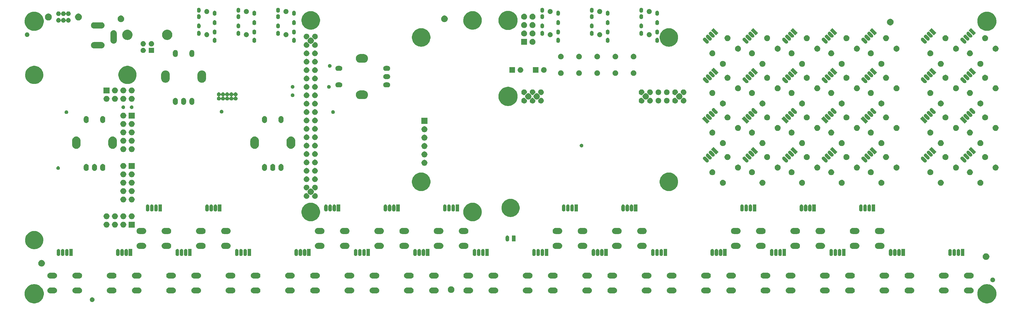
<source format=gbr>
%TF.GenerationSoftware,KiCad,Pcbnew,5.1.5*%
%TF.CreationDate,2020-03-30T21:09:59+02:00*%
%TF.ProjectId,OTTOdiy_SMD,4f54544f-6469-4795-9f53-4d442e6b6963,rev?*%
%TF.SameCoordinates,PX269fb20PYbb65a20*%
%TF.FileFunction,Soldermask,Top*%
%TF.FilePolarity,Negative*%
%FSLAX46Y46*%
G04 Gerber Fmt 4.6, Leading zero omitted, Abs format (unit mm)*
G04 Created by KiCad (PCBNEW 5.1.5) date 2020-03-30 21:09:59*
%MOMM*%
%LPD*%
G04 APERTURE LIST*
%ADD10C,0.150000*%
G04 APERTURE END LIST*
D10*
G36*
X293222383Y7112852D02*
G01*
X293595899Y7038555D01*
X294123665Y6819947D01*
X294598642Y6502577D01*
X295002577Y6098642D01*
X295319947Y5623665D01*
X295538555Y5095899D01*
X295650000Y4535625D01*
X295650000Y3964375D01*
X295538555Y3404101D01*
X295319947Y2876335D01*
X295002577Y2401358D01*
X294598642Y1997423D01*
X294123665Y1680053D01*
X293595899Y1461445D01*
X293222383Y1387148D01*
X293035626Y1350000D01*
X292464374Y1350000D01*
X292277617Y1387148D01*
X291904101Y1461445D01*
X291376335Y1680053D01*
X290901358Y1997423D01*
X290497423Y2401358D01*
X290180053Y2876335D01*
X289961445Y3404101D01*
X289850000Y3964375D01*
X289850000Y4535625D01*
X289961445Y5095899D01*
X290180053Y5623665D01*
X290497423Y6098642D01*
X290901358Y6502577D01*
X291376335Y6819947D01*
X291904101Y7038555D01*
X292277617Y7112852D01*
X292464374Y7150000D01*
X293035626Y7150000D01*
X293222383Y7112852D01*
G37*
G36*
X4722383Y7112852D02*
G01*
X5095899Y7038555D01*
X5623665Y6819947D01*
X6098642Y6502577D01*
X6502577Y6098642D01*
X6819947Y5623665D01*
X7038555Y5095899D01*
X7150000Y4535625D01*
X7150000Y3964375D01*
X7038555Y3404101D01*
X6819947Y2876335D01*
X6502577Y2401358D01*
X6098642Y1997423D01*
X5623665Y1680053D01*
X5095899Y1461445D01*
X4722383Y1387148D01*
X4535626Y1350000D01*
X3964374Y1350000D01*
X3777617Y1387148D01*
X3404101Y1461445D01*
X2876335Y1680053D01*
X2401358Y1997423D01*
X1997423Y2401358D01*
X1680053Y2876335D01*
X1461445Y3404101D01*
X1350000Y3964375D01*
X1350000Y4535625D01*
X1461445Y5095899D01*
X1680053Y5623665D01*
X1997423Y6098642D01*
X2401358Y6502577D01*
X2876335Y6819947D01*
X3404101Y7038555D01*
X3777617Y7112852D01*
X3964374Y7150000D01*
X4535626Y7150000D01*
X4722383Y7112852D01*
G37*
G36*
X21914186Y3167020D02*
G01*
X22004474Y3149061D01*
X22132048Y3096218D01*
X22246862Y3019502D01*
X22344502Y2921862D01*
X22421218Y2807048D01*
X22474061Y2679474D01*
X22474061Y2679472D01*
X22501000Y2544043D01*
X22501000Y2405957D01*
X22500085Y2401358D01*
X22474061Y2270526D01*
X22421218Y2142952D01*
X22344502Y2028138D01*
X22246862Y1930498D01*
X22132048Y1853782D01*
X22004474Y1800939D01*
X21914186Y1782980D01*
X21869043Y1774000D01*
X21730957Y1774000D01*
X21685814Y1782980D01*
X21595526Y1800939D01*
X21467952Y1853782D01*
X21353138Y1930498D01*
X21255498Y2028138D01*
X21178782Y2142952D01*
X21125939Y2270526D01*
X21099915Y2401358D01*
X21099000Y2405957D01*
X21099000Y2544043D01*
X21125939Y2679472D01*
X21125939Y2679474D01*
X21178782Y2807048D01*
X21255498Y2921862D01*
X21353138Y3019502D01*
X21467952Y3096218D01*
X21595526Y3149061D01*
X21685814Y3167020D01*
X21730957Y3176000D01*
X21869043Y3176000D01*
X21914186Y3167020D01*
G37*
G36*
X144026627Y6137963D02*
G01*
X144196466Y6086443D01*
X144352991Y6002778D01*
X144490185Y5890185D01*
X144602778Y5752991D01*
X144686443Y5596466D01*
X144737963Y5426627D01*
X144755359Y5250000D01*
X144737963Y5073373D01*
X144686443Y4903534D01*
X144602778Y4747009D01*
X144490185Y4609815D01*
X144352991Y4497222D01*
X144196466Y4413557D01*
X144026627Y4362037D01*
X143894258Y4349000D01*
X142705742Y4349000D01*
X142573373Y4362037D01*
X142403534Y4413557D01*
X142247009Y4497222D01*
X142109815Y4609815D01*
X141997222Y4747009D01*
X141913557Y4903534D01*
X141862037Y5073373D01*
X141844641Y5250000D01*
X141862037Y5426627D01*
X141913557Y5596466D01*
X141997222Y5752991D01*
X142109815Y5890185D01*
X142247009Y6002778D01*
X142403534Y6086443D01*
X142573373Y6137963D01*
X142705742Y6151000D01*
X143894258Y6151000D01*
X144026627Y6137963D01*
G37*
G36*
X82426627Y6137963D02*
G01*
X82596466Y6086443D01*
X82752991Y6002778D01*
X82890185Y5890185D01*
X83002778Y5752991D01*
X83086443Y5596466D01*
X83137963Y5426627D01*
X83155359Y5250000D01*
X83137963Y5073373D01*
X83086443Y4903534D01*
X83002778Y4747009D01*
X82890185Y4609815D01*
X82752991Y4497222D01*
X82596466Y4413557D01*
X82426627Y4362037D01*
X82294258Y4349000D01*
X81105742Y4349000D01*
X80973373Y4362037D01*
X80803534Y4413557D01*
X80647009Y4497222D01*
X80509815Y4609815D01*
X80397222Y4747009D01*
X80313557Y4903534D01*
X80262037Y5073373D01*
X80244641Y5250000D01*
X80262037Y5426627D01*
X80313557Y5596466D01*
X80397222Y5752991D01*
X80509815Y5890185D01*
X80647009Y6002778D01*
X80803534Y6086443D01*
X80973373Y6137963D01*
X81105742Y6151000D01*
X82294258Y6151000D01*
X82426627Y6137963D01*
G37*
G36*
X136426627Y6137963D02*
G01*
X136596466Y6086443D01*
X136752991Y6002778D01*
X136890185Y5890185D01*
X137002778Y5752991D01*
X137086443Y5596466D01*
X137137963Y5426627D01*
X137155359Y5250000D01*
X137137963Y5073373D01*
X137086443Y4903534D01*
X137002778Y4747009D01*
X136890185Y4609815D01*
X136752991Y4497222D01*
X136596466Y4413557D01*
X136426627Y4362037D01*
X136294258Y4349000D01*
X135105742Y4349000D01*
X134973373Y4362037D01*
X134803534Y4413557D01*
X134647009Y4497222D01*
X134509815Y4609815D01*
X134397222Y4747009D01*
X134313557Y4903534D01*
X134262037Y5073373D01*
X134244641Y5250000D01*
X134262037Y5426627D01*
X134313557Y5596466D01*
X134397222Y5752991D01*
X134509815Y5890185D01*
X134647009Y6002778D01*
X134803534Y6086443D01*
X134973373Y6137963D01*
X135105742Y6151000D01*
X136294258Y6151000D01*
X136426627Y6137963D01*
G37*
G36*
X126026627Y6137963D02*
G01*
X126196466Y6086443D01*
X126352991Y6002778D01*
X126490185Y5890185D01*
X126602778Y5752991D01*
X126686443Y5596466D01*
X126737963Y5426627D01*
X126755359Y5250000D01*
X126737963Y5073373D01*
X126686443Y4903534D01*
X126602778Y4747009D01*
X126490185Y4609815D01*
X126352991Y4497222D01*
X126196466Y4413557D01*
X126026627Y4362037D01*
X125894258Y4349000D01*
X124705742Y4349000D01*
X124573373Y4362037D01*
X124403534Y4413557D01*
X124247009Y4497222D01*
X124109815Y4609815D01*
X123997222Y4747009D01*
X123913557Y4903534D01*
X123862037Y5073373D01*
X123844641Y5250000D01*
X123862037Y5426627D01*
X123913557Y5596466D01*
X123997222Y5752991D01*
X124109815Y5890185D01*
X124247009Y6002778D01*
X124403534Y6086443D01*
X124573373Y6137963D01*
X124705742Y6151000D01*
X125894258Y6151000D01*
X126026627Y6137963D01*
G37*
G36*
X118426627Y6137963D02*
G01*
X118596466Y6086443D01*
X118752991Y6002778D01*
X118890185Y5890185D01*
X119002778Y5752991D01*
X119086443Y5596466D01*
X119137963Y5426627D01*
X119155359Y5250000D01*
X119137963Y5073373D01*
X119086443Y4903534D01*
X119002778Y4747009D01*
X118890185Y4609815D01*
X118752991Y4497222D01*
X118596466Y4413557D01*
X118426627Y4362037D01*
X118294258Y4349000D01*
X117105742Y4349000D01*
X116973373Y4362037D01*
X116803534Y4413557D01*
X116647009Y4497222D01*
X116509815Y4609815D01*
X116397222Y4747009D01*
X116313557Y4903534D01*
X116262037Y5073373D01*
X116244641Y5250000D01*
X116262037Y5426627D01*
X116313557Y5596466D01*
X116397222Y5752991D01*
X116509815Y5890185D01*
X116647009Y6002778D01*
X116803534Y6086443D01*
X116973373Y6137963D01*
X117105742Y6151000D01*
X118294258Y6151000D01*
X118426627Y6137963D01*
G37*
G36*
X108026627Y6137963D02*
G01*
X108196466Y6086443D01*
X108352991Y6002778D01*
X108490185Y5890185D01*
X108602778Y5752991D01*
X108686443Y5596466D01*
X108737963Y5426627D01*
X108755359Y5250000D01*
X108737963Y5073373D01*
X108686443Y4903534D01*
X108602778Y4747009D01*
X108490185Y4609815D01*
X108352991Y4497222D01*
X108196466Y4413557D01*
X108026627Y4362037D01*
X107894258Y4349000D01*
X106705742Y4349000D01*
X106573373Y4362037D01*
X106403534Y4413557D01*
X106247009Y4497222D01*
X106109815Y4609815D01*
X105997222Y4747009D01*
X105913557Y4903534D01*
X105862037Y5073373D01*
X105844641Y5250000D01*
X105862037Y5426627D01*
X105913557Y5596466D01*
X105997222Y5752991D01*
X106109815Y5890185D01*
X106247009Y6002778D01*
X106403534Y6086443D01*
X106573373Y6137963D01*
X106705742Y6151000D01*
X107894258Y6151000D01*
X108026627Y6137963D01*
G37*
G36*
X100426627Y6137963D02*
G01*
X100596466Y6086443D01*
X100752991Y6002778D01*
X100890185Y5890185D01*
X101002778Y5752991D01*
X101086443Y5596466D01*
X101137963Y5426627D01*
X101155359Y5250000D01*
X101137963Y5073373D01*
X101086443Y4903534D01*
X101002778Y4747009D01*
X100890185Y4609815D01*
X100752991Y4497222D01*
X100596466Y4413557D01*
X100426627Y4362037D01*
X100294258Y4349000D01*
X99105742Y4349000D01*
X98973373Y4362037D01*
X98803534Y4413557D01*
X98647009Y4497222D01*
X98509815Y4609815D01*
X98397222Y4747009D01*
X98313557Y4903534D01*
X98262037Y5073373D01*
X98244641Y5250000D01*
X98262037Y5426627D01*
X98313557Y5596466D01*
X98397222Y5752991D01*
X98509815Y5890185D01*
X98647009Y6002778D01*
X98803534Y6086443D01*
X98973373Y6137963D01*
X99105742Y6151000D01*
X100294258Y6151000D01*
X100426627Y6137963D01*
G37*
G36*
X90026627Y6137963D02*
G01*
X90196466Y6086443D01*
X90352991Y6002778D01*
X90490185Y5890185D01*
X90602778Y5752991D01*
X90686443Y5596466D01*
X90737963Y5426627D01*
X90755359Y5250000D01*
X90737963Y5073373D01*
X90686443Y4903534D01*
X90602778Y4747009D01*
X90490185Y4609815D01*
X90352991Y4497222D01*
X90196466Y4413557D01*
X90026627Y4362037D01*
X89894258Y4349000D01*
X88705742Y4349000D01*
X88573373Y4362037D01*
X88403534Y4413557D01*
X88247009Y4497222D01*
X88109815Y4609815D01*
X87997222Y4747009D01*
X87913557Y4903534D01*
X87862037Y5073373D01*
X87844641Y5250000D01*
X87862037Y5426627D01*
X87913557Y5596466D01*
X87997222Y5752991D01*
X88109815Y5890185D01*
X88247009Y6002778D01*
X88403534Y6086443D01*
X88573373Y6137963D01*
X88705742Y6151000D01*
X89894258Y6151000D01*
X90026627Y6137963D01*
G37*
G36*
X72026627Y6137963D02*
G01*
X72196466Y6086443D01*
X72352991Y6002778D01*
X72490185Y5890185D01*
X72602778Y5752991D01*
X72686443Y5596466D01*
X72737963Y5426627D01*
X72755359Y5250000D01*
X72737963Y5073373D01*
X72686443Y4903534D01*
X72602778Y4747009D01*
X72490185Y4609815D01*
X72352991Y4497222D01*
X72196466Y4413557D01*
X72026627Y4362037D01*
X71894258Y4349000D01*
X70705742Y4349000D01*
X70573373Y4362037D01*
X70403534Y4413557D01*
X70247009Y4497222D01*
X70109815Y4609815D01*
X69997222Y4747009D01*
X69913557Y4903534D01*
X69862037Y5073373D01*
X69844641Y5250000D01*
X69862037Y5426627D01*
X69913557Y5596466D01*
X69997222Y5752991D01*
X70109815Y5890185D01*
X70247009Y6002778D01*
X70403534Y6086443D01*
X70573373Y6137963D01*
X70705742Y6151000D01*
X71894258Y6151000D01*
X72026627Y6137963D01*
G37*
G36*
X64426627Y6137963D02*
G01*
X64596466Y6086443D01*
X64752991Y6002778D01*
X64890185Y5890185D01*
X65002778Y5752991D01*
X65086443Y5596466D01*
X65137963Y5426627D01*
X65155359Y5250000D01*
X65137963Y5073373D01*
X65086443Y4903534D01*
X65002778Y4747009D01*
X64890185Y4609815D01*
X64752991Y4497222D01*
X64596466Y4413557D01*
X64426627Y4362037D01*
X64294258Y4349000D01*
X63105742Y4349000D01*
X62973373Y4362037D01*
X62803534Y4413557D01*
X62647009Y4497222D01*
X62509815Y4609815D01*
X62397222Y4747009D01*
X62313557Y4903534D01*
X62262037Y5073373D01*
X62244641Y5250000D01*
X62262037Y5426627D01*
X62313557Y5596466D01*
X62397222Y5752991D01*
X62509815Y5890185D01*
X62647009Y6002778D01*
X62803534Y6086443D01*
X62973373Y6137963D01*
X63105742Y6151000D01*
X64294258Y6151000D01*
X64426627Y6137963D01*
G37*
G36*
X54026627Y6137963D02*
G01*
X54196466Y6086443D01*
X54352991Y6002778D01*
X54490185Y5890185D01*
X54602778Y5752991D01*
X54686443Y5596466D01*
X54737963Y5426627D01*
X54755359Y5250000D01*
X54737963Y5073373D01*
X54686443Y4903534D01*
X54602778Y4747009D01*
X54490185Y4609815D01*
X54352991Y4497222D01*
X54196466Y4413557D01*
X54026627Y4362037D01*
X53894258Y4349000D01*
X52705742Y4349000D01*
X52573373Y4362037D01*
X52403534Y4413557D01*
X52247009Y4497222D01*
X52109815Y4609815D01*
X51997222Y4747009D01*
X51913557Y4903534D01*
X51862037Y5073373D01*
X51844641Y5250000D01*
X51862037Y5426627D01*
X51913557Y5596466D01*
X51997222Y5752991D01*
X52109815Y5890185D01*
X52247009Y6002778D01*
X52403534Y6086443D01*
X52573373Y6137963D01*
X52705742Y6151000D01*
X53894258Y6151000D01*
X54026627Y6137963D01*
G37*
G36*
X46426627Y6137963D02*
G01*
X46596466Y6086443D01*
X46752991Y6002778D01*
X46890185Y5890185D01*
X47002778Y5752991D01*
X47086443Y5596466D01*
X47137963Y5426627D01*
X47155359Y5250000D01*
X47137963Y5073373D01*
X47086443Y4903534D01*
X47002778Y4747009D01*
X46890185Y4609815D01*
X46752991Y4497222D01*
X46596466Y4413557D01*
X46426627Y4362037D01*
X46294258Y4349000D01*
X45105742Y4349000D01*
X44973373Y4362037D01*
X44803534Y4413557D01*
X44647009Y4497222D01*
X44509815Y4609815D01*
X44397222Y4747009D01*
X44313557Y4903534D01*
X44262037Y5073373D01*
X44244641Y5250000D01*
X44262037Y5426627D01*
X44313557Y5596466D01*
X44397222Y5752991D01*
X44509815Y5890185D01*
X44647009Y6002778D01*
X44803534Y6086443D01*
X44973373Y6137963D01*
X45105742Y6151000D01*
X46294258Y6151000D01*
X46426627Y6137963D01*
G37*
G36*
X36026627Y6137963D02*
G01*
X36196466Y6086443D01*
X36352991Y6002778D01*
X36490185Y5890185D01*
X36602778Y5752991D01*
X36686443Y5596466D01*
X36737963Y5426627D01*
X36755359Y5250000D01*
X36737963Y5073373D01*
X36686443Y4903534D01*
X36602778Y4747009D01*
X36490185Y4609815D01*
X36352991Y4497222D01*
X36196466Y4413557D01*
X36026627Y4362037D01*
X35894258Y4349000D01*
X34705742Y4349000D01*
X34573373Y4362037D01*
X34403534Y4413557D01*
X34247009Y4497222D01*
X34109815Y4609815D01*
X33997222Y4747009D01*
X33913557Y4903534D01*
X33862037Y5073373D01*
X33844641Y5250000D01*
X33862037Y5426627D01*
X33913557Y5596466D01*
X33997222Y5752991D01*
X34109815Y5890185D01*
X34247009Y6002778D01*
X34403534Y6086443D01*
X34573373Y6137963D01*
X34705742Y6151000D01*
X35894258Y6151000D01*
X36026627Y6137963D01*
G37*
G36*
X28426627Y6137963D02*
G01*
X28596466Y6086443D01*
X28752991Y6002778D01*
X28890185Y5890185D01*
X29002778Y5752991D01*
X29086443Y5596466D01*
X29137963Y5426627D01*
X29155359Y5250000D01*
X29137963Y5073373D01*
X29086443Y4903534D01*
X29002778Y4747009D01*
X28890185Y4609815D01*
X28752991Y4497222D01*
X28596466Y4413557D01*
X28426627Y4362037D01*
X28294258Y4349000D01*
X27105742Y4349000D01*
X26973373Y4362037D01*
X26803534Y4413557D01*
X26647009Y4497222D01*
X26509815Y4609815D01*
X26397222Y4747009D01*
X26313557Y4903534D01*
X26262037Y5073373D01*
X26244641Y5250000D01*
X26262037Y5426627D01*
X26313557Y5596466D01*
X26397222Y5752991D01*
X26509815Y5890185D01*
X26647009Y6002778D01*
X26803534Y6086443D01*
X26973373Y6137963D01*
X27105742Y6151000D01*
X28294258Y6151000D01*
X28426627Y6137963D01*
G37*
G36*
X18026627Y6137963D02*
G01*
X18196466Y6086443D01*
X18352991Y6002778D01*
X18490185Y5890185D01*
X18602778Y5752991D01*
X18686443Y5596466D01*
X18737963Y5426627D01*
X18755359Y5250000D01*
X18737963Y5073373D01*
X18686443Y4903534D01*
X18602778Y4747009D01*
X18490185Y4609815D01*
X18352991Y4497222D01*
X18196466Y4413557D01*
X18026627Y4362037D01*
X17894258Y4349000D01*
X16705742Y4349000D01*
X16573373Y4362037D01*
X16403534Y4413557D01*
X16247009Y4497222D01*
X16109815Y4609815D01*
X15997222Y4747009D01*
X15913557Y4903534D01*
X15862037Y5073373D01*
X15844641Y5250000D01*
X15862037Y5426627D01*
X15913557Y5596466D01*
X15997222Y5752991D01*
X16109815Y5890185D01*
X16247009Y6002778D01*
X16403534Y6086443D01*
X16573373Y6137963D01*
X16705742Y6151000D01*
X17894258Y6151000D01*
X18026627Y6137963D01*
G37*
G36*
X10426627Y6137963D02*
G01*
X10596466Y6086443D01*
X10752991Y6002778D01*
X10890185Y5890185D01*
X11002778Y5752991D01*
X11086443Y5596466D01*
X11137963Y5426627D01*
X11155359Y5250000D01*
X11137963Y5073373D01*
X11086443Y4903534D01*
X11002778Y4747009D01*
X10890185Y4609815D01*
X10752991Y4497222D01*
X10596466Y4413557D01*
X10426627Y4362037D01*
X10294258Y4349000D01*
X9105742Y4349000D01*
X8973373Y4362037D01*
X8803534Y4413557D01*
X8647009Y4497222D01*
X8509815Y4609815D01*
X8397222Y4747009D01*
X8313557Y4903534D01*
X8262037Y5073373D01*
X8244641Y5250000D01*
X8262037Y5426627D01*
X8313557Y5596466D01*
X8397222Y5752991D01*
X8509815Y5890185D01*
X8647009Y6002778D01*
X8803534Y6086443D01*
X8973373Y6137963D01*
X9105742Y6151000D01*
X10294258Y6151000D01*
X10426627Y6137963D01*
G37*
G36*
X216026627Y6137963D02*
G01*
X216196466Y6086443D01*
X216352991Y6002778D01*
X216490185Y5890185D01*
X216602778Y5752991D01*
X216686443Y5596466D01*
X216737963Y5426627D01*
X216755359Y5250000D01*
X216737963Y5073373D01*
X216686443Y4903534D01*
X216602778Y4747009D01*
X216490185Y4609815D01*
X216352991Y4497222D01*
X216196466Y4413557D01*
X216026627Y4362037D01*
X215894258Y4349000D01*
X214705742Y4349000D01*
X214573373Y4362037D01*
X214403534Y4413557D01*
X214247009Y4497222D01*
X214109815Y4609815D01*
X213997222Y4747009D01*
X213913557Y4903534D01*
X213862037Y5073373D01*
X213844641Y5250000D01*
X213862037Y5426627D01*
X213913557Y5596466D01*
X213997222Y5752991D01*
X214109815Y5890185D01*
X214247009Y6002778D01*
X214403534Y6086443D01*
X214573373Y6137963D01*
X214705742Y6151000D01*
X215894258Y6151000D01*
X216026627Y6137963D01*
G37*
G36*
X154426627Y6137963D02*
G01*
X154596466Y6086443D01*
X154752991Y6002778D01*
X154890185Y5890185D01*
X155002778Y5752991D01*
X155086443Y5596466D01*
X155137963Y5426627D01*
X155155359Y5250000D01*
X155137963Y5073373D01*
X155086443Y4903534D01*
X155002778Y4747009D01*
X154890185Y4609815D01*
X154752991Y4497222D01*
X154596466Y4413557D01*
X154426627Y4362037D01*
X154294258Y4349000D01*
X153105742Y4349000D01*
X152973373Y4362037D01*
X152803534Y4413557D01*
X152647009Y4497222D01*
X152509815Y4609815D01*
X152397222Y4747009D01*
X152313557Y4903534D01*
X152262037Y5073373D01*
X152244641Y5250000D01*
X152262037Y5426627D01*
X152313557Y5596466D01*
X152397222Y5752991D01*
X152509815Y5890185D01*
X152647009Y6002778D01*
X152803534Y6086443D01*
X152973373Y6137963D01*
X153105742Y6151000D01*
X154294258Y6151000D01*
X154426627Y6137963D01*
G37*
G36*
X288026627Y6137963D02*
G01*
X288196466Y6086443D01*
X288352991Y6002778D01*
X288490185Y5890185D01*
X288602778Y5752991D01*
X288686443Y5596466D01*
X288737963Y5426627D01*
X288755359Y5250000D01*
X288737963Y5073373D01*
X288686443Y4903534D01*
X288602778Y4747009D01*
X288490185Y4609815D01*
X288352991Y4497222D01*
X288196466Y4413557D01*
X288026627Y4362037D01*
X287894258Y4349000D01*
X286705742Y4349000D01*
X286573373Y4362037D01*
X286403534Y4413557D01*
X286247009Y4497222D01*
X286109815Y4609815D01*
X285997222Y4747009D01*
X285913557Y4903534D01*
X285862037Y5073373D01*
X285844641Y5250000D01*
X285862037Y5426627D01*
X285913557Y5596466D01*
X285997222Y5752991D01*
X286109815Y5890185D01*
X286247009Y6002778D01*
X286403534Y6086443D01*
X286573373Y6137963D01*
X286705742Y6151000D01*
X287894258Y6151000D01*
X288026627Y6137963D01*
G37*
G36*
X172426627Y6137963D02*
G01*
X172596466Y6086443D01*
X172752991Y6002778D01*
X172890185Y5890185D01*
X173002778Y5752991D01*
X173086443Y5596466D01*
X173137963Y5426627D01*
X173155359Y5250000D01*
X173137963Y5073373D01*
X173086443Y4903534D01*
X173002778Y4747009D01*
X172890185Y4609815D01*
X172752991Y4497222D01*
X172596466Y4413557D01*
X172426627Y4362037D01*
X172294258Y4349000D01*
X171105742Y4349000D01*
X170973373Y4362037D01*
X170803534Y4413557D01*
X170647009Y4497222D01*
X170509815Y4609815D01*
X170397222Y4747009D01*
X170313557Y4903534D01*
X170262037Y5073373D01*
X170244641Y5250000D01*
X170262037Y5426627D01*
X170313557Y5596466D01*
X170397222Y5752991D01*
X170509815Y5890185D01*
X170647009Y6002778D01*
X170803534Y6086443D01*
X170973373Y6137963D01*
X171105742Y6151000D01*
X172294258Y6151000D01*
X172426627Y6137963D01*
G37*
G36*
X180026627Y6137963D02*
G01*
X180196466Y6086443D01*
X180352991Y6002778D01*
X180490185Y5890185D01*
X180602778Y5752991D01*
X180686443Y5596466D01*
X180737963Y5426627D01*
X180755359Y5250000D01*
X180737963Y5073373D01*
X180686443Y4903534D01*
X180602778Y4747009D01*
X180490185Y4609815D01*
X180352991Y4497222D01*
X180196466Y4413557D01*
X180026627Y4362037D01*
X179894258Y4349000D01*
X178705742Y4349000D01*
X178573373Y4362037D01*
X178403534Y4413557D01*
X178247009Y4497222D01*
X178109815Y4609815D01*
X177997222Y4747009D01*
X177913557Y4903534D01*
X177862037Y5073373D01*
X177844641Y5250000D01*
X177862037Y5426627D01*
X177913557Y5596466D01*
X177997222Y5752991D01*
X178109815Y5890185D01*
X178247009Y6002778D01*
X178403534Y6086443D01*
X178573373Y6137963D01*
X178705742Y6151000D01*
X179894258Y6151000D01*
X180026627Y6137963D01*
G37*
G36*
X190426627Y6137963D02*
G01*
X190596466Y6086443D01*
X190752991Y6002778D01*
X190890185Y5890185D01*
X191002778Y5752991D01*
X191086443Y5596466D01*
X191137963Y5426627D01*
X191155359Y5250000D01*
X191137963Y5073373D01*
X191086443Y4903534D01*
X191002778Y4747009D01*
X190890185Y4609815D01*
X190752991Y4497222D01*
X190596466Y4413557D01*
X190426627Y4362037D01*
X190294258Y4349000D01*
X189105742Y4349000D01*
X188973373Y4362037D01*
X188803534Y4413557D01*
X188647009Y4497222D01*
X188509815Y4609815D01*
X188397222Y4747009D01*
X188313557Y4903534D01*
X188262037Y5073373D01*
X188244641Y5250000D01*
X188262037Y5426627D01*
X188313557Y5596466D01*
X188397222Y5752991D01*
X188509815Y5890185D01*
X188647009Y6002778D01*
X188803534Y6086443D01*
X188973373Y6137963D01*
X189105742Y6151000D01*
X190294258Y6151000D01*
X190426627Y6137963D01*
G37*
G36*
X198026627Y6137963D02*
G01*
X198196466Y6086443D01*
X198352991Y6002778D01*
X198490185Y5890185D01*
X198602778Y5752991D01*
X198686443Y5596466D01*
X198737963Y5426627D01*
X198755359Y5250000D01*
X198737963Y5073373D01*
X198686443Y4903534D01*
X198602778Y4747009D01*
X198490185Y4609815D01*
X198352991Y4497222D01*
X198196466Y4413557D01*
X198026627Y4362037D01*
X197894258Y4349000D01*
X196705742Y4349000D01*
X196573373Y4362037D01*
X196403534Y4413557D01*
X196247009Y4497222D01*
X196109815Y4609815D01*
X195997222Y4747009D01*
X195913557Y4903534D01*
X195862037Y5073373D01*
X195844641Y5250000D01*
X195862037Y5426627D01*
X195913557Y5596466D01*
X195997222Y5752991D01*
X196109815Y5890185D01*
X196247009Y6002778D01*
X196403534Y6086443D01*
X196573373Y6137963D01*
X196705742Y6151000D01*
X197894258Y6151000D01*
X198026627Y6137963D01*
G37*
G36*
X208426627Y6137963D02*
G01*
X208596466Y6086443D01*
X208752991Y6002778D01*
X208890185Y5890185D01*
X209002778Y5752991D01*
X209086443Y5596466D01*
X209137963Y5426627D01*
X209155359Y5250000D01*
X209137963Y5073373D01*
X209086443Y4903534D01*
X209002778Y4747009D01*
X208890185Y4609815D01*
X208752991Y4497222D01*
X208596466Y4413557D01*
X208426627Y4362037D01*
X208294258Y4349000D01*
X207105742Y4349000D01*
X206973373Y4362037D01*
X206803534Y4413557D01*
X206647009Y4497222D01*
X206509815Y4609815D01*
X206397222Y4747009D01*
X206313557Y4903534D01*
X206262037Y5073373D01*
X206244641Y5250000D01*
X206262037Y5426627D01*
X206313557Y5596466D01*
X206397222Y5752991D01*
X206509815Y5890185D01*
X206647009Y6002778D01*
X206803534Y6086443D01*
X206973373Y6137963D01*
X207105742Y6151000D01*
X208294258Y6151000D01*
X208426627Y6137963D01*
G37*
G36*
X226426627Y6137963D02*
G01*
X226596466Y6086443D01*
X226752991Y6002778D01*
X226890185Y5890185D01*
X227002778Y5752991D01*
X227086443Y5596466D01*
X227137963Y5426627D01*
X227155359Y5250000D01*
X227137963Y5073373D01*
X227086443Y4903534D01*
X227002778Y4747009D01*
X226890185Y4609815D01*
X226752991Y4497222D01*
X226596466Y4413557D01*
X226426627Y4362037D01*
X226294258Y4349000D01*
X225105742Y4349000D01*
X224973373Y4362037D01*
X224803534Y4413557D01*
X224647009Y4497222D01*
X224509815Y4609815D01*
X224397222Y4747009D01*
X224313557Y4903534D01*
X224262037Y5073373D01*
X224244641Y5250000D01*
X224262037Y5426627D01*
X224313557Y5596466D01*
X224397222Y5752991D01*
X224509815Y5890185D01*
X224647009Y6002778D01*
X224803534Y6086443D01*
X224973373Y6137963D01*
X225105742Y6151000D01*
X226294258Y6151000D01*
X226426627Y6137963D01*
G37*
G36*
X162026627Y6137963D02*
G01*
X162196466Y6086443D01*
X162352991Y6002778D01*
X162490185Y5890185D01*
X162602778Y5752991D01*
X162686443Y5596466D01*
X162737963Y5426627D01*
X162755359Y5250000D01*
X162737963Y5073373D01*
X162686443Y4903534D01*
X162602778Y4747009D01*
X162490185Y4609815D01*
X162352991Y4497222D01*
X162196466Y4413557D01*
X162026627Y4362037D01*
X161894258Y4349000D01*
X160705742Y4349000D01*
X160573373Y4362037D01*
X160403534Y4413557D01*
X160247009Y4497222D01*
X160109815Y4609815D01*
X159997222Y4747009D01*
X159913557Y4903534D01*
X159862037Y5073373D01*
X159844641Y5250000D01*
X159862037Y5426627D01*
X159913557Y5596466D01*
X159997222Y5752991D01*
X160109815Y5890185D01*
X160247009Y6002778D01*
X160403534Y6086443D01*
X160573373Y6137963D01*
X160705742Y6151000D01*
X161894258Y6151000D01*
X162026627Y6137963D01*
G37*
G36*
X234026627Y6137963D02*
G01*
X234196466Y6086443D01*
X234352991Y6002778D01*
X234490185Y5890185D01*
X234602778Y5752991D01*
X234686443Y5596466D01*
X234737963Y5426627D01*
X234755359Y5250000D01*
X234737963Y5073373D01*
X234686443Y4903534D01*
X234602778Y4747009D01*
X234490185Y4609815D01*
X234352991Y4497222D01*
X234196466Y4413557D01*
X234026627Y4362037D01*
X233894258Y4349000D01*
X232705742Y4349000D01*
X232573373Y4362037D01*
X232403534Y4413557D01*
X232247009Y4497222D01*
X232109815Y4609815D01*
X231997222Y4747009D01*
X231913557Y4903534D01*
X231862037Y5073373D01*
X231844641Y5250000D01*
X231862037Y5426627D01*
X231913557Y5596466D01*
X231997222Y5752991D01*
X232109815Y5890185D01*
X232247009Y6002778D01*
X232403534Y6086443D01*
X232573373Y6137963D01*
X232705742Y6151000D01*
X233894258Y6151000D01*
X234026627Y6137963D01*
G37*
G36*
X244426627Y6137963D02*
G01*
X244596466Y6086443D01*
X244752991Y6002778D01*
X244890185Y5890185D01*
X245002778Y5752991D01*
X245086443Y5596466D01*
X245137963Y5426627D01*
X245155359Y5250000D01*
X245137963Y5073373D01*
X245086443Y4903534D01*
X245002778Y4747009D01*
X244890185Y4609815D01*
X244752991Y4497222D01*
X244596466Y4413557D01*
X244426627Y4362037D01*
X244294258Y4349000D01*
X243105742Y4349000D01*
X242973373Y4362037D01*
X242803534Y4413557D01*
X242647009Y4497222D01*
X242509815Y4609815D01*
X242397222Y4747009D01*
X242313557Y4903534D01*
X242262037Y5073373D01*
X242244641Y5250000D01*
X242262037Y5426627D01*
X242313557Y5596466D01*
X242397222Y5752991D01*
X242509815Y5890185D01*
X242647009Y6002778D01*
X242803534Y6086443D01*
X242973373Y6137963D01*
X243105742Y6151000D01*
X244294258Y6151000D01*
X244426627Y6137963D01*
G37*
G36*
X252026627Y6137963D02*
G01*
X252196466Y6086443D01*
X252352991Y6002778D01*
X252490185Y5890185D01*
X252602778Y5752991D01*
X252686443Y5596466D01*
X252737963Y5426627D01*
X252755359Y5250000D01*
X252737963Y5073373D01*
X252686443Y4903534D01*
X252602778Y4747009D01*
X252490185Y4609815D01*
X252352991Y4497222D01*
X252196466Y4413557D01*
X252026627Y4362037D01*
X251894258Y4349000D01*
X250705742Y4349000D01*
X250573373Y4362037D01*
X250403534Y4413557D01*
X250247009Y4497222D01*
X250109815Y4609815D01*
X249997222Y4747009D01*
X249913557Y4903534D01*
X249862037Y5073373D01*
X249844641Y5250000D01*
X249862037Y5426627D01*
X249913557Y5596466D01*
X249997222Y5752991D01*
X250109815Y5890185D01*
X250247009Y6002778D01*
X250403534Y6086443D01*
X250573373Y6137963D01*
X250705742Y6151000D01*
X251894258Y6151000D01*
X252026627Y6137963D01*
G37*
G36*
X262426627Y6137963D02*
G01*
X262596466Y6086443D01*
X262752991Y6002778D01*
X262890185Y5890185D01*
X263002778Y5752991D01*
X263086443Y5596466D01*
X263137963Y5426627D01*
X263155359Y5250000D01*
X263137963Y5073373D01*
X263086443Y4903534D01*
X263002778Y4747009D01*
X262890185Y4609815D01*
X262752991Y4497222D01*
X262596466Y4413557D01*
X262426627Y4362037D01*
X262294258Y4349000D01*
X261105742Y4349000D01*
X260973373Y4362037D01*
X260803534Y4413557D01*
X260647009Y4497222D01*
X260509815Y4609815D01*
X260397222Y4747009D01*
X260313557Y4903534D01*
X260262037Y5073373D01*
X260244641Y5250000D01*
X260262037Y5426627D01*
X260313557Y5596466D01*
X260397222Y5752991D01*
X260509815Y5890185D01*
X260647009Y6002778D01*
X260803534Y6086443D01*
X260973373Y6137963D01*
X261105742Y6151000D01*
X262294258Y6151000D01*
X262426627Y6137963D01*
G37*
G36*
X270026627Y6137963D02*
G01*
X270196466Y6086443D01*
X270352991Y6002778D01*
X270490185Y5890185D01*
X270602778Y5752991D01*
X270686443Y5596466D01*
X270737963Y5426627D01*
X270755359Y5250000D01*
X270737963Y5073373D01*
X270686443Y4903534D01*
X270602778Y4747009D01*
X270490185Y4609815D01*
X270352991Y4497222D01*
X270196466Y4413557D01*
X270026627Y4362037D01*
X269894258Y4349000D01*
X268705742Y4349000D01*
X268573373Y4362037D01*
X268403534Y4413557D01*
X268247009Y4497222D01*
X268109815Y4609815D01*
X267997222Y4747009D01*
X267913557Y4903534D01*
X267862037Y5073373D01*
X267844641Y5250000D01*
X267862037Y5426627D01*
X267913557Y5596466D01*
X267997222Y5752991D01*
X268109815Y5890185D01*
X268247009Y6002778D01*
X268403534Y6086443D01*
X268573373Y6137963D01*
X268705742Y6151000D01*
X269894258Y6151000D01*
X270026627Y6137963D01*
G37*
G36*
X280426627Y6137963D02*
G01*
X280596466Y6086443D01*
X280752991Y6002778D01*
X280890185Y5890185D01*
X281002778Y5752991D01*
X281086443Y5596466D01*
X281137963Y5426627D01*
X281155359Y5250000D01*
X281137963Y5073373D01*
X281086443Y4903534D01*
X281002778Y4747009D01*
X280890185Y4609815D01*
X280752991Y4497222D01*
X280596466Y4413557D01*
X280426627Y4362037D01*
X280294258Y4349000D01*
X279105742Y4349000D01*
X278973373Y4362037D01*
X278803534Y4413557D01*
X278647009Y4497222D01*
X278509815Y4609815D01*
X278397222Y4747009D01*
X278313557Y4903534D01*
X278262037Y5073373D01*
X278244641Y5250000D01*
X278262037Y5426627D01*
X278313557Y5596466D01*
X278397222Y5752991D01*
X278509815Y5890185D01*
X278647009Y6002778D01*
X278803534Y6086443D01*
X278973373Y6137963D01*
X279105742Y6151000D01*
X280294258Y6151000D01*
X280426627Y6137963D01*
G37*
G36*
X130695090Y6480785D02*
G01*
X130791689Y6461571D01*
X130973678Y6386189D01*
X131137463Y6276751D01*
X131276751Y6137463D01*
X131386189Y5973678D01*
X131461571Y5791689D01*
X131461571Y5791687D01*
X131494993Y5623666D01*
X131500000Y5598491D01*
X131500000Y5401509D01*
X131461571Y5208311D01*
X131386189Y5026322D01*
X131276751Y4862537D01*
X131137463Y4723249D01*
X130973678Y4613811D01*
X130791689Y4538429D01*
X130695090Y4519214D01*
X130598493Y4500000D01*
X130401507Y4500000D01*
X130304910Y4519214D01*
X130208311Y4538429D01*
X130026322Y4613811D01*
X129862537Y4723249D01*
X129723249Y4862537D01*
X129613811Y5026322D01*
X129538429Y5208311D01*
X129500000Y5401509D01*
X129500000Y5598491D01*
X129505008Y5623666D01*
X129538429Y5791687D01*
X129538429Y5791689D01*
X129613811Y5973678D01*
X129723249Y6137463D01*
X129862537Y6276751D01*
X130026322Y6386189D01*
X130208311Y6461571D01*
X130304910Y6480786D01*
X130401507Y6500000D01*
X130598493Y6500000D01*
X130695090Y6480785D01*
G37*
G36*
X294639186Y9142020D02*
G01*
X294729474Y9124061D01*
X294857048Y9071218D01*
X294971862Y8994502D01*
X295069502Y8896862D01*
X295146218Y8782048D01*
X295199061Y8654474D01*
X295226000Y8519042D01*
X295226000Y8380958D01*
X295199061Y8245526D01*
X295146218Y8117952D01*
X295069502Y8003138D01*
X294971862Y7905498D01*
X294857048Y7828782D01*
X294729474Y7775939D01*
X294639186Y7757980D01*
X294594043Y7749000D01*
X294455957Y7749000D01*
X294410814Y7757980D01*
X294320526Y7775939D01*
X294192952Y7828782D01*
X294078138Y7905498D01*
X293980498Y8003138D01*
X293903782Y8117952D01*
X293850939Y8245526D01*
X293824000Y8380958D01*
X293824000Y8519042D01*
X293850939Y8654474D01*
X293903782Y8782048D01*
X293980498Y8896862D01*
X294078138Y8994502D01*
X294192952Y9071218D01*
X294320526Y9124061D01*
X294410814Y9142020D01*
X294455957Y9151000D01*
X294594043Y9151000D01*
X294639186Y9142020D01*
G37*
G36*
X162026627Y10637963D02*
G01*
X162196466Y10586443D01*
X162352991Y10502778D01*
X162490185Y10390185D01*
X162602778Y10252991D01*
X162686443Y10096466D01*
X162737963Y9926627D01*
X162755359Y9750000D01*
X162737963Y9573373D01*
X162686443Y9403534D01*
X162602778Y9247009D01*
X162490185Y9109815D01*
X162352991Y8997222D01*
X162196466Y8913557D01*
X162026627Y8862037D01*
X161894258Y8849000D01*
X160705742Y8849000D01*
X160573373Y8862037D01*
X160403534Y8913557D01*
X160247009Y8997222D01*
X160109815Y9109815D01*
X159997222Y9247009D01*
X159913557Y9403534D01*
X159862037Y9573373D01*
X159844641Y9750000D01*
X159862037Y9926627D01*
X159913557Y10096466D01*
X159997222Y10252991D01*
X160109815Y10390185D01*
X160247009Y10502778D01*
X160403534Y10586443D01*
X160573373Y10637963D01*
X160705742Y10651000D01*
X161894258Y10651000D01*
X162026627Y10637963D01*
G37*
G36*
X100426627Y10637963D02*
G01*
X100596466Y10586443D01*
X100752991Y10502778D01*
X100890185Y10390185D01*
X101002778Y10252991D01*
X101086443Y10096466D01*
X101137963Y9926627D01*
X101155359Y9750000D01*
X101137963Y9573373D01*
X101086443Y9403534D01*
X101002778Y9247009D01*
X100890185Y9109815D01*
X100752991Y8997222D01*
X100596466Y8913557D01*
X100426627Y8862037D01*
X100294258Y8849000D01*
X99105742Y8849000D01*
X98973373Y8862037D01*
X98803534Y8913557D01*
X98647009Y8997222D01*
X98509815Y9109815D01*
X98397222Y9247009D01*
X98313557Y9403534D01*
X98262037Y9573373D01*
X98244641Y9750000D01*
X98262037Y9926627D01*
X98313557Y10096466D01*
X98397222Y10252991D01*
X98509815Y10390185D01*
X98647009Y10502778D01*
X98803534Y10586443D01*
X98973373Y10637963D01*
X99105742Y10651000D01*
X100294258Y10651000D01*
X100426627Y10637963D01*
G37*
G36*
X108026627Y10637963D02*
G01*
X108196466Y10586443D01*
X108352991Y10502778D01*
X108490185Y10390185D01*
X108602778Y10252991D01*
X108686443Y10096466D01*
X108737963Y9926627D01*
X108755359Y9750000D01*
X108737963Y9573373D01*
X108686443Y9403534D01*
X108602778Y9247009D01*
X108490185Y9109815D01*
X108352991Y8997222D01*
X108196466Y8913557D01*
X108026627Y8862037D01*
X107894258Y8849000D01*
X106705742Y8849000D01*
X106573373Y8862037D01*
X106403534Y8913557D01*
X106247009Y8997222D01*
X106109815Y9109815D01*
X105997222Y9247009D01*
X105913557Y9403534D01*
X105862037Y9573373D01*
X105844641Y9750000D01*
X105862037Y9926627D01*
X105913557Y10096466D01*
X105997222Y10252991D01*
X106109815Y10390185D01*
X106247009Y10502778D01*
X106403534Y10586443D01*
X106573373Y10637963D01*
X106705742Y10651000D01*
X107894258Y10651000D01*
X108026627Y10637963D01*
G37*
G36*
X118426627Y10637963D02*
G01*
X118596466Y10586443D01*
X118752991Y10502778D01*
X118890185Y10390185D01*
X119002778Y10252991D01*
X119086443Y10096466D01*
X119137963Y9926627D01*
X119155359Y9750000D01*
X119137963Y9573373D01*
X119086443Y9403534D01*
X119002778Y9247009D01*
X118890185Y9109815D01*
X118752991Y8997222D01*
X118596466Y8913557D01*
X118426627Y8862037D01*
X118294258Y8849000D01*
X117105742Y8849000D01*
X116973373Y8862037D01*
X116803534Y8913557D01*
X116647009Y8997222D01*
X116509815Y9109815D01*
X116397222Y9247009D01*
X116313557Y9403534D01*
X116262037Y9573373D01*
X116244641Y9750000D01*
X116262037Y9926627D01*
X116313557Y10096466D01*
X116397222Y10252991D01*
X116509815Y10390185D01*
X116647009Y10502778D01*
X116803534Y10586443D01*
X116973373Y10637963D01*
X117105742Y10651000D01*
X118294258Y10651000D01*
X118426627Y10637963D01*
G37*
G36*
X126026627Y10637963D02*
G01*
X126196466Y10586443D01*
X126352991Y10502778D01*
X126490185Y10390185D01*
X126602778Y10252991D01*
X126686443Y10096466D01*
X126737963Y9926627D01*
X126755359Y9750000D01*
X126737963Y9573373D01*
X126686443Y9403534D01*
X126602778Y9247009D01*
X126490185Y9109815D01*
X126352991Y8997222D01*
X126196466Y8913557D01*
X126026627Y8862037D01*
X125894258Y8849000D01*
X124705742Y8849000D01*
X124573373Y8862037D01*
X124403534Y8913557D01*
X124247009Y8997222D01*
X124109815Y9109815D01*
X123997222Y9247009D01*
X123913557Y9403534D01*
X123862037Y9573373D01*
X123844641Y9750000D01*
X123862037Y9926627D01*
X123913557Y10096466D01*
X123997222Y10252991D01*
X124109815Y10390185D01*
X124247009Y10502778D01*
X124403534Y10586443D01*
X124573373Y10637963D01*
X124705742Y10651000D01*
X125894258Y10651000D01*
X126026627Y10637963D01*
G37*
G36*
X82426627Y10637963D02*
G01*
X82596466Y10586443D01*
X82752991Y10502778D01*
X82890185Y10390185D01*
X83002778Y10252991D01*
X83086443Y10096466D01*
X83137963Y9926627D01*
X83155359Y9750000D01*
X83137963Y9573373D01*
X83086443Y9403534D01*
X83002778Y9247009D01*
X82890185Y9109815D01*
X82752991Y8997222D01*
X82596466Y8913557D01*
X82426627Y8862037D01*
X82294258Y8849000D01*
X81105742Y8849000D01*
X80973373Y8862037D01*
X80803534Y8913557D01*
X80647009Y8997222D01*
X80509815Y9109815D01*
X80397222Y9247009D01*
X80313557Y9403534D01*
X80262037Y9573373D01*
X80244641Y9750000D01*
X80262037Y9926627D01*
X80313557Y10096466D01*
X80397222Y10252991D01*
X80509815Y10390185D01*
X80647009Y10502778D01*
X80803534Y10586443D01*
X80973373Y10637963D01*
X81105742Y10651000D01*
X82294258Y10651000D01*
X82426627Y10637963D01*
G37*
G36*
X90026627Y10637963D02*
G01*
X90196466Y10586443D01*
X90352991Y10502778D01*
X90490185Y10390185D01*
X90602778Y10252991D01*
X90686443Y10096466D01*
X90737963Y9926627D01*
X90755359Y9750000D01*
X90737963Y9573373D01*
X90686443Y9403534D01*
X90602778Y9247009D01*
X90490185Y9109815D01*
X90352991Y8997222D01*
X90196466Y8913557D01*
X90026627Y8862037D01*
X89894258Y8849000D01*
X88705742Y8849000D01*
X88573373Y8862037D01*
X88403534Y8913557D01*
X88247009Y8997222D01*
X88109815Y9109815D01*
X87997222Y9247009D01*
X87913557Y9403534D01*
X87862037Y9573373D01*
X87844641Y9750000D01*
X87862037Y9926627D01*
X87913557Y10096466D01*
X87997222Y10252991D01*
X88109815Y10390185D01*
X88247009Y10502778D01*
X88403534Y10586443D01*
X88573373Y10637963D01*
X88705742Y10651000D01*
X89894258Y10651000D01*
X90026627Y10637963D01*
G37*
G36*
X64426627Y10637963D02*
G01*
X64596466Y10586443D01*
X64752991Y10502778D01*
X64890185Y10390185D01*
X65002778Y10252991D01*
X65086443Y10096466D01*
X65137963Y9926627D01*
X65155359Y9750000D01*
X65137963Y9573373D01*
X65086443Y9403534D01*
X65002778Y9247009D01*
X64890185Y9109815D01*
X64752991Y8997222D01*
X64596466Y8913557D01*
X64426627Y8862037D01*
X64294258Y8849000D01*
X63105742Y8849000D01*
X62973373Y8862037D01*
X62803534Y8913557D01*
X62647009Y8997222D01*
X62509815Y9109815D01*
X62397222Y9247009D01*
X62313557Y9403534D01*
X62262037Y9573373D01*
X62244641Y9750000D01*
X62262037Y9926627D01*
X62313557Y10096466D01*
X62397222Y10252991D01*
X62509815Y10390185D01*
X62647009Y10502778D01*
X62803534Y10586443D01*
X62973373Y10637963D01*
X63105742Y10651000D01*
X64294258Y10651000D01*
X64426627Y10637963D01*
G37*
G36*
X72026627Y10637963D02*
G01*
X72196466Y10586443D01*
X72352991Y10502778D01*
X72490185Y10390185D01*
X72602778Y10252991D01*
X72686443Y10096466D01*
X72737963Y9926627D01*
X72755359Y9750000D01*
X72737963Y9573373D01*
X72686443Y9403534D01*
X72602778Y9247009D01*
X72490185Y9109815D01*
X72352991Y8997222D01*
X72196466Y8913557D01*
X72026627Y8862037D01*
X71894258Y8849000D01*
X70705742Y8849000D01*
X70573373Y8862037D01*
X70403534Y8913557D01*
X70247009Y8997222D01*
X70109815Y9109815D01*
X69997222Y9247009D01*
X69913557Y9403534D01*
X69862037Y9573373D01*
X69844641Y9750000D01*
X69862037Y9926627D01*
X69913557Y10096466D01*
X69997222Y10252991D01*
X70109815Y10390185D01*
X70247009Y10502778D01*
X70403534Y10586443D01*
X70573373Y10637963D01*
X70705742Y10651000D01*
X71894258Y10651000D01*
X72026627Y10637963D01*
G37*
G36*
X46426627Y10637963D02*
G01*
X46596466Y10586443D01*
X46752991Y10502778D01*
X46890185Y10390185D01*
X47002778Y10252991D01*
X47086443Y10096466D01*
X47137963Y9926627D01*
X47155359Y9750000D01*
X47137963Y9573373D01*
X47086443Y9403534D01*
X47002778Y9247009D01*
X46890185Y9109815D01*
X46752991Y8997222D01*
X46596466Y8913557D01*
X46426627Y8862037D01*
X46294258Y8849000D01*
X45105742Y8849000D01*
X44973373Y8862037D01*
X44803534Y8913557D01*
X44647009Y8997222D01*
X44509815Y9109815D01*
X44397222Y9247009D01*
X44313557Y9403534D01*
X44262037Y9573373D01*
X44244641Y9750000D01*
X44262037Y9926627D01*
X44313557Y10096466D01*
X44397222Y10252991D01*
X44509815Y10390185D01*
X44647009Y10502778D01*
X44803534Y10586443D01*
X44973373Y10637963D01*
X45105742Y10651000D01*
X46294258Y10651000D01*
X46426627Y10637963D01*
G37*
G36*
X54026627Y10637963D02*
G01*
X54196466Y10586443D01*
X54352991Y10502778D01*
X54490185Y10390185D01*
X54602778Y10252991D01*
X54686443Y10096466D01*
X54737963Y9926627D01*
X54755359Y9750000D01*
X54737963Y9573373D01*
X54686443Y9403534D01*
X54602778Y9247009D01*
X54490185Y9109815D01*
X54352991Y8997222D01*
X54196466Y8913557D01*
X54026627Y8862037D01*
X53894258Y8849000D01*
X52705742Y8849000D01*
X52573373Y8862037D01*
X52403534Y8913557D01*
X52247009Y8997222D01*
X52109815Y9109815D01*
X51997222Y9247009D01*
X51913557Y9403534D01*
X51862037Y9573373D01*
X51844641Y9750000D01*
X51862037Y9926627D01*
X51913557Y10096466D01*
X51997222Y10252991D01*
X52109815Y10390185D01*
X52247009Y10502778D01*
X52403534Y10586443D01*
X52573373Y10637963D01*
X52705742Y10651000D01*
X53894258Y10651000D01*
X54026627Y10637963D01*
G37*
G36*
X28426627Y10637963D02*
G01*
X28596466Y10586443D01*
X28752991Y10502778D01*
X28890185Y10390185D01*
X29002778Y10252991D01*
X29086443Y10096466D01*
X29137963Y9926627D01*
X29155359Y9750000D01*
X29137963Y9573373D01*
X29086443Y9403534D01*
X29002778Y9247009D01*
X28890185Y9109815D01*
X28752991Y8997222D01*
X28596466Y8913557D01*
X28426627Y8862037D01*
X28294258Y8849000D01*
X27105742Y8849000D01*
X26973373Y8862037D01*
X26803534Y8913557D01*
X26647009Y8997222D01*
X26509815Y9109815D01*
X26397222Y9247009D01*
X26313557Y9403534D01*
X26262037Y9573373D01*
X26244641Y9750000D01*
X26262037Y9926627D01*
X26313557Y10096466D01*
X26397222Y10252991D01*
X26509815Y10390185D01*
X26647009Y10502778D01*
X26803534Y10586443D01*
X26973373Y10637963D01*
X27105742Y10651000D01*
X28294258Y10651000D01*
X28426627Y10637963D01*
G37*
G36*
X36026627Y10637963D02*
G01*
X36196466Y10586443D01*
X36352991Y10502778D01*
X36490185Y10390185D01*
X36602778Y10252991D01*
X36686443Y10096466D01*
X36737963Y9926627D01*
X36755359Y9750000D01*
X36737963Y9573373D01*
X36686443Y9403534D01*
X36602778Y9247009D01*
X36490185Y9109815D01*
X36352991Y8997222D01*
X36196466Y8913557D01*
X36026627Y8862037D01*
X35894258Y8849000D01*
X34705742Y8849000D01*
X34573373Y8862037D01*
X34403534Y8913557D01*
X34247009Y8997222D01*
X34109815Y9109815D01*
X33997222Y9247009D01*
X33913557Y9403534D01*
X33862037Y9573373D01*
X33844641Y9750000D01*
X33862037Y9926627D01*
X33913557Y10096466D01*
X33997222Y10252991D01*
X34109815Y10390185D01*
X34247009Y10502778D01*
X34403534Y10586443D01*
X34573373Y10637963D01*
X34705742Y10651000D01*
X35894258Y10651000D01*
X36026627Y10637963D01*
G37*
G36*
X244426627Y10637963D02*
G01*
X244596466Y10586443D01*
X244752991Y10502778D01*
X244890185Y10390185D01*
X245002778Y10252991D01*
X245086443Y10096466D01*
X245137963Y9926627D01*
X245155359Y9750000D01*
X245137963Y9573373D01*
X245086443Y9403534D01*
X245002778Y9247009D01*
X244890185Y9109815D01*
X244752991Y8997222D01*
X244596466Y8913557D01*
X244426627Y8862037D01*
X244294258Y8849000D01*
X243105742Y8849000D01*
X242973373Y8862037D01*
X242803534Y8913557D01*
X242647009Y8997222D01*
X242509815Y9109815D01*
X242397222Y9247009D01*
X242313557Y9403534D01*
X242262037Y9573373D01*
X242244641Y9750000D01*
X242262037Y9926627D01*
X242313557Y10096466D01*
X242397222Y10252991D01*
X242509815Y10390185D01*
X242647009Y10502778D01*
X242803534Y10586443D01*
X242973373Y10637963D01*
X243105742Y10651000D01*
X244294258Y10651000D01*
X244426627Y10637963D01*
G37*
G36*
X136426627Y10637963D02*
G01*
X136596466Y10586443D01*
X136752991Y10502778D01*
X136890185Y10390185D01*
X137002778Y10252991D01*
X137086443Y10096466D01*
X137137963Y9926627D01*
X137155359Y9750000D01*
X137137963Y9573373D01*
X137086443Y9403534D01*
X137002778Y9247009D01*
X136890185Y9109815D01*
X136752991Y8997222D01*
X136596466Y8913557D01*
X136426627Y8862037D01*
X136294258Y8849000D01*
X135105742Y8849000D01*
X134973373Y8862037D01*
X134803534Y8913557D01*
X134647009Y8997222D01*
X134509815Y9109815D01*
X134397222Y9247009D01*
X134313557Y9403534D01*
X134262037Y9573373D01*
X134244641Y9750000D01*
X134262037Y9926627D01*
X134313557Y10096466D01*
X134397222Y10252991D01*
X134509815Y10390185D01*
X134647009Y10502778D01*
X134803534Y10586443D01*
X134973373Y10637963D01*
X135105742Y10651000D01*
X136294258Y10651000D01*
X136426627Y10637963D01*
G37*
G36*
X226426627Y10637963D02*
G01*
X226596466Y10586443D01*
X226752991Y10502778D01*
X226890185Y10390185D01*
X227002778Y10252991D01*
X227086443Y10096466D01*
X227137963Y9926627D01*
X227155359Y9750000D01*
X227137963Y9573373D01*
X227086443Y9403534D01*
X227002778Y9247009D01*
X226890185Y9109815D01*
X226752991Y8997222D01*
X226596466Y8913557D01*
X226426627Y8862037D01*
X226294258Y8849000D01*
X225105742Y8849000D01*
X224973373Y8862037D01*
X224803534Y8913557D01*
X224647009Y8997222D01*
X224509815Y9109815D01*
X224397222Y9247009D01*
X224313557Y9403534D01*
X224262037Y9573373D01*
X224244641Y9750000D01*
X224262037Y9926627D01*
X224313557Y10096466D01*
X224397222Y10252991D01*
X224509815Y10390185D01*
X224647009Y10502778D01*
X224803534Y10586443D01*
X224973373Y10637963D01*
X225105742Y10651000D01*
X226294258Y10651000D01*
X226426627Y10637963D01*
G37*
G36*
X208426627Y10637963D02*
G01*
X208596466Y10586443D01*
X208752991Y10502778D01*
X208890185Y10390185D01*
X209002778Y10252991D01*
X209086443Y10096466D01*
X209137963Y9926627D01*
X209155359Y9750000D01*
X209137963Y9573373D01*
X209086443Y9403534D01*
X209002778Y9247009D01*
X208890185Y9109815D01*
X208752991Y8997222D01*
X208596466Y8913557D01*
X208426627Y8862037D01*
X208294258Y8849000D01*
X207105742Y8849000D01*
X206973373Y8862037D01*
X206803534Y8913557D01*
X206647009Y8997222D01*
X206509815Y9109815D01*
X206397222Y9247009D01*
X206313557Y9403534D01*
X206262037Y9573373D01*
X206244641Y9750000D01*
X206262037Y9926627D01*
X206313557Y10096466D01*
X206397222Y10252991D01*
X206509815Y10390185D01*
X206647009Y10502778D01*
X206803534Y10586443D01*
X206973373Y10637963D01*
X207105742Y10651000D01*
X208294258Y10651000D01*
X208426627Y10637963D01*
G37*
G36*
X180026627Y10637963D02*
G01*
X180196466Y10586443D01*
X180352991Y10502778D01*
X180490185Y10390185D01*
X180602778Y10252991D01*
X180686443Y10096466D01*
X180737963Y9926627D01*
X180755359Y9750000D01*
X180737963Y9573373D01*
X180686443Y9403534D01*
X180602778Y9247009D01*
X180490185Y9109815D01*
X180352991Y8997222D01*
X180196466Y8913557D01*
X180026627Y8862037D01*
X179894258Y8849000D01*
X178705742Y8849000D01*
X178573373Y8862037D01*
X178403534Y8913557D01*
X178247009Y8997222D01*
X178109815Y9109815D01*
X177997222Y9247009D01*
X177913557Y9403534D01*
X177862037Y9573373D01*
X177844641Y9750000D01*
X177862037Y9926627D01*
X177913557Y10096466D01*
X177997222Y10252991D01*
X178109815Y10390185D01*
X178247009Y10502778D01*
X178403534Y10586443D01*
X178573373Y10637963D01*
X178705742Y10651000D01*
X179894258Y10651000D01*
X180026627Y10637963D01*
G37*
G36*
X280426627Y10637963D02*
G01*
X280596466Y10586443D01*
X280752991Y10502778D01*
X280890185Y10390185D01*
X281002778Y10252991D01*
X281086443Y10096466D01*
X281137963Y9926627D01*
X281155359Y9750000D01*
X281137963Y9573373D01*
X281086443Y9403534D01*
X281002778Y9247009D01*
X280890185Y9109815D01*
X280752991Y8997222D01*
X280596466Y8913557D01*
X280426627Y8862037D01*
X280294258Y8849000D01*
X279105742Y8849000D01*
X278973373Y8862037D01*
X278803534Y8913557D01*
X278647009Y8997222D01*
X278509815Y9109815D01*
X278397222Y9247009D01*
X278313557Y9403534D01*
X278262037Y9573373D01*
X278244641Y9750000D01*
X278262037Y9926627D01*
X278313557Y10096466D01*
X278397222Y10252991D01*
X278509815Y10390185D01*
X278647009Y10502778D01*
X278803534Y10586443D01*
X278973373Y10637963D01*
X279105742Y10651000D01*
X280294258Y10651000D01*
X280426627Y10637963D01*
G37*
G36*
X262426627Y10637963D02*
G01*
X262596466Y10586443D01*
X262752991Y10502778D01*
X262890185Y10390185D01*
X263002778Y10252991D01*
X263086443Y10096466D01*
X263137963Y9926627D01*
X263155359Y9750000D01*
X263137963Y9573373D01*
X263086443Y9403534D01*
X263002778Y9247009D01*
X262890185Y9109815D01*
X262752991Y8997222D01*
X262596466Y8913557D01*
X262426627Y8862037D01*
X262294258Y8849000D01*
X261105742Y8849000D01*
X260973373Y8862037D01*
X260803534Y8913557D01*
X260647009Y8997222D01*
X260509815Y9109815D01*
X260397222Y9247009D01*
X260313557Y9403534D01*
X260262037Y9573373D01*
X260244641Y9750000D01*
X260262037Y9926627D01*
X260313557Y10096466D01*
X260397222Y10252991D01*
X260509815Y10390185D01*
X260647009Y10502778D01*
X260803534Y10586443D01*
X260973373Y10637963D01*
X261105742Y10651000D01*
X262294258Y10651000D01*
X262426627Y10637963D01*
G37*
G36*
X270026627Y10637963D02*
G01*
X270196466Y10586443D01*
X270352991Y10502778D01*
X270490185Y10390185D01*
X270602778Y10252991D01*
X270686443Y10096466D01*
X270737963Y9926627D01*
X270755359Y9750000D01*
X270737963Y9573373D01*
X270686443Y9403534D01*
X270602778Y9247009D01*
X270490185Y9109815D01*
X270352991Y8997222D01*
X270196466Y8913557D01*
X270026627Y8862037D01*
X269894258Y8849000D01*
X268705742Y8849000D01*
X268573373Y8862037D01*
X268403534Y8913557D01*
X268247009Y8997222D01*
X268109815Y9109815D01*
X267997222Y9247009D01*
X267913557Y9403534D01*
X267862037Y9573373D01*
X267844641Y9750000D01*
X267862037Y9926627D01*
X267913557Y10096466D01*
X267997222Y10252991D01*
X268109815Y10390185D01*
X268247009Y10502778D01*
X268403534Y10586443D01*
X268573373Y10637963D01*
X268705742Y10651000D01*
X269894258Y10651000D01*
X270026627Y10637963D01*
G37*
G36*
X18026627Y10637963D02*
G01*
X18196466Y10586443D01*
X18352991Y10502778D01*
X18490185Y10390185D01*
X18602778Y10252991D01*
X18686443Y10096466D01*
X18737963Y9926627D01*
X18755359Y9750000D01*
X18737963Y9573373D01*
X18686443Y9403534D01*
X18602778Y9247009D01*
X18490185Y9109815D01*
X18352991Y8997222D01*
X18196466Y8913557D01*
X18026627Y8862037D01*
X17894258Y8849000D01*
X16705742Y8849000D01*
X16573373Y8862037D01*
X16403534Y8913557D01*
X16247009Y8997222D01*
X16109815Y9109815D01*
X15997222Y9247009D01*
X15913557Y9403534D01*
X15862037Y9573373D01*
X15844641Y9750000D01*
X15862037Y9926627D01*
X15913557Y10096466D01*
X15997222Y10252991D01*
X16109815Y10390185D01*
X16247009Y10502778D01*
X16403534Y10586443D01*
X16573373Y10637963D01*
X16705742Y10651000D01*
X17894258Y10651000D01*
X18026627Y10637963D01*
G37*
G36*
X10426627Y10637963D02*
G01*
X10596466Y10586443D01*
X10752991Y10502778D01*
X10890185Y10390185D01*
X11002778Y10252991D01*
X11086443Y10096466D01*
X11137963Y9926627D01*
X11155359Y9750000D01*
X11137963Y9573373D01*
X11086443Y9403534D01*
X11002778Y9247009D01*
X10890185Y9109815D01*
X10752991Y8997222D01*
X10596466Y8913557D01*
X10426627Y8862037D01*
X10294258Y8849000D01*
X9105742Y8849000D01*
X8973373Y8862037D01*
X8803534Y8913557D01*
X8647009Y8997222D01*
X8509815Y9109815D01*
X8397222Y9247009D01*
X8313557Y9403534D01*
X8262037Y9573373D01*
X8244641Y9750000D01*
X8262037Y9926627D01*
X8313557Y10096466D01*
X8397222Y10252991D01*
X8509815Y10390185D01*
X8647009Y10502778D01*
X8803534Y10586443D01*
X8973373Y10637963D01*
X9105742Y10651000D01*
X10294258Y10651000D01*
X10426627Y10637963D01*
G37*
G36*
X288026627Y10637963D02*
G01*
X288196466Y10586443D01*
X288352991Y10502778D01*
X288490185Y10390185D01*
X288602778Y10252991D01*
X288686443Y10096466D01*
X288737963Y9926627D01*
X288755359Y9750000D01*
X288737963Y9573373D01*
X288686443Y9403534D01*
X288602778Y9247009D01*
X288490185Y9109815D01*
X288352991Y8997222D01*
X288196466Y8913557D01*
X288026627Y8862037D01*
X287894258Y8849000D01*
X286705742Y8849000D01*
X286573373Y8862037D01*
X286403534Y8913557D01*
X286247009Y8997222D01*
X286109815Y9109815D01*
X285997222Y9247009D01*
X285913557Y9403534D01*
X285862037Y9573373D01*
X285844641Y9750000D01*
X285862037Y9926627D01*
X285913557Y10096466D01*
X285997222Y10252991D01*
X286109815Y10390185D01*
X286247009Y10502778D01*
X286403534Y10586443D01*
X286573373Y10637963D01*
X286705742Y10651000D01*
X287894258Y10651000D01*
X288026627Y10637963D01*
G37*
G36*
X172426627Y10637963D02*
G01*
X172596466Y10586443D01*
X172752991Y10502778D01*
X172890185Y10390185D01*
X173002778Y10252991D01*
X173086443Y10096466D01*
X173137963Y9926627D01*
X173155359Y9750000D01*
X173137963Y9573373D01*
X173086443Y9403534D01*
X173002778Y9247009D01*
X172890185Y9109815D01*
X172752991Y8997222D01*
X172596466Y8913557D01*
X172426627Y8862037D01*
X172294258Y8849000D01*
X171105742Y8849000D01*
X170973373Y8862037D01*
X170803534Y8913557D01*
X170647009Y8997222D01*
X170509815Y9109815D01*
X170397222Y9247009D01*
X170313557Y9403534D01*
X170262037Y9573373D01*
X170244641Y9750000D01*
X170262037Y9926627D01*
X170313557Y10096466D01*
X170397222Y10252991D01*
X170509815Y10390185D01*
X170647009Y10502778D01*
X170803534Y10586443D01*
X170973373Y10637963D01*
X171105742Y10651000D01*
X172294258Y10651000D01*
X172426627Y10637963D01*
G37*
G36*
X198026627Y10637963D02*
G01*
X198196466Y10586443D01*
X198352991Y10502778D01*
X198490185Y10390185D01*
X198602778Y10252991D01*
X198686443Y10096466D01*
X198737963Y9926627D01*
X198755359Y9750000D01*
X198737963Y9573373D01*
X198686443Y9403534D01*
X198602778Y9247009D01*
X198490185Y9109815D01*
X198352991Y8997222D01*
X198196466Y8913557D01*
X198026627Y8862037D01*
X197894258Y8849000D01*
X196705742Y8849000D01*
X196573373Y8862037D01*
X196403534Y8913557D01*
X196247009Y8997222D01*
X196109815Y9109815D01*
X195997222Y9247009D01*
X195913557Y9403534D01*
X195862037Y9573373D01*
X195844641Y9750000D01*
X195862037Y9926627D01*
X195913557Y10096466D01*
X195997222Y10252991D01*
X196109815Y10390185D01*
X196247009Y10502778D01*
X196403534Y10586443D01*
X196573373Y10637963D01*
X196705742Y10651000D01*
X197894258Y10651000D01*
X198026627Y10637963D01*
G37*
G36*
X234026627Y10637963D02*
G01*
X234196466Y10586443D01*
X234352991Y10502778D01*
X234490185Y10390185D01*
X234602778Y10252991D01*
X234686443Y10096466D01*
X234737963Y9926627D01*
X234755359Y9750000D01*
X234737963Y9573373D01*
X234686443Y9403534D01*
X234602778Y9247009D01*
X234490185Y9109815D01*
X234352991Y8997222D01*
X234196466Y8913557D01*
X234026627Y8862037D01*
X233894258Y8849000D01*
X232705742Y8849000D01*
X232573373Y8862037D01*
X232403534Y8913557D01*
X232247009Y8997222D01*
X232109815Y9109815D01*
X231997222Y9247009D01*
X231913557Y9403534D01*
X231862037Y9573373D01*
X231844641Y9750000D01*
X231862037Y9926627D01*
X231913557Y10096466D01*
X231997222Y10252991D01*
X232109815Y10390185D01*
X232247009Y10502778D01*
X232403534Y10586443D01*
X232573373Y10637963D01*
X232705742Y10651000D01*
X233894258Y10651000D01*
X234026627Y10637963D01*
G37*
G36*
X154426627Y10637963D02*
G01*
X154596466Y10586443D01*
X154752991Y10502778D01*
X154890185Y10390185D01*
X155002778Y10252991D01*
X155086443Y10096466D01*
X155137963Y9926627D01*
X155155359Y9750000D01*
X155137963Y9573373D01*
X155086443Y9403534D01*
X155002778Y9247009D01*
X154890185Y9109815D01*
X154752991Y8997222D01*
X154596466Y8913557D01*
X154426627Y8862037D01*
X154294258Y8849000D01*
X153105742Y8849000D01*
X152973373Y8862037D01*
X152803534Y8913557D01*
X152647009Y8997222D01*
X152509815Y9109815D01*
X152397222Y9247009D01*
X152313557Y9403534D01*
X152262037Y9573373D01*
X152244641Y9750000D01*
X152262037Y9926627D01*
X152313557Y10096466D01*
X152397222Y10252991D01*
X152509815Y10390185D01*
X152647009Y10502778D01*
X152803534Y10586443D01*
X152973373Y10637963D01*
X153105742Y10651000D01*
X154294258Y10651000D01*
X154426627Y10637963D01*
G37*
G36*
X144026627Y10637963D02*
G01*
X144196466Y10586443D01*
X144352991Y10502778D01*
X144490185Y10390185D01*
X144602778Y10252991D01*
X144686443Y10096466D01*
X144737963Y9926627D01*
X144755359Y9750000D01*
X144737963Y9573373D01*
X144686443Y9403534D01*
X144602778Y9247009D01*
X144490185Y9109815D01*
X144352991Y8997222D01*
X144196466Y8913557D01*
X144026627Y8862037D01*
X143894258Y8849000D01*
X142705742Y8849000D01*
X142573373Y8862037D01*
X142403534Y8913557D01*
X142247009Y8997222D01*
X142109815Y9109815D01*
X141997222Y9247009D01*
X141913557Y9403534D01*
X141862037Y9573373D01*
X141844641Y9750000D01*
X141862037Y9926627D01*
X141913557Y10096466D01*
X141997222Y10252991D01*
X142109815Y10390185D01*
X142247009Y10502778D01*
X142403534Y10586443D01*
X142573373Y10637963D01*
X142705742Y10651000D01*
X143894258Y10651000D01*
X144026627Y10637963D01*
G37*
G36*
X252026627Y10637963D02*
G01*
X252196466Y10586443D01*
X252352991Y10502778D01*
X252490185Y10390185D01*
X252602778Y10252991D01*
X252686443Y10096466D01*
X252737963Y9926627D01*
X252755359Y9750000D01*
X252737963Y9573373D01*
X252686443Y9403534D01*
X252602778Y9247009D01*
X252490185Y9109815D01*
X252352991Y8997222D01*
X252196466Y8913557D01*
X252026627Y8862037D01*
X251894258Y8849000D01*
X250705742Y8849000D01*
X250573373Y8862037D01*
X250403534Y8913557D01*
X250247009Y8997222D01*
X250109815Y9109815D01*
X249997222Y9247009D01*
X249913557Y9403534D01*
X249862037Y9573373D01*
X249844641Y9750000D01*
X249862037Y9926627D01*
X249913557Y10096466D01*
X249997222Y10252991D01*
X250109815Y10390185D01*
X250247009Y10502778D01*
X250403534Y10586443D01*
X250573373Y10637963D01*
X250705742Y10651000D01*
X251894258Y10651000D01*
X252026627Y10637963D01*
G37*
G36*
X216026627Y10637963D02*
G01*
X216196466Y10586443D01*
X216352991Y10502778D01*
X216490185Y10390185D01*
X216602778Y10252991D01*
X216686443Y10096466D01*
X216737963Y9926627D01*
X216755359Y9750000D01*
X216737963Y9573373D01*
X216686443Y9403534D01*
X216602778Y9247009D01*
X216490185Y9109815D01*
X216352991Y8997222D01*
X216196466Y8913557D01*
X216026627Y8862037D01*
X215894258Y8849000D01*
X214705742Y8849000D01*
X214573373Y8862037D01*
X214403534Y8913557D01*
X214247009Y8997222D01*
X214109815Y9109815D01*
X213997222Y9247009D01*
X213913557Y9403534D01*
X213862037Y9573373D01*
X213844641Y9750000D01*
X213862037Y9926627D01*
X213913557Y10096466D01*
X213997222Y10252991D01*
X214109815Y10390185D01*
X214247009Y10502778D01*
X214403534Y10586443D01*
X214573373Y10637963D01*
X214705742Y10651000D01*
X215894258Y10651000D01*
X216026627Y10637963D01*
G37*
G36*
X190426627Y10637963D02*
G01*
X190596466Y10586443D01*
X190752991Y10502778D01*
X190890185Y10390185D01*
X191002778Y10252991D01*
X191086443Y10096466D01*
X191137963Y9926627D01*
X191155359Y9750000D01*
X191137963Y9573373D01*
X191086443Y9403534D01*
X191002778Y9247009D01*
X190890185Y9109815D01*
X190752991Y8997222D01*
X190596466Y8913557D01*
X190426627Y8862037D01*
X190294258Y8849000D01*
X189105742Y8849000D01*
X188973373Y8862037D01*
X188803534Y8913557D01*
X188647009Y8997222D01*
X188509815Y9109815D01*
X188397222Y9247009D01*
X188313557Y9403534D01*
X188262037Y9573373D01*
X188244641Y9750000D01*
X188262037Y9926627D01*
X188313557Y10096466D01*
X188397222Y10252991D01*
X188509815Y10390185D01*
X188647009Y10502778D01*
X188803534Y10586443D01*
X188973373Y10637963D01*
X189105742Y10651000D01*
X190294258Y10651000D01*
X190426627Y10637963D01*
G37*
G36*
X6695090Y14480785D02*
G01*
X6791689Y14461571D01*
X6973678Y14386189D01*
X7137463Y14276751D01*
X7276751Y14137463D01*
X7386189Y13973678D01*
X7461571Y13791689D01*
X7500000Y13598491D01*
X7500000Y13401509D01*
X7461571Y13208311D01*
X7386189Y13026322D01*
X7276751Y12862537D01*
X7137463Y12723249D01*
X6973678Y12613811D01*
X6791689Y12538429D01*
X6695090Y12519214D01*
X6598493Y12500000D01*
X6401507Y12500000D01*
X6304910Y12519214D01*
X6208311Y12538429D01*
X6026322Y12613811D01*
X5862537Y12723249D01*
X5723249Y12862537D01*
X5613811Y13026322D01*
X5538429Y13208311D01*
X5500000Y13401509D01*
X5500000Y13598491D01*
X5538429Y13791689D01*
X5613811Y13973678D01*
X5723249Y14137463D01*
X5862537Y14276751D01*
X6026322Y14386189D01*
X6208311Y14461571D01*
X6304910Y14480785D01*
X6401507Y14500000D01*
X6598493Y14500000D01*
X6695090Y14480785D01*
G37*
G36*
X292695090Y16480785D02*
G01*
X292791689Y16461571D01*
X292973678Y16386189D01*
X293137463Y16276751D01*
X293276751Y16137463D01*
X293386189Y15973678D01*
X293461571Y15791689D01*
X293500000Y15598491D01*
X293500000Y15401509D01*
X293461571Y15208311D01*
X293386189Y15026322D01*
X293276751Y14862537D01*
X293137463Y14723249D01*
X292973678Y14613811D01*
X292791689Y14538429D01*
X292695090Y14519215D01*
X292598493Y14500000D01*
X292401507Y14500000D01*
X292304910Y14519214D01*
X292208311Y14538429D01*
X292026322Y14613811D01*
X291862537Y14723249D01*
X291723249Y14862537D01*
X291613811Y15026322D01*
X291538429Y15208311D01*
X291500000Y15401509D01*
X291500000Y15598491D01*
X291538429Y15791689D01*
X291613811Y15973678D01*
X291723249Y16137463D01*
X291862537Y16276751D01*
X292026322Y16386189D01*
X292208311Y16461571D01*
X292304910Y16480785D01*
X292401507Y16500000D01*
X292598493Y16500000D01*
X292695090Y16480785D01*
G37*
G36*
X84968503Y17793361D02*
G01*
X85068039Y17763167D01*
X85159757Y17714142D01*
X85159758Y17714141D01*
X85159760Y17714140D01*
X85176032Y17700786D01*
X85240159Y17648159D01*
X85306142Y17567757D01*
X85355167Y17476039D01*
X85385361Y17376503D01*
X85393000Y17298939D01*
X85393000Y16201061D01*
X85385361Y16123497D01*
X85355167Y16023961D01*
X85306142Y15932243D01*
X85240159Y15851841D01*
X85176032Y15799214D01*
X85159760Y15785860D01*
X85159758Y15785859D01*
X85159757Y15785858D01*
X85068038Y15736833D01*
X84968502Y15706639D01*
X84865000Y15696445D01*
X84761497Y15706639D01*
X84661961Y15736833D01*
X84570243Y15785858D01*
X84570242Y15785859D01*
X84570240Y15785860D01*
X84553968Y15799214D01*
X84489841Y15851841D01*
X84423858Y15932243D01*
X84374833Y16023962D01*
X84344639Y16123498D01*
X84337000Y16201062D01*
X84337001Y17298939D01*
X84344640Y17376503D01*
X84374834Y17476039D01*
X84423859Y17567757D01*
X84489842Y17648159D01*
X84553969Y17700786D01*
X84570241Y17714140D01*
X84570243Y17714141D01*
X84570244Y17714142D01*
X84661962Y17763167D01*
X84761498Y17793361D01*
X84865000Y17803555D01*
X84968503Y17793361D01*
G37*
G36*
X86238502Y17793361D02*
G01*
X86338038Y17763167D01*
X86429756Y17714142D01*
X86429757Y17714141D01*
X86429759Y17714140D01*
X86446031Y17700786D01*
X86510158Y17648159D01*
X86576141Y17567757D01*
X86625166Y17476039D01*
X86655360Y17376503D01*
X86662999Y17298939D01*
X86662999Y16201061D01*
X86655360Y16123497D01*
X86625166Y16023961D01*
X86576141Y15932243D01*
X86510158Y15851841D01*
X86446031Y15799214D01*
X86429759Y15785860D01*
X86429757Y15785859D01*
X86429756Y15785858D01*
X86338037Y15736833D01*
X86238501Y15706639D01*
X86134999Y15696445D01*
X86031496Y15706639D01*
X85931960Y15736833D01*
X85840242Y15785858D01*
X85840241Y15785859D01*
X85840239Y15785860D01*
X85823967Y15799214D01*
X85759840Y15851841D01*
X85693857Y15932243D01*
X85644832Y16023962D01*
X85614638Y16123498D01*
X85606999Y16201062D01*
X85607000Y17298939D01*
X85614639Y17376503D01*
X85644833Y17476039D01*
X85693858Y17567757D01*
X85759841Y17648159D01*
X85823968Y17700786D01*
X85840240Y17714140D01*
X85840242Y17714141D01*
X85840243Y17714142D01*
X85931961Y17763167D01*
X86031497Y17793361D01*
X86134999Y17803555D01*
X86238502Y17793361D01*
G37*
G36*
X101698503Y17793361D02*
G01*
X101798039Y17763167D01*
X101889757Y17714142D01*
X101889758Y17714141D01*
X101889760Y17714140D01*
X101906032Y17700786D01*
X101970159Y17648159D01*
X102036142Y17567757D01*
X102085167Y17476039D01*
X102115361Y17376503D01*
X102123000Y17298939D01*
X102123000Y16201061D01*
X102115361Y16123497D01*
X102085167Y16023961D01*
X102036142Y15932243D01*
X101970159Y15851841D01*
X101906032Y15799214D01*
X101889760Y15785860D01*
X101889758Y15785859D01*
X101889757Y15785858D01*
X101798038Y15736833D01*
X101698502Y15706639D01*
X101595000Y15696445D01*
X101491497Y15706639D01*
X101391961Y15736833D01*
X101300243Y15785858D01*
X101300242Y15785859D01*
X101300240Y15785860D01*
X101283968Y15799214D01*
X101219841Y15851841D01*
X101153858Y15932243D01*
X101104833Y16023962D01*
X101074639Y16123498D01*
X101067000Y16201062D01*
X101067001Y17298939D01*
X101074640Y17376503D01*
X101104834Y17476039D01*
X101153859Y17567757D01*
X101219842Y17648159D01*
X101283969Y17700786D01*
X101300241Y17714140D01*
X101300243Y17714141D01*
X101300244Y17714142D01*
X101391962Y17763167D01*
X101491498Y17793361D01*
X101595000Y17803555D01*
X101698503Y17793361D01*
G37*
G36*
X102968503Y17793361D02*
G01*
X103068039Y17763167D01*
X103159757Y17714142D01*
X103159758Y17714141D01*
X103159760Y17714140D01*
X103176032Y17700786D01*
X103240159Y17648159D01*
X103306142Y17567757D01*
X103355167Y17476039D01*
X103385361Y17376503D01*
X103393000Y17298939D01*
X103393000Y16201061D01*
X103385361Y16123497D01*
X103355167Y16023961D01*
X103306142Y15932243D01*
X103240159Y15851841D01*
X103176032Y15799214D01*
X103159760Y15785860D01*
X103159758Y15785859D01*
X103159757Y15785858D01*
X103068038Y15736833D01*
X102968502Y15706639D01*
X102865000Y15696445D01*
X102761497Y15706639D01*
X102661961Y15736833D01*
X102570243Y15785858D01*
X102570242Y15785859D01*
X102570240Y15785860D01*
X102553968Y15799214D01*
X102489841Y15851841D01*
X102423858Y15932243D01*
X102374833Y16023962D01*
X102344639Y16123498D01*
X102337000Y16201062D01*
X102337001Y17298939D01*
X102344640Y17376503D01*
X102374834Y17476039D01*
X102423859Y17567757D01*
X102489842Y17648159D01*
X102553969Y17700786D01*
X102570241Y17714140D01*
X102570243Y17714141D01*
X102570244Y17714142D01*
X102661962Y17763167D01*
X102761498Y17793361D01*
X102865000Y17803555D01*
X102968503Y17793361D01*
G37*
G36*
X104238502Y17793361D02*
G01*
X104338038Y17763167D01*
X104429756Y17714142D01*
X104429757Y17714141D01*
X104429759Y17714140D01*
X104446031Y17700786D01*
X104510158Y17648159D01*
X104576141Y17567757D01*
X104625166Y17476039D01*
X104655360Y17376503D01*
X104662999Y17298939D01*
X104662999Y16201061D01*
X104655360Y16123497D01*
X104625166Y16023961D01*
X104576141Y15932243D01*
X104510158Y15851841D01*
X104446031Y15799214D01*
X104429759Y15785860D01*
X104429757Y15785859D01*
X104429756Y15785858D01*
X104338037Y15736833D01*
X104238501Y15706639D01*
X104134999Y15696445D01*
X104031496Y15706639D01*
X103931960Y15736833D01*
X103840242Y15785858D01*
X103840241Y15785859D01*
X103840239Y15785860D01*
X103823967Y15799214D01*
X103759840Y15851841D01*
X103693857Y15932243D01*
X103644832Y16023962D01*
X103614638Y16123498D01*
X103606999Y16201062D01*
X103607000Y17298939D01*
X103614639Y17376503D01*
X103644833Y17476039D01*
X103693858Y17567757D01*
X103759841Y17648159D01*
X103823968Y17700786D01*
X103840240Y17714140D01*
X103840242Y17714141D01*
X103840243Y17714142D01*
X103931961Y17763167D01*
X104031497Y17793361D01*
X104134999Y17803555D01*
X104238502Y17793361D01*
G37*
G36*
X120968503Y17793361D02*
G01*
X121068039Y17763167D01*
X121159757Y17714142D01*
X121159758Y17714141D01*
X121159760Y17714140D01*
X121176032Y17700786D01*
X121240159Y17648159D01*
X121306142Y17567757D01*
X121355167Y17476039D01*
X121385361Y17376503D01*
X121393000Y17298939D01*
X121393000Y16201061D01*
X121385361Y16123497D01*
X121355167Y16023961D01*
X121306142Y15932243D01*
X121240159Y15851841D01*
X121176032Y15799214D01*
X121159760Y15785860D01*
X121159758Y15785859D01*
X121159757Y15785858D01*
X121068038Y15736833D01*
X120968502Y15706639D01*
X120865000Y15696445D01*
X120761497Y15706639D01*
X120661961Y15736833D01*
X120570243Y15785858D01*
X120570242Y15785859D01*
X120570240Y15785860D01*
X120553968Y15799214D01*
X120489841Y15851841D01*
X120423858Y15932243D01*
X120374833Y16023962D01*
X120344639Y16123498D01*
X120337000Y16201062D01*
X120337001Y17298939D01*
X120344640Y17376503D01*
X120374834Y17476039D01*
X120423859Y17567757D01*
X120489842Y17648159D01*
X120553969Y17700786D01*
X120570241Y17714140D01*
X120570243Y17714141D01*
X120570244Y17714142D01*
X120661962Y17763167D01*
X120761498Y17793361D01*
X120865000Y17803555D01*
X120968503Y17793361D01*
G37*
G36*
X122238502Y17793361D02*
G01*
X122338038Y17763167D01*
X122429756Y17714142D01*
X122429757Y17714141D01*
X122429759Y17714140D01*
X122446031Y17700786D01*
X122510158Y17648159D01*
X122576141Y17567757D01*
X122625166Y17476039D01*
X122655360Y17376503D01*
X122662999Y17298939D01*
X122662999Y16201061D01*
X122655360Y16123497D01*
X122625166Y16023961D01*
X122576141Y15932243D01*
X122510158Y15851841D01*
X122446031Y15799214D01*
X122429759Y15785860D01*
X122429757Y15785859D01*
X122429756Y15785858D01*
X122338037Y15736833D01*
X122238501Y15706639D01*
X122134999Y15696445D01*
X122031496Y15706639D01*
X121931960Y15736833D01*
X121840242Y15785858D01*
X121840241Y15785859D01*
X121840239Y15785860D01*
X121823967Y15799214D01*
X121759840Y15851841D01*
X121693857Y15932243D01*
X121644832Y16023962D01*
X121614638Y16123498D01*
X121606999Y16201062D01*
X121607000Y17298939D01*
X121614639Y17376503D01*
X121644833Y17476039D01*
X121693858Y17567757D01*
X121759841Y17648159D01*
X121823968Y17700786D01*
X121840240Y17714140D01*
X121840242Y17714141D01*
X121840243Y17714142D01*
X121931961Y17763167D01*
X122031497Y17793361D01*
X122134999Y17803555D01*
X122238502Y17793361D01*
G37*
G36*
X140238502Y17793361D02*
G01*
X140338038Y17763167D01*
X140429756Y17714142D01*
X140429757Y17714141D01*
X140429759Y17714140D01*
X140446031Y17700786D01*
X140510158Y17648159D01*
X140576141Y17567757D01*
X140625166Y17476039D01*
X140655360Y17376503D01*
X140662999Y17298939D01*
X140662999Y16201061D01*
X140655360Y16123497D01*
X140625166Y16023961D01*
X140576141Y15932243D01*
X140510158Y15851841D01*
X140446031Y15799214D01*
X140429759Y15785860D01*
X140429757Y15785859D01*
X140429756Y15785858D01*
X140338037Y15736833D01*
X140238501Y15706639D01*
X140134999Y15696445D01*
X140031496Y15706639D01*
X139931960Y15736833D01*
X139840242Y15785858D01*
X139840241Y15785859D01*
X139840239Y15785860D01*
X139823967Y15799214D01*
X139759840Y15851841D01*
X139693857Y15932243D01*
X139644832Y16023962D01*
X139614638Y16123498D01*
X139606999Y16201062D01*
X139607000Y17298939D01*
X139614639Y17376503D01*
X139644833Y17476039D01*
X139693858Y17567757D01*
X139759841Y17648159D01*
X139823968Y17700786D01*
X139840240Y17714140D01*
X139840242Y17714141D01*
X139840243Y17714142D01*
X139931961Y17763167D01*
X140031497Y17793361D01*
X140134999Y17803555D01*
X140238502Y17793361D01*
G37*
G36*
X137698503Y17793361D02*
G01*
X137798039Y17763167D01*
X137889757Y17714142D01*
X137889758Y17714141D01*
X137889760Y17714140D01*
X137906032Y17700786D01*
X137970159Y17648159D01*
X138036142Y17567757D01*
X138085167Y17476039D01*
X138115361Y17376503D01*
X138123000Y17298939D01*
X138123000Y16201061D01*
X138115361Y16123497D01*
X138085167Y16023961D01*
X138036142Y15932243D01*
X137970159Y15851841D01*
X137906032Y15799214D01*
X137889760Y15785860D01*
X137889758Y15785859D01*
X137889757Y15785858D01*
X137798038Y15736833D01*
X137698502Y15706639D01*
X137595000Y15696445D01*
X137491497Y15706639D01*
X137391961Y15736833D01*
X137300243Y15785858D01*
X137300242Y15785859D01*
X137300240Y15785860D01*
X137283968Y15799214D01*
X137219841Y15851841D01*
X137153858Y15932243D01*
X137104833Y16023962D01*
X137074639Y16123498D01*
X137067000Y16201062D01*
X137067001Y17298939D01*
X137074640Y17376503D01*
X137104834Y17476039D01*
X137153859Y17567757D01*
X137219842Y17648159D01*
X137283969Y17700786D01*
X137300241Y17714140D01*
X137300243Y17714141D01*
X137300244Y17714142D01*
X137391962Y17763167D01*
X137491498Y17793361D01*
X137595000Y17803555D01*
X137698503Y17793361D01*
G37*
G36*
X12968503Y17793361D02*
G01*
X13068039Y17763167D01*
X13159757Y17714142D01*
X13159758Y17714141D01*
X13159760Y17714140D01*
X13176032Y17700786D01*
X13240159Y17648159D01*
X13306142Y17567757D01*
X13355167Y17476039D01*
X13385361Y17376503D01*
X13393000Y17298939D01*
X13393000Y16201061D01*
X13385361Y16123497D01*
X13355167Y16023961D01*
X13306142Y15932243D01*
X13240159Y15851841D01*
X13176032Y15799214D01*
X13159760Y15785860D01*
X13159758Y15785859D01*
X13159757Y15785858D01*
X13068038Y15736833D01*
X12968502Y15706639D01*
X12865000Y15696445D01*
X12761497Y15706639D01*
X12661961Y15736833D01*
X12570243Y15785858D01*
X12570242Y15785859D01*
X12570240Y15785860D01*
X12553968Y15799214D01*
X12489841Y15851841D01*
X12423858Y15932243D01*
X12374833Y16023962D01*
X12344639Y16123498D01*
X12337000Y16201062D01*
X12337001Y17298939D01*
X12344640Y17376503D01*
X12374834Y17476039D01*
X12423859Y17567757D01*
X12489842Y17648159D01*
X12553969Y17700786D01*
X12570241Y17714140D01*
X12570243Y17714141D01*
X12570244Y17714142D01*
X12661962Y17763167D01*
X12761498Y17793361D01*
X12865000Y17803555D01*
X12968503Y17793361D01*
G37*
G36*
X174968503Y17793361D02*
G01*
X175068039Y17763167D01*
X175159757Y17714142D01*
X175159758Y17714141D01*
X175159760Y17714140D01*
X175176032Y17700786D01*
X175240159Y17648159D01*
X175306142Y17567757D01*
X175355167Y17476039D01*
X175385361Y17376503D01*
X175393000Y17298939D01*
X175393000Y16201061D01*
X175385361Y16123497D01*
X175355167Y16023961D01*
X175306142Y15932243D01*
X175240159Y15851841D01*
X175176032Y15799214D01*
X175159760Y15785860D01*
X175159758Y15785859D01*
X175159757Y15785858D01*
X175068038Y15736833D01*
X174968502Y15706639D01*
X174865000Y15696445D01*
X174761497Y15706639D01*
X174661961Y15736833D01*
X174570243Y15785858D01*
X174570242Y15785859D01*
X174570240Y15785860D01*
X174553968Y15799214D01*
X174489841Y15851841D01*
X174423858Y15932243D01*
X174374833Y16023962D01*
X174344639Y16123498D01*
X174337000Y16201062D01*
X174337001Y17298939D01*
X174344640Y17376503D01*
X174374834Y17476039D01*
X174423859Y17567757D01*
X174489842Y17648159D01*
X174553969Y17700786D01*
X174570241Y17714140D01*
X174570243Y17714141D01*
X174570244Y17714142D01*
X174661962Y17763167D01*
X174761498Y17793361D01*
X174865000Y17803555D01*
X174968503Y17793361D01*
G37*
G36*
X176238502Y17793361D02*
G01*
X176338038Y17763167D01*
X176429756Y17714142D01*
X176429757Y17714141D01*
X176429759Y17714140D01*
X176446031Y17700786D01*
X176510158Y17648159D01*
X176576141Y17567757D01*
X176625166Y17476039D01*
X176655360Y17376503D01*
X176662999Y17298939D01*
X176662999Y16201061D01*
X176655360Y16123497D01*
X176625166Y16023961D01*
X176576141Y15932243D01*
X176510158Y15851841D01*
X176446031Y15799214D01*
X176429759Y15785860D01*
X176429757Y15785859D01*
X176429756Y15785858D01*
X176338037Y15736833D01*
X176238501Y15706639D01*
X176134999Y15696445D01*
X176031496Y15706639D01*
X175931960Y15736833D01*
X175840242Y15785858D01*
X175840241Y15785859D01*
X175840239Y15785860D01*
X175823967Y15799214D01*
X175759840Y15851841D01*
X175693857Y15932243D01*
X175644832Y16023962D01*
X175614638Y16123498D01*
X175606999Y16201062D01*
X175607000Y17298939D01*
X175614639Y17376503D01*
X175644833Y17476039D01*
X175693858Y17567757D01*
X175759841Y17648159D01*
X175823968Y17700786D01*
X175840240Y17714140D01*
X175840242Y17714141D01*
X175840243Y17714142D01*
X175931961Y17763167D01*
X176031497Y17793361D01*
X176134999Y17803555D01*
X176238502Y17793361D01*
G37*
G36*
X68238502Y17793361D02*
G01*
X68338038Y17763167D01*
X68429756Y17714142D01*
X68429757Y17714141D01*
X68429759Y17714140D01*
X68446031Y17700786D01*
X68510158Y17648159D01*
X68576141Y17567757D01*
X68625166Y17476039D01*
X68655360Y17376503D01*
X68662999Y17298939D01*
X68662999Y16201061D01*
X68655360Y16123497D01*
X68625166Y16023961D01*
X68576141Y15932243D01*
X68510158Y15851841D01*
X68446031Y15799214D01*
X68429759Y15785860D01*
X68429757Y15785859D01*
X68429756Y15785858D01*
X68338037Y15736833D01*
X68238501Y15706639D01*
X68134999Y15696445D01*
X68031496Y15706639D01*
X67931960Y15736833D01*
X67840242Y15785858D01*
X67840241Y15785859D01*
X67840239Y15785860D01*
X67823967Y15799214D01*
X67759840Y15851841D01*
X67693857Y15932243D01*
X67644832Y16023962D01*
X67614638Y16123498D01*
X67606999Y16201062D01*
X67607000Y17298939D01*
X67614639Y17376503D01*
X67644833Y17476039D01*
X67693858Y17567757D01*
X67759841Y17648159D01*
X67823968Y17700786D01*
X67840240Y17714140D01*
X67840242Y17714141D01*
X67840243Y17714142D01*
X67931961Y17763167D01*
X68031497Y17793361D01*
X68134999Y17803555D01*
X68238502Y17793361D01*
G37*
G36*
X14238502Y17793361D02*
G01*
X14338038Y17763167D01*
X14429756Y17714142D01*
X14429757Y17714141D01*
X14429759Y17714140D01*
X14446031Y17700786D01*
X14510158Y17648159D01*
X14576141Y17567757D01*
X14625166Y17476039D01*
X14655360Y17376503D01*
X14662999Y17298939D01*
X14662999Y16201061D01*
X14655360Y16123497D01*
X14625166Y16023961D01*
X14576141Y15932243D01*
X14510158Y15851841D01*
X14446031Y15799214D01*
X14429759Y15785860D01*
X14429757Y15785859D01*
X14429756Y15785858D01*
X14338037Y15736833D01*
X14238501Y15706639D01*
X14134999Y15696445D01*
X14031496Y15706639D01*
X13931960Y15736833D01*
X13840242Y15785858D01*
X13840241Y15785859D01*
X13840239Y15785860D01*
X13823967Y15799214D01*
X13759840Y15851841D01*
X13693857Y15932243D01*
X13644832Y16023962D01*
X13614638Y16123498D01*
X13606999Y16201062D01*
X13607000Y17298939D01*
X13614639Y17376503D01*
X13644833Y17476039D01*
X13693858Y17567757D01*
X13759841Y17648159D01*
X13823968Y17700786D01*
X13840240Y17714140D01*
X13840242Y17714141D01*
X13840243Y17714142D01*
X13931961Y17763167D01*
X14031497Y17793361D01*
X14134999Y17803555D01*
X14238502Y17793361D01*
G37*
G36*
X29698503Y17793361D02*
G01*
X29798039Y17763167D01*
X29889757Y17714142D01*
X29889758Y17714141D01*
X29889760Y17714140D01*
X29906032Y17700786D01*
X29970159Y17648159D01*
X30036142Y17567757D01*
X30085167Y17476039D01*
X30115361Y17376503D01*
X30123000Y17298939D01*
X30123000Y16201061D01*
X30115361Y16123497D01*
X30085167Y16023961D01*
X30036142Y15932243D01*
X29970159Y15851841D01*
X29906032Y15799214D01*
X29889760Y15785860D01*
X29889758Y15785859D01*
X29889757Y15785858D01*
X29798038Y15736833D01*
X29698502Y15706639D01*
X29595000Y15696445D01*
X29491497Y15706639D01*
X29391961Y15736833D01*
X29300243Y15785858D01*
X29300242Y15785859D01*
X29300240Y15785860D01*
X29283968Y15799214D01*
X29219841Y15851841D01*
X29153858Y15932243D01*
X29104833Y16023962D01*
X29074639Y16123498D01*
X29067000Y16201062D01*
X29067001Y17298939D01*
X29074640Y17376503D01*
X29104834Y17476039D01*
X29153859Y17567757D01*
X29219842Y17648159D01*
X29283969Y17700786D01*
X29300241Y17714140D01*
X29300243Y17714141D01*
X29300244Y17714142D01*
X29391962Y17763167D01*
X29491498Y17793361D01*
X29595000Y17803555D01*
X29698503Y17793361D01*
G37*
G36*
X30968503Y17793361D02*
G01*
X31068039Y17763167D01*
X31159757Y17714142D01*
X31159758Y17714141D01*
X31159760Y17714140D01*
X31176032Y17700786D01*
X31240159Y17648159D01*
X31306142Y17567757D01*
X31355167Y17476039D01*
X31385361Y17376503D01*
X31393000Y17298939D01*
X31393000Y16201061D01*
X31385361Y16123497D01*
X31355167Y16023961D01*
X31306142Y15932243D01*
X31240159Y15851841D01*
X31176032Y15799214D01*
X31159760Y15785860D01*
X31159758Y15785859D01*
X31159757Y15785858D01*
X31068038Y15736833D01*
X30968502Y15706639D01*
X30865000Y15696445D01*
X30761497Y15706639D01*
X30661961Y15736833D01*
X30570243Y15785858D01*
X30570242Y15785859D01*
X30570240Y15785860D01*
X30553968Y15799214D01*
X30489841Y15851841D01*
X30423858Y15932243D01*
X30374833Y16023962D01*
X30344639Y16123498D01*
X30337000Y16201062D01*
X30337001Y17298939D01*
X30344640Y17376503D01*
X30374834Y17476039D01*
X30423859Y17567757D01*
X30489842Y17648159D01*
X30553969Y17700786D01*
X30570241Y17714140D01*
X30570243Y17714141D01*
X30570244Y17714142D01*
X30661962Y17763167D01*
X30761498Y17793361D01*
X30865000Y17803555D01*
X30968503Y17793361D01*
G37*
G36*
X32238502Y17793361D02*
G01*
X32338038Y17763167D01*
X32429756Y17714142D01*
X32429757Y17714141D01*
X32429759Y17714140D01*
X32446031Y17700786D01*
X32510158Y17648159D01*
X32576141Y17567757D01*
X32625166Y17476039D01*
X32655360Y17376503D01*
X32662999Y17298939D01*
X32662999Y16201061D01*
X32655360Y16123497D01*
X32625166Y16023961D01*
X32576141Y15932243D01*
X32510158Y15851841D01*
X32446031Y15799214D01*
X32429759Y15785860D01*
X32429757Y15785859D01*
X32429756Y15785858D01*
X32338037Y15736833D01*
X32238501Y15706639D01*
X32134999Y15696445D01*
X32031496Y15706639D01*
X31931960Y15736833D01*
X31840242Y15785858D01*
X31840241Y15785859D01*
X31840239Y15785860D01*
X31823967Y15799214D01*
X31759840Y15851841D01*
X31693857Y15932243D01*
X31644832Y16023962D01*
X31614638Y16123498D01*
X31606999Y16201062D01*
X31607000Y17298939D01*
X31614639Y17376503D01*
X31644833Y17476039D01*
X31693858Y17567757D01*
X31759841Y17648159D01*
X31823968Y17700786D01*
X31840240Y17714140D01*
X31840242Y17714141D01*
X31840243Y17714142D01*
X31931961Y17763167D01*
X32031497Y17793361D01*
X32134999Y17803555D01*
X32238502Y17793361D01*
G37*
G36*
X47698503Y17793361D02*
G01*
X47798039Y17763167D01*
X47889757Y17714142D01*
X47889758Y17714141D01*
X47889760Y17714140D01*
X47906032Y17700786D01*
X47970159Y17648159D01*
X48036142Y17567757D01*
X48085167Y17476039D01*
X48115361Y17376503D01*
X48123000Y17298939D01*
X48123000Y16201061D01*
X48115361Y16123497D01*
X48085167Y16023961D01*
X48036142Y15932243D01*
X47970159Y15851841D01*
X47906032Y15799214D01*
X47889760Y15785860D01*
X47889758Y15785859D01*
X47889757Y15785858D01*
X47798038Y15736833D01*
X47698502Y15706639D01*
X47595000Y15696445D01*
X47491497Y15706639D01*
X47391961Y15736833D01*
X47300243Y15785858D01*
X47300242Y15785859D01*
X47300240Y15785860D01*
X47283968Y15799214D01*
X47219841Y15851841D01*
X47153858Y15932243D01*
X47104833Y16023962D01*
X47074639Y16123498D01*
X47067000Y16201062D01*
X47067001Y17298939D01*
X47074640Y17376503D01*
X47104834Y17476039D01*
X47153859Y17567757D01*
X47219842Y17648159D01*
X47283969Y17700786D01*
X47300241Y17714140D01*
X47300243Y17714141D01*
X47300244Y17714142D01*
X47391962Y17763167D01*
X47491498Y17793361D01*
X47595000Y17803555D01*
X47698503Y17793361D01*
G37*
G36*
X50238502Y17793361D02*
G01*
X50338038Y17763167D01*
X50429756Y17714142D01*
X50429757Y17714141D01*
X50429759Y17714140D01*
X50446031Y17700786D01*
X50510158Y17648159D01*
X50576141Y17567757D01*
X50625166Y17476039D01*
X50655360Y17376503D01*
X50662999Y17298939D01*
X50662999Y16201061D01*
X50655360Y16123497D01*
X50625166Y16023961D01*
X50576141Y15932243D01*
X50510158Y15851841D01*
X50446031Y15799214D01*
X50429759Y15785860D01*
X50429757Y15785859D01*
X50429756Y15785858D01*
X50338037Y15736833D01*
X50238501Y15706639D01*
X50134999Y15696445D01*
X50031496Y15706639D01*
X49931960Y15736833D01*
X49840242Y15785858D01*
X49840241Y15785859D01*
X49840239Y15785860D01*
X49823967Y15799214D01*
X49759840Y15851841D01*
X49693857Y15932243D01*
X49644832Y16023962D01*
X49614638Y16123498D01*
X49606999Y16201062D01*
X49607000Y17298939D01*
X49614639Y17376503D01*
X49644833Y17476039D01*
X49693858Y17567757D01*
X49759841Y17648159D01*
X49823968Y17700786D01*
X49840240Y17714140D01*
X49840242Y17714141D01*
X49840243Y17714142D01*
X49931961Y17763167D01*
X50031497Y17793361D01*
X50134999Y17803555D01*
X50238502Y17793361D01*
G37*
G36*
X11698503Y17793361D02*
G01*
X11798039Y17763167D01*
X11889757Y17714142D01*
X11889758Y17714141D01*
X11889760Y17714140D01*
X11906032Y17700786D01*
X11970159Y17648159D01*
X12036142Y17567757D01*
X12085167Y17476039D01*
X12115361Y17376503D01*
X12123000Y17298939D01*
X12123000Y16201061D01*
X12115361Y16123497D01*
X12085167Y16023961D01*
X12036142Y15932243D01*
X11970159Y15851841D01*
X11906032Y15799214D01*
X11889760Y15785860D01*
X11889758Y15785859D01*
X11889757Y15785858D01*
X11798038Y15736833D01*
X11698502Y15706639D01*
X11595000Y15696445D01*
X11491497Y15706639D01*
X11391961Y15736833D01*
X11300243Y15785858D01*
X11300242Y15785859D01*
X11300240Y15785860D01*
X11283968Y15799214D01*
X11219841Y15851841D01*
X11153858Y15932243D01*
X11104833Y16023962D01*
X11074639Y16123498D01*
X11067000Y16201062D01*
X11067001Y17298939D01*
X11074640Y17376503D01*
X11104834Y17476039D01*
X11153859Y17567757D01*
X11219842Y17648159D01*
X11283969Y17700786D01*
X11300241Y17714140D01*
X11300243Y17714141D01*
X11300244Y17714142D01*
X11391962Y17763167D01*
X11491498Y17793361D01*
X11595000Y17803555D01*
X11698503Y17793361D01*
G37*
G36*
X66968503Y17793361D02*
G01*
X67068039Y17763167D01*
X67159757Y17714142D01*
X67159758Y17714141D01*
X67159760Y17714140D01*
X67176032Y17700786D01*
X67240159Y17648159D01*
X67306142Y17567757D01*
X67355167Y17476039D01*
X67385361Y17376503D01*
X67393000Y17298939D01*
X67393000Y16201061D01*
X67385361Y16123497D01*
X67355167Y16023961D01*
X67306142Y15932243D01*
X67240159Y15851841D01*
X67176032Y15799214D01*
X67159760Y15785860D01*
X67159758Y15785859D01*
X67159757Y15785858D01*
X67068038Y15736833D01*
X66968502Y15706639D01*
X66865000Y15696445D01*
X66761497Y15706639D01*
X66661961Y15736833D01*
X66570243Y15785858D01*
X66570242Y15785859D01*
X66570240Y15785860D01*
X66553968Y15799214D01*
X66489841Y15851841D01*
X66423858Y15932243D01*
X66374833Y16023962D01*
X66344639Y16123498D01*
X66337000Y16201062D01*
X66337001Y17298939D01*
X66344640Y17376503D01*
X66374834Y17476039D01*
X66423859Y17567757D01*
X66489842Y17648159D01*
X66553969Y17700786D01*
X66570241Y17714140D01*
X66570243Y17714141D01*
X66570244Y17714142D01*
X66661962Y17763167D01*
X66761498Y17793361D01*
X66865000Y17803555D01*
X66968503Y17793361D01*
G37*
G36*
X48968503Y17793361D02*
G01*
X49068039Y17763167D01*
X49159757Y17714142D01*
X49159758Y17714141D01*
X49159760Y17714140D01*
X49176032Y17700786D01*
X49240159Y17648159D01*
X49306142Y17567757D01*
X49355167Y17476039D01*
X49385361Y17376503D01*
X49393000Y17298939D01*
X49393000Y16201061D01*
X49385361Y16123497D01*
X49355167Y16023961D01*
X49306142Y15932243D01*
X49240159Y15851841D01*
X49176032Y15799214D01*
X49159760Y15785860D01*
X49159758Y15785859D01*
X49159757Y15785858D01*
X49068038Y15736833D01*
X48968502Y15706639D01*
X48865000Y15696445D01*
X48761497Y15706639D01*
X48661961Y15736833D01*
X48570243Y15785858D01*
X48570242Y15785859D01*
X48570240Y15785860D01*
X48553968Y15799214D01*
X48489841Y15851841D01*
X48423858Y15932243D01*
X48374833Y16023962D01*
X48344639Y16123498D01*
X48337000Y16201062D01*
X48337001Y17298939D01*
X48344640Y17376503D01*
X48374834Y17476039D01*
X48423859Y17567757D01*
X48489842Y17648159D01*
X48553969Y17700786D01*
X48570241Y17714140D01*
X48570243Y17714141D01*
X48570244Y17714142D01*
X48661962Y17763167D01*
X48761498Y17793361D01*
X48865000Y17803555D01*
X48968503Y17793361D01*
G37*
G36*
X65698503Y17793361D02*
G01*
X65798039Y17763167D01*
X65889757Y17714142D01*
X65889758Y17714141D01*
X65889760Y17714140D01*
X65906032Y17700786D01*
X65970159Y17648159D01*
X66036142Y17567757D01*
X66085167Y17476039D01*
X66115361Y17376503D01*
X66123000Y17298939D01*
X66123000Y16201061D01*
X66115361Y16123497D01*
X66085167Y16023961D01*
X66036142Y15932243D01*
X65970159Y15851841D01*
X65906032Y15799214D01*
X65889760Y15785860D01*
X65889758Y15785859D01*
X65889757Y15785858D01*
X65798038Y15736833D01*
X65698502Y15706639D01*
X65595000Y15696445D01*
X65491497Y15706639D01*
X65391961Y15736833D01*
X65300243Y15785858D01*
X65300242Y15785859D01*
X65300240Y15785860D01*
X65283968Y15799214D01*
X65219841Y15851841D01*
X65153858Y15932243D01*
X65104833Y16023962D01*
X65074639Y16123498D01*
X65067000Y16201062D01*
X65067001Y17298939D01*
X65074640Y17376503D01*
X65104834Y17476039D01*
X65153859Y17567757D01*
X65219842Y17648159D01*
X65283969Y17700786D01*
X65300241Y17714140D01*
X65300243Y17714141D01*
X65300244Y17714142D01*
X65391962Y17763167D01*
X65491498Y17793361D01*
X65595000Y17803555D01*
X65698503Y17793361D01*
G37*
G36*
X119698503Y17793361D02*
G01*
X119798039Y17763167D01*
X119889757Y17714142D01*
X119889758Y17714141D01*
X119889760Y17714140D01*
X119906032Y17700786D01*
X119970159Y17648159D01*
X120036142Y17567757D01*
X120085167Y17476039D01*
X120115361Y17376503D01*
X120123000Y17298939D01*
X120123000Y16201061D01*
X120115361Y16123497D01*
X120085167Y16023961D01*
X120036142Y15932243D01*
X119970159Y15851841D01*
X119906032Y15799214D01*
X119889760Y15785860D01*
X119889758Y15785859D01*
X119889757Y15785858D01*
X119798038Y15736833D01*
X119698502Y15706639D01*
X119595000Y15696445D01*
X119491497Y15706639D01*
X119391961Y15736833D01*
X119300243Y15785858D01*
X119300242Y15785859D01*
X119300240Y15785860D01*
X119283968Y15799214D01*
X119219841Y15851841D01*
X119153858Y15932243D01*
X119104833Y16023962D01*
X119074639Y16123498D01*
X119067000Y16201062D01*
X119067001Y17298939D01*
X119074640Y17376503D01*
X119104834Y17476039D01*
X119153859Y17567757D01*
X119219842Y17648159D01*
X119283969Y17700786D01*
X119300241Y17714140D01*
X119300243Y17714141D01*
X119300244Y17714142D01*
X119391962Y17763167D01*
X119491498Y17793361D01*
X119595000Y17803555D01*
X119698503Y17793361D01*
G37*
G36*
X192968503Y17793361D02*
G01*
X193068039Y17763167D01*
X193159757Y17714142D01*
X193159758Y17714141D01*
X193159760Y17714140D01*
X193176032Y17700786D01*
X193240159Y17648159D01*
X193306142Y17567757D01*
X193355167Y17476039D01*
X193385361Y17376503D01*
X193393000Y17298939D01*
X193393000Y16201061D01*
X193385361Y16123497D01*
X193355167Y16023961D01*
X193306142Y15932243D01*
X193240159Y15851841D01*
X193176032Y15799214D01*
X193159760Y15785860D01*
X193159758Y15785859D01*
X193159757Y15785858D01*
X193068038Y15736833D01*
X192968502Y15706639D01*
X192865000Y15696445D01*
X192761497Y15706639D01*
X192661961Y15736833D01*
X192570243Y15785858D01*
X192570242Y15785859D01*
X192570240Y15785860D01*
X192553968Y15799214D01*
X192489841Y15851841D01*
X192423858Y15932243D01*
X192374833Y16023962D01*
X192344639Y16123498D01*
X192337000Y16201062D01*
X192337001Y17298939D01*
X192344640Y17376503D01*
X192374834Y17476039D01*
X192423859Y17567757D01*
X192489842Y17648159D01*
X192553969Y17700786D01*
X192570241Y17714140D01*
X192570243Y17714141D01*
X192570244Y17714142D01*
X192661962Y17763167D01*
X192761498Y17793361D01*
X192865000Y17803555D01*
X192968503Y17793361D01*
G37*
G36*
X191698503Y17793361D02*
G01*
X191798039Y17763167D01*
X191889757Y17714142D01*
X191889758Y17714141D01*
X191889760Y17714140D01*
X191906032Y17700786D01*
X191970159Y17648159D01*
X192036142Y17567757D01*
X192085167Y17476039D01*
X192115361Y17376503D01*
X192123000Y17298939D01*
X192123000Y16201061D01*
X192115361Y16123497D01*
X192085167Y16023961D01*
X192036142Y15932243D01*
X191970159Y15851841D01*
X191906032Y15799214D01*
X191889760Y15785860D01*
X191889758Y15785859D01*
X191889757Y15785858D01*
X191798038Y15736833D01*
X191698502Y15706639D01*
X191595000Y15696445D01*
X191491497Y15706639D01*
X191391961Y15736833D01*
X191300243Y15785858D01*
X191300242Y15785859D01*
X191300240Y15785860D01*
X191283968Y15799214D01*
X191219841Y15851841D01*
X191153858Y15932243D01*
X191104833Y16023962D01*
X191074639Y16123498D01*
X191067000Y16201062D01*
X191067001Y17298939D01*
X191074640Y17376503D01*
X191104834Y17476039D01*
X191153859Y17567757D01*
X191219842Y17648159D01*
X191283969Y17700786D01*
X191300241Y17714140D01*
X191300243Y17714141D01*
X191300244Y17714142D01*
X191391962Y17763167D01*
X191491498Y17793361D01*
X191595000Y17803555D01*
X191698503Y17793361D01*
G37*
G36*
X227698503Y17793361D02*
G01*
X227798039Y17763167D01*
X227889757Y17714142D01*
X227889758Y17714141D01*
X227889760Y17714140D01*
X227906032Y17700786D01*
X227970159Y17648159D01*
X228036142Y17567757D01*
X228085167Y17476039D01*
X228115361Y17376503D01*
X228123000Y17298939D01*
X228123000Y16201061D01*
X228115361Y16123497D01*
X228085167Y16023961D01*
X228036142Y15932243D01*
X227970159Y15851841D01*
X227906032Y15799214D01*
X227889760Y15785860D01*
X227889758Y15785859D01*
X227889757Y15785858D01*
X227798038Y15736833D01*
X227698502Y15706639D01*
X227595000Y15696445D01*
X227491497Y15706639D01*
X227391961Y15736833D01*
X227300243Y15785858D01*
X227300242Y15785859D01*
X227300240Y15785860D01*
X227283968Y15799214D01*
X227219841Y15851841D01*
X227153858Y15932243D01*
X227104833Y16023962D01*
X227074639Y16123498D01*
X227067000Y16201062D01*
X227067001Y17298939D01*
X227074640Y17376503D01*
X227104834Y17476039D01*
X227153859Y17567757D01*
X227219842Y17648159D01*
X227283969Y17700786D01*
X227300241Y17714140D01*
X227300243Y17714141D01*
X227300244Y17714142D01*
X227391962Y17763167D01*
X227491498Y17793361D01*
X227595000Y17803555D01*
X227698503Y17793361D01*
G37*
G36*
X156968503Y17793361D02*
G01*
X157068039Y17763167D01*
X157159757Y17714142D01*
X157159758Y17714141D01*
X157159760Y17714140D01*
X157176032Y17700786D01*
X157240159Y17648159D01*
X157306142Y17567757D01*
X157355167Y17476039D01*
X157385361Y17376503D01*
X157393000Y17298939D01*
X157393000Y16201061D01*
X157385361Y16123497D01*
X157355167Y16023961D01*
X157306142Y15932243D01*
X157240159Y15851841D01*
X157176032Y15799214D01*
X157159760Y15785860D01*
X157159758Y15785859D01*
X157159757Y15785858D01*
X157068038Y15736833D01*
X156968502Y15706639D01*
X156865000Y15696445D01*
X156761497Y15706639D01*
X156661961Y15736833D01*
X156570243Y15785858D01*
X156570242Y15785859D01*
X156570240Y15785860D01*
X156553968Y15799214D01*
X156489841Y15851841D01*
X156423858Y15932243D01*
X156374833Y16023962D01*
X156344639Y16123498D01*
X156337000Y16201062D01*
X156337001Y17298939D01*
X156344640Y17376503D01*
X156374834Y17476039D01*
X156423859Y17567757D01*
X156489842Y17648159D01*
X156553969Y17700786D01*
X156570241Y17714140D01*
X156570243Y17714141D01*
X156570244Y17714142D01*
X156661962Y17763167D01*
X156761498Y17793361D01*
X156865000Y17803555D01*
X156968503Y17793361D01*
G37*
G36*
X173698503Y17793361D02*
G01*
X173798039Y17763167D01*
X173889757Y17714142D01*
X173889758Y17714141D01*
X173889760Y17714140D01*
X173906032Y17700786D01*
X173970159Y17648159D01*
X174036142Y17567757D01*
X174085167Y17476039D01*
X174115361Y17376503D01*
X174123000Y17298939D01*
X174123000Y16201061D01*
X174115361Y16123497D01*
X174085167Y16023961D01*
X174036142Y15932243D01*
X173970159Y15851841D01*
X173906032Y15799214D01*
X173889760Y15785860D01*
X173889758Y15785859D01*
X173889757Y15785858D01*
X173798038Y15736833D01*
X173698502Y15706639D01*
X173595000Y15696445D01*
X173491497Y15706639D01*
X173391961Y15736833D01*
X173300243Y15785858D01*
X173300242Y15785859D01*
X173300240Y15785860D01*
X173283968Y15799214D01*
X173219841Y15851841D01*
X173153858Y15932243D01*
X173104833Y16023962D01*
X173074639Y16123498D01*
X173067000Y16201062D01*
X173067001Y17298939D01*
X173074640Y17376503D01*
X173104834Y17476039D01*
X173153859Y17567757D01*
X173219842Y17648159D01*
X173283969Y17700786D01*
X173300241Y17714140D01*
X173300243Y17714141D01*
X173300244Y17714142D01*
X173391962Y17763167D01*
X173491498Y17793361D01*
X173595000Y17803555D01*
X173698503Y17793361D01*
G37*
G36*
X230238502Y17793361D02*
G01*
X230338038Y17763167D01*
X230429756Y17714142D01*
X230429757Y17714141D01*
X230429759Y17714140D01*
X230446031Y17700786D01*
X230510158Y17648159D01*
X230576141Y17567757D01*
X230625166Y17476039D01*
X230655360Y17376503D01*
X230662999Y17298939D01*
X230662999Y16201061D01*
X230655360Y16123497D01*
X230625166Y16023961D01*
X230576141Y15932243D01*
X230510158Y15851841D01*
X230446031Y15799214D01*
X230429759Y15785860D01*
X230429757Y15785859D01*
X230429756Y15785858D01*
X230338037Y15736833D01*
X230238501Y15706639D01*
X230134999Y15696445D01*
X230031496Y15706639D01*
X229931960Y15736833D01*
X229840242Y15785858D01*
X229840241Y15785859D01*
X229840239Y15785860D01*
X229823967Y15799214D01*
X229759840Y15851841D01*
X229693857Y15932243D01*
X229644832Y16023962D01*
X229614638Y16123498D01*
X229606999Y16201062D01*
X229607000Y17298939D01*
X229614639Y17376503D01*
X229644833Y17476039D01*
X229693858Y17567757D01*
X229759841Y17648159D01*
X229823968Y17700786D01*
X229840240Y17714140D01*
X229840242Y17714141D01*
X229840243Y17714142D01*
X229931961Y17763167D01*
X230031497Y17793361D01*
X230134999Y17803555D01*
X230238502Y17793361D01*
G37*
G36*
X83698503Y17793361D02*
G01*
X83798039Y17763167D01*
X83889757Y17714142D01*
X83889758Y17714141D01*
X83889760Y17714140D01*
X83906032Y17700786D01*
X83970159Y17648159D01*
X84036142Y17567757D01*
X84085167Y17476039D01*
X84115361Y17376503D01*
X84123000Y17298939D01*
X84123000Y16201061D01*
X84115361Y16123497D01*
X84085167Y16023961D01*
X84036142Y15932243D01*
X83970159Y15851841D01*
X83906032Y15799214D01*
X83889760Y15785860D01*
X83889758Y15785859D01*
X83889757Y15785858D01*
X83798038Y15736833D01*
X83698502Y15706639D01*
X83595000Y15696445D01*
X83491497Y15706639D01*
X83391961Y15736833D01*
X83300243Y15785858D01*
X83300242Y15785859D01*
X83300240Y15785860D01*
X83283968Y15799214D01*
X83219841Y15851841D01*
X83153858Y15932243D01*
X83104833Y16023962D01*
X83074639Y16123498D01*
X83067000Y16201062D01*
X83067001Y17298939D01*
X83074640Y17376503D01*
X83104834Y17476039D01*
X83153859Y17567757D01*
X83219842Y17648159D01*
X83283969Y17700786D01*
X83300241Y17714140D01*
X83300243Y17714141D01*
X83300244Y17714142D01*
X83391962Y17763167D01*
X83491498Y17793361D01*
X83595000Y17803555D01*
X83698503Y17793361D01*
G37*
G36*
X284238502Y17793361D02*
G01*
X284338038Y17763167D01*
X284429756Y17714142D01*
X284429757Y17714141D01*
X284429759Y17714140D01*
X284446031Y17700786D01*
X284510158Y17648159D01*
X284576141Y17567757D01*
X284625166Y17476039D01*
X284655360Y17376503D01*
X284662999Y17298939D01*
X284662999Y16201061D01*
X284655360Y16123497D01*
X284625166Y16023961D01*
X284576141Y15932243D01*
X284510158Y15851841D01*
X284446031Y15799214D01*
X284429759Y15785860D01*
X284429757Y15785859D01*
X284429756Y15785858D01*
X284338037Y15736833D01*
X284238501Y15706639D01*
X284134999Y15696445D01*
X284031496Y15706639D01*
X283931960Y15736833D01*
X283840242Y15785858D01*
X283840241Y15785859D01*
X283840239Y15785860D01*
X283823967Y15799214D01*
X283759840Y15851841D01*
X283693857Y15932243D01*
X283644832Y16023962D01*
X283614638Y16123498D01*
X283606999Y16201062D01*
X283607000Y17298939D01*
X283614639Y17376503D01*
X283644833Y17476039D01*
X283693858Y17567757D01*
X283759841Y17648159D01*
X283823968Y17700786D01*
X283840240Y17714140D01*
X283840242Y17714141D01*
X283840243Y17714142D01*
X283931961Y17763167D01*
X284031497Y17793361D01*
X284134999Y17803555D01*
X284238502Y17793361D01*
G37*
G36*
X282968503Y17793361D02*
G01*
X283068039Y17763167D01*
X283159757Y17714142D01*
X283159758Y17714141D01*
X283159760Y17714140D01*
X283176032Y17700786D01*
X283240159Y17648159D01*
X283306142Y17567757D01*
X283355167Y17476039D01*
X283385361Y17376503D01*
X283393000Y17298939D01*
X283393000Y16201061D01*
X283385361Y16123497D01*
X283355167Y16023961D01*
X283306142Y15932243D01*
X283240159Y15851841D01*
X283176032Y15799214D01*
X283159760Y15785860D01*
X283159758Y15785859D01*
X283159757Y15785858D01*
X283068038Y15736833D01*
X282968502Y15706639D01*
X282865000Y15696445D01*
X282761497Y15706639D01*
X282661961Y15736833D01*
X282570243Y15785858D01*
X282570242Y15785859D01*
X282570240Y15785860D01*
X282553968Y15799214D01*
X282489841Y15851841D01*
X282423858Y15932243D01*
X282374833Y16023962D01*
X282344639Y16123498D01*
X282337000Y16201062D01*
X282337001Y17298939D01*
X282344640Y17376503D01*
X282374834Y17476039D01*
X282423859Y17567757D01*
X282489842Y17648159D01*
X282553969Y17700786D01*
X282570241Y17714140D01*
X282570243Y17714141D01*
X282570244Y17714142D01*
X282661962Y17763167D01*
X282761498Y17793361D01*
X282865000Y17803555D01*
X282968503Y17793361D01*
G37*
G36*
X281698503Y17793361D02*
G01*
X281798039Y17763167D01*
X281889757Y17714142D01*
X281889758Y17714141D01*
X281889760Y17714140D01*
X281906032Y17700786D01*
X281970159Y17648159D01*
X282036142Y17567757D01*
X282085167Y17476039D01*
X282115361Y17376503D01*
X282123000Y17298939D01*
X282123000Y16201061D01*
X282115361Y16123497D01*
X282085167Y16023961D01*
X282036142Y15932243D01*
X281970159Y15851841D01*
X281906032Y15799214D01*
X281889760Y15785860D01*
X281889758Y15785859D01*
X281889757Y15785858D01*
X281798038Y15736833D01*
X281698502Y15706639D01*
X281595000Y15696445D01*
X281491497Y15706639D01*
X281391961Y15736833D01*
X281300243Y15785858D01*
X281300242Y15785859D01*
X281300240Y15785860D01*
X281283968Y15799214D01*
X281219841Y15851841D01*
X281153858Y15932243D01*
X281104833Y16023962D01*
X281074639Y16123498D01*
X281067000Y16201062D01*
X281067001Y17298939D01*
X281074640Y17376503D01*
X281104834Y17476039D01*
X281153859Y17567757D01*
X281219842Y17648159D01*
X281283969Y17700786D01*
X281300241Y17714140D01*
X281300243Y17714141D01*
X281300244Y17714142D01*
X281391962Y17763167D01*
X281491498Y17793361D01*
X281595000Y17803555D01*
X281698503Y17793361D01*
G37*
G36*
X266238502Y17793361D02*
G01*
X266338038Y17763167D01*
X266429756Y17714142D01*
X266429757Y17714141D01*
X266429759Y17714140D01*
X266446031Y17700786D01*
X266510158Y17648159D01*
X266576141Y17567757D01*
X266625166Y17476039D01*
X266655360Y17376503D01*
X266662999Y17298939D01*
X266662999Y16201061D01*
X266655360Y16123497D01*
X266625166Y16023961D01*
X266576141Y15932243D01*
X266510158Y15851841D01*
X266446031Y15799214D01*
X266429759Y15785860D01*
X266429757Y15785859D01*
X266429756Y15785858D01*
X266338037Y15736833D01*
X266238501Y15706639D01*
X266134999Y15696445D01*
X266031496Y15706639D01*
X265931960Y15736833D01*
X265840242Y15785858D01*
X265840241Y15785859D01*
X265840239Y15785860D01*
X265823967Y15799214D01*
X265759840Y15851841D01*
X265693857Y15932243D01*
X265644832Y16023962D01*
X265614638Y16123498D01*
X265606999Y16201062D01*
X265607000Y17298939D01*
X265614639Y17376503D01*
X265644833Y17476039D01*
X265693858Y17567757D01*
X265759841Y17648159D01*
X265823968Y17700786D01*
X265840240Y17714140D01*
X265840242Y17714141D01*
X265840243Y17714142D01*
X265931961Y17763167D01*
X266031497Y17793361D01*
X266134999Y17803555D01*
X266238502Y17793361D01*
G37*
G36*
X264968503Y17793361D02*
G01*
X265068039Y17763167D01*
X265159757Y17714142D01*
X265159758Y17714141D01*
X265159760Y17714140D01*
X265176032Y17700786D01*
X265240159Y17648159D01*
X265306142Y17567757D01*
X265355167Y17476039D01*
X265385361Y17376503D01*
X265393000Y17298939D01*
X265393000Y16201061D01*
X265385361Y16123497D01*
X265355167Y16023961D01*
X265306142Y15932243D01*
X265240159Y15851841D01*
X265176032Y15799214D01*
X265159760Y15785860D01*
X265159758Y15785859D01*
X265159757Y15785858D01*
X265068038Y15736833D01*
X264968502Y15706639D01*
X264865000Y15696445D01*
X264761497Y15706639D01*
X264661961Y15736833D01*
X264570243Y15785858D01*
X264570242Y15785859D01*
X264570240Y15785860D01*
X264553968Y15799214D01*
X264489841Y15851841D01*
X264423858Y15932243D01*
X264374833Y16023962D01*
X264344639Y16123498D01*
X264337000Y16201062D01*
X264337001Y17298939D01*
X264344640Y17376503D01*
X264374834Y17476039D01*
X264423859Y17567757D01*
X264489842Y17648159D01*
X264553969Y17700786D01*
X264570241Y17714140D01*
X264570243Y17714141D01*
X264570244Y17714142D01*
X264661962Y17763167D01*
X264761498Y17793361D01*
X264865000Y17803555D01*
X264968503Y17793361D01*
G37*
G36*
X263698503Y17793361D02*
G01*
X263798039Y17763167D01*
X263889757Y17714142D01*
X263889758Y17714141D01*
X263889760Y17714140D01*
X263906032Y17700786D01*
X263970159Y17648159D01*
X264036142Y17567757D01*
X264085167Y17476039D01*
X264115361Y17376503D01*
X264123000Y17298939D01*
X264123000Y16201061D01*
X264115361Y16123497D01*
X264085167Y16023961D01*
X264036142Y15932243D01*
X263970159Y15851841D01*
X263906032Y15799214D01*
X263889760Y15785860D01*
X263889758Y15785859D01*
X263889757Y15785858D01*
X263798038Y15736833D01*
X263698502Y15706639D01*
X263595000Y15696445D01*
X263491497Y15706639D01*
X263391961Y15736833D01*
X263300243Y15785858D01*
X263300242Y15785859D01*
X263300240Y15785860D01*
X263283968Y15799214D01*
X263219841Y15851841D01*
X263153858Y15932243D01*
X263104833Y16023962D01*
X263074639Y16123498D01*
X263067000Y16201062D01*
X263067001Y17298939D01*
X263074640Y17376503D01*
X263104834Y17476039D01*
X263153859Y17567757D01*
X263219842Y17648159D01*
X263283969Y17700786D01*
X263300241Y17714140D01*
X263300243Y17714141D01*
X263300244Y17714142D01*
X263391962Y17763167D01*
X263491498Y17793361D01*
X263595000Y17803555D01*
X263698503Y17793361D01*
G37*
G36*
X246968503Y17793361D02*
G01*
X247068039Y17763167D01*
X247159757Y17714142D01*
X247159758Y17714141D01*
X247159760Y17714140D01*
X247176032Y17700786D01*
X247240159Y17648159D01*
X247306142Y17567757D01*
X247355167Y17476039D01*
X247385361Y17376503D01*
X247393000Y17298939D01*
X247393000Y16201061D01*
X247385361Y16123497D01*
X247355167Y16023961D01*
X247306142Y15932243D01*
X247240159Y15851841D01*
X247176032Y15799214D01*
X247159760Y15785860D01*
X247159758Y15785859D01*
X247159757Y15785858D01*
X247068038Y15736833D01*
X246968502Y15706639D01*
X246865000Y15696445D01*
X246761497Y15706639D01*
X246661961Y15736833D01*
X246570243Y15785858D01*
X246570242Y15785859D01*
X246570240Y15785860D01*
X246553968Y15799214D01*
X246489841Y15851841D01*
X246423858Y15932243D01*
X246374833Y16023962D01*
X246344639Y16123498D01*
X246337000Y16201062D01*
X246337001Y17298939D01*
X246344640Y17376503D01*
X246374834Y17476039D01*
X246423859Y17567757D01*
X246489842Y17648159D01*
X246553969Y17700786D01*
X246570241Y17714140D01*
X246570243Y17714141D01*
X246570244Y17714142D01*
X246661962Y17763167D01*
X246761498Y17793361D01*
X246865000Y17803555D01*
X246968503Y17793361D01*
G37*
G36*
X194238502Y17793361D02*
G01*
X194338038Y17763167D01*
X194429756Y17714142D01*
X194429757Y17714141D01*
X194429759Y17714140D01*
X194446031Y17700786D01*
X194510158Y17648159D01*
X194576141Y17567757D01*
X194625166Y17476039D01*
X194655360Y17376503D01*
X194662999Y17298939D01*
X194662999Y16201061D01*
X194655360Y16123497D01*
X194625166Y16023961D01*
X194576141Y15932243D01*
X194510158Y15851841D01*
X194446031Y15799214D01*
X194429759Y15785860D01*
X194429757Y15785859D01*
X194429756Y15785858D01*
X194338037Y15736833D01*
X194238501Y15706639D01*
X194134999Y15696445D01*
X194031496Y15706639D01*
X193931960Y15736833D01*
X193840242Y15785858D01*
X193840241Y15785859D01*
X193840239Y15785860D01*
X193823967Y15799214D01*
X193759840Y15851841D01*
X193693857Y15932243D01*
X193644832Y16023962D01*
X193614638Y16123498D01*
X193606999Y16201062D01*
X193607000Y17298939D01*
X193614639Y17376503D01*
X193644833Y17476039D01*
X193693858Y17567757D01*
X193759841Y17648159D01*
X193823968Y17700786D01*
X193840240Y17714140D01*
X193840242Y17714141D01*
X193840243Y17714142D01*
X193931961Y17763167D01*
X194031497Y17793361D01*
X194134999Y17803555D01*
X194238502Y17793361D01*
G37*
G36*
X209698503Y17793361D02*
G01*
X209798039Y17763167D01*
X209889757Y17714142D01*
X209889758Y17714141D01*
X209889760Y17714140D01*
X209906032Y17700786D01*
X209970159Y17648159D01*
X210036142Y17567757D01*
X210085167Y17476039D01*
X210115361Y17376503D01*
X210123000Y17298939D01*
X210123000Y16201061D01*
X210115361Y16123497D01*
X210085167Y16023961D01*
X210036142Y15932243D01*
X209970159Y15851841D01*
X209906032Y15799214D01*
X209889760Y15785860D01*
X209889758Y15785859D01*
X209889757Y15785858D01*
X209798038Y15736833D01*
X209698502Y15706639D01*
X209595000Y15696445D01*
X209491497Y15706639D01*
X209391961Y15736833D01*
X209300243Y15785858D01*
X209300242Y15785859D01*
X209300240Y15785860D01*
X209283968Y15799214D01*
X209219841Y15851841D01*
X209153858Y15932243D01*
X209104833Y16023962D01*
X209074639Y16123498D01*
X209067000Y16201062D01*
X209067001Y17298939D01*
X209074640Y17376503D01*
X209104834Y17476039D01*
X209153859Y17567757D01*
X209219842Y17648159D01*
X209283969Y17700786D01*
X209300241Y17714140D01*
X209300243Y17714141D01*
X209300244Y17714142D01*
X209391962Y17763167D01*
X209491498Y17793361D01*
X209595000Y17803555D01*
X209698503Y17793361D01*
G37*
G36*
X210968503Y17793361D02*
G01*
X211068039Y17763167D01*
X211159757Y17714142D01*
X211159758Y17714141D01*
X211159760Y17714140D01*
X211176032Y17700786D01*
X211240159Y17648159D01*
X211306142Y17567757D01*
X211355167Y17476039D01*
X211385361Y17376503D01*
X211393000Y17298939D01*
X211393000Y16201061D01*
X211385361Y16123497D01*
X211355167Y16023961D01*
X211306142Y15932243D01*
X211240159Y15851841D01*
X211176032Y15799214D01*
X211159760Y15785860D01*
X211159758Y15785859D01*
X211159757Y15785858D01*
X211068038Y15736833D01*
X210968502Y15706639D01*
X210865000Y15696445D01*
X210761497Y15706639D01*
X210661961Y15736833D01*
X210570243Y15785858D01*
X210570242Y15785859D01*
X210570240Y15785860D01*
X210553968Y15799214D01*
X210489841Y15851841D01*
X210423858Y15932243D01*
X210374833Y16023962D01*
X210344639Y16123498D01*
X210337000Y16201062D01*
X210337001Y17298939D01*
X210344640Y17376503D01*
X210374834Y17476039D01*
X210423859Y17567757D01*
X210489842Y17648159D01*
X210553969Y17700786D01*
X210570241Y17714140D01*
X210570243Y17714141D01*
X210570244Y17714142D01*
X210661962Y17763167D01*
X210761498Y17793361D01*
X210865000Y17803555D01*
X210968503Y17793361D01*
G37*
G36*
X212238502Y17793361D02*
G01*
X212338038Y17763167D01*
X212429756Y17714142D01*
X212429757Y17714141D01*
X212429759Y17714140D01*
X212446031Y17700786D01*
X212510158Y17648159D01*
X212576141Y17567757D01*
X212625166Y17476039D01*
X212655360Y17376503D01*
X212662999Y17298939D01*
X212662999Y16201061D01*
X212655360Y16123497D01*
X212625166Y16023961D01*
X212576141Y15932243D01*
X212510158Y15851841D01*
X212446031Y15799214D01*
X212429759Y15785860D01*
X212429757Y15785859D01*
X212429756Y15785858D01*
X212338037Y15736833D01*
X212238501Y15706639D01*
X212134999Y15696445D01*
X212031496Y15706639D01*
X211931960Y15736833D01*
X211840242Y15785858D01*
X211840241Y15785859D01*
X211840239Y15785860D01*
X211823967Y15799214D01*
X211759840Y15851841D01*
X211693857Y15932243D01*
X211644832Y16023962D01*
X211614638Y16123498D01*
X211606999Y16201062D01*
X211607000Y17298939D01*
X211614639Y17376503D01*
X211644833Y17476039D01*
X211693858Y17567757D01*
X211759841Y17648159D01*
X211823968Y17700786D01*
X211840240Y17714140D01*
X211840242Y17714141D01*
X211840243Y17714142D01*
X211931961Y17763167D01*
X212031497Y17793361D01*
X212134999Y17803555D01*
X212238502Y17793361D01*
G37*
G36*
X155698503Y17793361D02*
G01*
X155798039Y17763167D01*
X155889757Y17714142D01*
X155889758Y17714141D01*
X155889760Y17714140D01*
X155906032Y17700786D01*
X155970159Y17648159D01*
X156036142Y17567757D01*
X156085167Y17476039D01*
X156115361Y17376503D01*
X156123000Y17298939D01*
X156123000Y16201061D01*
X156115361Y16123497D01*
X156085167Y16023961D01*
X156036142Y15932243D01*
X155970159Y15851841D01*
X155906032Y15799214D01*
X155889760Y15785860D01*
X155889758Y15785859D01*
X155889757Y15785858D01*
X155798038Y15736833D01*
X155698502Y15706639D01*
X155595000Y15696445D01*
X155491497Y15706639D01*
X155391961Y15736833D01*
X155300243Y15785858D01*
X155300242Y15785859D01*
X155300240Y15785860D01*
X155283968Y15799214D01*
X155219841Y15851841D01*
X155153858Y15932243D01*
X155104833Y16023962D01*
X155074639Y16123498D01*
X155067000Y16201062D01*
X155067001Y17298939D01*
X155074640Y17376503D01*
X155104834Y17476039D01*
X155153859Y17567757D01*
X155219842Y17648159D01*
X155283969Y17700786D01*
X155300241Y17714140D01*
X155300243Y17714141D01*
X155300244Y17714142D01*
X155391962Y17763167D01*
X155491498Y17793361D01*
X155595000Y17803555D01*
X155698503Y17793361D01*
G37*
G36*
X158238502Y17793361D02*
G01*
X158338038Y17763167D01*
X158429756Y17714142D01*
X158429757Y17714141D01*
X158429759Y17714140D01*
X158446031Y17700786D01*
X158510158Y17648159D01*
X158576141Y17567757D01*
X158625166Y17476039D01*
X158655360Y17376503D01*
X158662999Y17298939D01*
X158662999Y16201061D01*
X158655360Y16123497D01*
X158625166Y16023961D01*
X158576141Y15932243D01*
X158510158Y15851841D01*
X158446031Y15799214D01*
X158429759Y15785860D01*
X158429757Y15785859D01*
X158429756Y15785858D01*
X158338037Y15736833D01*
X158238501Y15706639D01*
X158134999Y15696445D01*
X158031496Y15706639D01*
X157931960Y15736833D01*
X157840242Y15785858D01*
X157840241Y15785859D01*
X157840239Y15785860D01*
X157823967Y15799214D01*
X157759840Y15851841D01*
X157693857Y15932243D01*
X157644832Y16023962D01*
X157614638Y16123498D01*
X157606999Y16201062D01*
X157607000Y17298939D01*
X157614639Y17376503D01*
X157644833Y17476039D01*
X157693858Y17567757D01*
X157759841Y17648159D01*
X157823968Y17700786D01*
X157840240Y17714140D01*
X157840242Y17714141D01*
X157840243Y17714142D01*
X157931961Y17763167D01*
X158031497Y17793361D01*
X158134999Y17803555D01*
X158238502Y17793361D01*
G37*
G36*
X228968503Y17793361D02*
G01*
X229068039Y17763167D01*
X229159757Y17714142D01*
X229159758Y17714141D01*
X229159760Y17714140D01*
X229176032Y17700786D01*
X229240159Y17648159D01*
X229306142Y17567757D01*
X229355167Y17476039D01*
X229385361Y17376503D01*
X229393000Y17298939D01*
X229393000Y16201061D01*
X229385361Y16123497D01*
X229355167Y16023961D01*
X229306142Y15932243D01*
X229240159Y15851841D01*
X229176032Y15799214D01*
X229159760Y15785860D01*
X229159758Y15785859D01*
X229159757Y15785858D01*
X229068038Y15736833D01*
X228968502Y15706639D01*
X228865000Y15696445D01*
X228761497Y15706639D01*
X228661961Y15736833D01*
X228570243Y15785858D01*
X228570242Y15785859D01*
X228570240Y15785860D01*
X228553968Y15799214D01*
X228489841Y15851841D01*
X228423858Y15932243D01*
X228374833Y16023962D01*
X228344639Y16123498D01*
X228337000Y16201062D01*
X228337001Y17298939D01*
X228344640Y17376503D01*
X228374834Y17476039D01*
X228423859Y17567757D01*
X228489842Y17648159D01*
X228553969Y17700786D01*
X228570241Y17714140D01*
X228570243Y17714141D01*
X228570244Y17714142D01*
X228661962Y17763167D01*
X228761498Y17793361D01*
X228865000Y17803555D01*
X228968503Y17793361D01*
G37*
G36*
X138968503Y17793361D02*
G01*
X139068039Y17763167D01*
X139159757Y17714142D01*
X139159758Y17714141D01*
X139159760Y17714140D01*
X139176032Y17700786D01*
X139240159Y17648159D01*
X139306142Y17567757D01*
X139355167Y17476039D01*
X139385361Y17376503D01*
X139393000Y17298939D01*
X139393000Y16201061D01*
X139385361Y16123497D01*
X139355167Y16023961D01*
X139306142Y15932243D01*
X139240159Y15851841D01*
X139176032Y15799214D01*
X139159760Y15785860D01*
X139159758Y15785859D01*
X139159757Y15785858D01*
X139068038Y15736833D01*
X138968502Y15706639D01*
X138865000Y15696445D01*
X138761497Y15706639D01*
X138661961Y15736833D01*
X138570243Y15785858D01*
X138570242Y15785859D01*
X138570240Y15785860D01*
X138553968Y15799214D01*
X138489841Y15851841D01*
X138423858Y15932243D01*
X138374833Y16023962D01*
X138344639Y16123498D01*
X138337000Y16201062D01*
X138337001Y17298939D01*
X138344640Y17376503D01*
X138374834Y17476039D01*
X138423859Y17567757D01*
X138489842Y17648159D01*
X138553969Y17700786D01*
X138570241Y17714140D01*
X138570243Y17714141D01*
X138570244Y17714142D01*
X138661962Y17763167D01*
X138761498Y17793361D01*
X138865000Y17803555D01*
X138968503Y17793361D01*
G37*
G36*
X245698503Y17793361D02*
G01*
X245798039Y17763167D01*
X245889757Y17714142D01*
X245889758Y17714141D01*
X245889760Y17714140D01*
X245906032Y17700786D01*
X245970159Y17648159D01*
X246036142Y17567757D01*
X246085167Y17476039D01*
X246115361Y17376503D01*
X246123000Y17298939D01*
X246123000Y16201061D01*
X246115361Y16123497D01*
X246085167Y16023961D01*
X246036142Y15932243D01*
X245970159Y15851841D01*
X245906032Y15799214D01*
X245889760Y15785860D01*
X245889758Y15785859D01*
X245889757Y15785858D01*
X245798038Y15736833D01*
X245698502Y15706639D01*
X245595000Y15696445D01*
X245491497Y15706639D01*
X245391961Y15736833D01*
X245300243Y15785858D01*
X245300242Y15785859D01*
X245300240Y15785860D01*
X245283968Y15799214D01*
X245219841Y15851841D01*
X245153858Y15932243D01*
X245104833Y16023962D01*
X245074639Y16123498D01*
X245067000Y16201062D01*
X245067001Y17298939D01*
X245074640Y17376503D01*
X245104834Y17476039D01*
X245153859Y17567757D01*
X245219842Y17648159D01*
X245283969Y17700786D01*
X245300241Y17714140D01*
X245300243Y17714141D01*
X245300244Y17714142D01*
X245391962Y17763167D01*
X245491498Y17793361D01*
X245595000Y17803555D01*
X245698503Y17793361D01*
G37*
G36*
X248238502Y17793361D02*
G01*
X248338038Y17763167D01*
X248429756Y17714142D01*
X248429757Y17714141D01*
X248429759Y17714140D01*
X248446031Y17700786D01*
X248510158Y17648159D01*
X248576141Y17567757D01*
X248625166Y17476039D01*
X248655360Y17376503D01*
X248662999Y17298939D01*
X248662999Y16201061D01*
X248655360Y16123497D01*
X248625166Y16023961D01*
X248576141Y15932243D01*
X248510158Y15851841D01*
X248446031Y15799214D01*
X248429759Y15785860D01*
X248429757Y15785859D01*
X248429756Y15785858D01*
X248338037Y15736833D01*
X248238501Y15706639D01*
X248134999Y15696445D01*
X248031496Y15706639D01*
X247931960Y15736833D01*
X247840242Y15785858D01*
X247840241Y15785859D01*
X247840239Y15785860D01*
X247823967Y15799214D01*
X247759840Y15851841D01*
X247693857Y15932243D01*
X247644832Y16023962D01*
X247614638Y16123498D01*
X247606999Y16201062D01*
X247607000Y17298939D01*
X247614639Y17376503D01*
X247644833Y17476039D01*
X247693858Y17567757D01*
X247759841Y17648159D01*
X247823968Y17700786D01*
X247840240Y17714140D01*
X247840242Y17714141D01*
X247840243Y17714142D01*
X247931961Y17763167D01*
X248031497Y17793361D01*
X248134999Y17803555D01*
X248238502Y17793361D01*
G37*
G36*
X249933000Y15699000D02*
G01*
X248877000Y15699000D01*
X248877000Y17801000D01*
X249933000Y17801000D01*
X249933000Y15699000D01*
G37*
G36*
X69933000Y15699000D02*
G01*
X68877000Y15699000D01*
X68877000Y17801000D01*
X69933000Y17801000D01*
X69933000Y15699000D01*
G37*
G36*
X87933000Y15699000D02*
G01*
X86877000Y15699000D01*
X86877000Y17801000D01*
X87933000Y17801000D01*
X87933000Y15699000D01*
G37*
G36*
X105933000Y15699000D02*
G01*
X104877000Y15699000D01*
X104877000Y17801000D01*
X105933000Y17801000D01*
X105933000Y15699000D01*
G37*
G36*
X123933000Y15699000D02*
G01*
X122877000Y15699000D01*
X122877000Y17801000D01*
X123933000Y17801000D01*
X123933000Y15699000D01*
G37*
G36*
X141933000Y15699000D02*
G01*
X140877000Y15699000D01*
X140877000Y17801000D01*
X141933000Y17801000D01*
X141933000Y15699000D01*
G37*
G36*
X51933000Y15699000D02*
G01*
X50877000Y15699000D01*
X50877000Y17801000D01*
X51933000Y17801000D01*
X51933000Y15699000D01*
G37*
G36*
X33933000Y15699000D02*
G01*
X32877000Y15699000D01*
X32877000Y17801000D01*
X33933000Y17801000D01*
X33933000Y15699000D01*
G37*
G36*
X285933000Y15699000D02*
G01*
X284877000Y15699000D01*
X284877000Y17801000D01*
X285933000Y17801000D01*
X285933000Y15699000D01*
G37*
G36*
X231933000Y15699000D02*
G01*
X230877000Y15699000D01*
X230877000Y17801000D01*
X231933000Y17801000D01*
X231933000Y15699000D01*
G37*
G36*
X195933000Y15699000D02*
G01*
X194877000Y15699000D01*
X194877000Y17801000D01*
X195933000Y17801000D01*
X195933000Y15699000D01*
G37*
G36*
X267933000Y15699000D02*
G01*
X266877000Y15699000D01*
X266877000Y17801000D01*
X267933000Y17801000D01*
X267933000Y15699000D01*
G37*
G36*
X177933000Y15699000D02*
G01*
X176877000Y15699000D01*
X176877000Y17801000D01*
X177933000Y17801000D01*
X177933000Y15699000D01*
G37*
G36*
X159933000Y15699000D02*
G01*
X158877000Y15699000D01*
X158877000Y17801000D01*
X159933000Y17801000D01*
X159933000Y15699000D01*
G37*
G36*
X15933000Y15699000D02*
G01*
X14877000Y15699000D01*
X14877000Y17801000D01*
X15933000Y17801000D01*
X15933000Y15699000D01*
G37*
G36*
X213933000Y15699000D02*
G01*
X212877000Y15699000D01*
X212877000Y17801000D01*
X213933000Y17801000D01*
X213933000Y15699000D01*
G37*
G36*
X4698112Y23215760D02*
G01*
X5052437Y23145281D01*
X5553087Y22937905D01*
X6003660Y22636841D01*
X6386841Y22253660D01*
X6687905Y21803087D01*
X6895281Y21302437D01*
X6895281Y21302435D01*
X7001000Y20770951D01*
X7001000Y20229049D01*
X6975763Y20102176D01*
X6895281Y19697563D01*
X6687905Y19196913D01*
X6386841Y18746340D01*
X6003660Y18363159D01*
X5553087Y18062095D01*
X5052437Y17854719D01*
X4743963Y17793360D01*
X4520951Y17749000D01*
X3979049Y17749000D01*
X3756037Y17793360D01*
X3447563Y17854719D01*
X2946913Y18062095D01*
X2496340Y18363159D01*
X2113159Y18746340D01*
X1812095Y19196913D01*
X1604719Y19697563D01*
X1524237Y20102176D01*
X1499000Y20229049D01*
X1499000Y20770951D01*
X1604719Y21302435D01*
X1604719Y21302437D01*
X1812095Y21803087D01*
X2113159Y22253660D01*
X2496340Y22636841D01*
X2946913Y22937905D01*
X3447563Y23145281D01*
X3801888Y23215760D01*
X3979049Y23251000D01*
X4520951Y23251000D01*
X4698112Y23215760D01*
G37*
G36*
X181426627Y19637963D02*
G01*
X181596466Y19586443D01*
X181752991Y19502778D01*
X181890185Y19390185D01*
X182002778Y19252991D01*
X182086443Y19096466D01*
X182137963Y18926627D01*
X182155359Y18750000D01*
X182137963Y18573373D01*
X182086443Y18403534D01*
X182002778Y18247009D01*
X181890185Y18109815D01*
X181752991Y17997222D01*
X181596466Y17913557D01*
X181426627Y17862037D01*
X181294258Y17849000D01*
X180105742Y17849000D01*
X179973373Y17862037D01*
X179803534Y17913557D01*
X179647009Y17997222D01*
X179509815Y18109815D01*
X179397222Y18247009D01*
X179313557Y18403534D01*
X179262037Y18573373D01*
X179244641Y18750000D01*
X179262037Y18926627D01*
X179313557Y19096466D01*
X179397222Y19252991D01*
X179509815Y19390185D01*
X179647009Y19502778D01*
X179803534Y19586443D01*
X179973373Y19637963D01*
X180105742Y19651000D01*
X181294258Y19651000D01*
X181426627Y19637963D01*
G37*
G36*
X171026627Y19637963D02*
G01*
X171196466Y19586443D01*
X171352991Y19502778D01*
X171490185Y19390185D01*
X171602778Y19252991D01*
X171686443Y19096466D01*
X171737963Y18926627D01*
X171755359Y18750000D01*
X171737963Y18573373D01*
X171686443Y18403534D01*
X171602778Y18247009D01*
X171490185Y18109815D01*
X171352991Y17997222D01*
X171196466Y17913557D01*
X171026627Y17862037D01*
X170894258Y17849000D01*
X169705742Y17849000D01*
X169573373Y17862037D01*
X169403534Y17913557D01*
X169247009Y17997222D01*
X169109815Y18109815D01*
X168997222Y18247009D01*
X168913557Y18403534D01*
X168862037Y18573373D01*
X168844641Y18750000D01*
X168862037Y18926627D01*
X168913557Y19096466D01*
X168997222Y19252991D01*
X169109815Y19390185D01*
X169247009Y19502778D01*
X169403534Y19586443D01*
X169573373Y19637963D01*
X169705742Y19651000D01*
X170894258Y19651000D01*
X171026627Y19637963D01*
G37*
G36*
X117026627Y19637963D02*
G01*
X117196466Y19586443D01*
X117352991Y19502778D01*
X117490185Y19390185D01*
X117602778Y19252991D01*
X117686443Y19096466D01*
X117737963Y18926627D01*
X117755359Y18750000D01*
X117737963Y18573373D01*
X117686443Y18403534D01*
X117602778Y18247009D01*
X117490185Y18109815D01*
X117352991Y17997222D01*
X117196466Y17913557D01*
X117026627Y17862037D01*
X116894258Y17849000D01*
X115705742Y17849000D01*
X115573373Y17862037D01*
X115403534Y17913557D01*
X115247009Y17997222D01*
X115109815Y18109815D01*
X114997222Y18247009D01*
X114913557Y18403534D01*
X114862037Y18573373D01*
X114844641Y18750000D01*
X114862037Y18926627D01*
X114913557Y19096466D01*
X114997222Y19252991D01*
X115109815Y19390185D01*
X115247009Y19502778D01*
X115403534Y19586443D01*
X115573373Y19637963D01*
X115705742Y19651000D01*
X116894258Y19651000D01*
X117026627Y19637963D01*
G37*
G36*
X135026627Y19637963D02*
G01*
X135196466Y19586443D01*
X135352991Y19502778D01*
X135490185Y19390185D01*
X135602778Y19252991D01*
X135686443Y19096466D01*
X135737963Y18926627D01*
X135755359Y18750000D01*
X135737963Y18573373D01*
X135686443Y18403534D01*
X135602778Y18247009D01*
X135490185Y18109815D01*
X135352991Y17997222D01*
X135196466Y17913557D01*
X135026627Y17862037D01*
X134894258Y17849000D01*
X133705742Y17849000D01*
X133573373Y17862037D01*
X133403534Y17913557D01*
X133247009Y17997222D01*
X133109815Y18109815D01*
X132997222Y18247009D01*
X132913557Y18403534D01*
X132862037Y18573373D01*
X132844641Y18750000D01*
X132862037Y18926627D01*
X132913557Y19096466D01*
X132997222Y19252991D01*
X133109815Y19390185D01*
X133247009Y19502778D01*
X133403534Y19586443D01*
X133573373Y19637963D01*
X133705742Y19651000D01*
X134894258Y19651000D01*
X135026627Y19637963D01*
G37*
G36*
X127426627Y19637963D02*
G01*
X127596466Y19586443D01*
X127752991Y19502778D01*
X127890185Y19390185D01*
X128002778Y19252991D01*
X128086443Y19096466D01*
X128137963Y18926627D01*
X128155359Y18750000D01*
X128137963Y18573373D01*
X128086443Y18403534D01*
X128002778Y18247009D01*
X127890185Y18109815D01*
X127752991Y17997222D01*
X127596466Y17913557D01*
X127426627Y17862037D01*
X127294258Y17849000D01*
X126105742Y17849000D01*
X125973373Y17862037D01*
X125803534Y17913557D01*
X125647009Y17997222D01*
X125509815Y18109815D01*
X125397222Y18247009D01*
X125313557Y18403534D01*
X125262037Y18573373D01*
X125244641Y18750000D01*
X125262037Y18926627D01*
X125313557Y19096466D01*
X125397222Y19252991D01*
X125509815Y19390185D01*
X125647009Y19502778D01*
X125803534Y19586443D01*
X125973373Y19637963D01*
X126105742Y19651000D01*
X127294258Y19651000D01*
X127426627Y19637963D01*
G37*
G36*
X37426627Y19637963D02*
G01*
X37596466Y19586443D01*
X37752991Y19502778D01*
X37890185Y19390185D01*
X38002778Y19252991D01*
X38086443Y19096466D01*
X38137963Y18926627D01*
X38155359Y18750000D01*
X38137963Y18573373D01*
X38086443Y18403534D01*
X38002778Y18247009D01*
X37890185Y18109815D01*
X37752991Y17997222D01*
X37596466Y17913557D01*
X37426627Y17862037D01*
X37294258Y17849000D01*
X36105742Y17849000D01*
X35973373Y17862037D01*
X35803534Y17913557D01*
X35647009Y17997222D01*
X35509815Y18109815D01*
X35397222Y18247009D01*
X35313557Y18403534D01*
X35262037Y18573373D01*
X35244641Y18750000D01*
X35262037Y18926627D01*
X35313557Y19096466D01*
X35397222Y19252991D01*
X35509815Y19390185D01*
X35647009Y19502778D01*
X35803534Y19586443D01*
X35973373Y19637963D01*
X36105742Y19651000D01*
X37294258Y19651000D01*
X37426627Y19637963D01*
G37*
G36*
X91426627Y19637963D02*
G01*
X91596466Y19586443D01*
X91752991Y19502778D01*
X91890185Y19390185D01*
X92002778Y19252991D01*
X92086443Y19096466D01*
X92137963Y18926627D01*
X92155359Y18750000D01*
X92137963Y18573373D01*
X92086443Y18403534D01*
X92002778Y18247009D01*
X91890185Y18109815D01*
X91752991Y17997222D01*
X91596466Y17913557D01*
X91426627Y17862037D01*
X91294258Y17849000D01*
X90105742Y17849000D01*
X89973373Y17862037D01*
X89803534Y17913557D01*
X89647009Y17997222D01*
X89509815Y18109815D01*
X89397222Y18247009D01*
X89313557Y18403534D01*
X89262037Y18573373D01*
X89244641Y18750000D01*
X89262037Y18926627D01*
X89313557Y19096466D01*
X89397222Y19252991D01*
X89509815Y19390185D01*
X89647009Y19502778D01*
X89803534Y19586443D01*
X89973373Y19637963D01*
X90105742Y19651000D01*
X91294258Y19651000D01*
X91426627Y19637963D01*
G37*
G36*
X63026627Y19637963D02*
G01*
X63196466Y19586443D01*
X63352991Y19502778D01*
X63490185Y19390185D01*
X63602778Y19252991D01*
X63686443Y19096466D01*
X63737963Y18926627D01*
X63755359Y18750000D01*
X63737963Y18573373D01*
X63686443Y18403534D01*
X63602778Y18247009D01*
X63490185Y18109815D01*
X63352991Y17997222D01*
X63196466Y17913557D01*
X63026627Y17862037D01*
X62894258Y17849000D01*
X61705742Y17849000D01*
X61573373Y17862037D01*
X61403534Y17913557D01*
X61247009Y17997222D01*
X61109815Y18109815D01*
X60997222Y18247009D01*
X60913557Y18403534D01*
X60862037Y18573373D01*
X60844641Y18750000D01*
X60862037Y18926627D01*
X60913557Y19096466D01*
X60997222Y19252991D01*
X61109815Y19390185D01*
X61247009Y19502778D01*
X61403534Y19586443D01*
X61573373Y19637963D01*
X61705742Y19651000D01*
X62894258Y19651000D01*
X63026627Y19637963D01*
G37*
G36*
X45026627Y19637963D02*
G01*
X45196466Y19586443D01*
X45352991Y19502778D01*
X45490185Y19390185D01*
X45602778Y19252991D01*
X45686443Y19096466D01*
X45737963Y18926627D01*
X45755359Y18750000D01*
X45737963Y18573373D01*
X45686443Y18403534D01*
X45602778Y18247009D01*
X45490185Y18109815D01*
X45352991Y17997222D01*
X45196466Y17913557D01*
X45026627Y17862037D01*
X44894258Y17849000D01*
X43705742Y17849000D01*
X43573373Y17862037D01*
X43403534Y17913557D01*
X43247009Y17997222D01*
X43109815Y18109815D01*
X42997222Y18247009D01*
X42913557Y18403534D01*
X42862037Y18573373D01*
X42844641Y18750000D01*
X42862037Y18926627D01*
X42913557Y19096466D01*
X42997222Y19252991D01*
X43109815Y19390185D01*
X43247009Y19502778D01*
X43403534Y19586443D01*
X43573373Y19637963D01*
X43705742Y19651000D01*
X44894258Y19651000D01*
X45026627Y19637963D01*
G37*
G36*
X163426627Y19637963D02*
G01*
X163596466Y19586443D01*
X163752991Y19502778D01*
X163890185Y19390185D01*
X164002778Y19252991D01*
X164086443Y19096466D01*
X164137963Y18926627D01*
X164155359Y18750000D01*
X164137963Y18573373D01*
X164086443Y18403534D01*
X164002778Y18247009D01*
X163890185Y18109815D01*
X163752991Y17997222D01*
X163596466Y17913557D01*
X163426627Y17862037D01*
X163294258Y17849000D01*
X162105742Y17849000D01*
X161973373Y17862037D01*
X161803534Y17913557D01*
X161647009Y17997222D01*
X161509815Y18109815D01*
X161397222Y18247009D01*
X161313557Y18403534D01*
X161262037Y18573373D01*
X161244641Y18750000D01*
X161262037Y18926627D01*
X161313557Y19096466D01*
X161397222Y19252991D01*
X161509815Y19390185D01*
X161647009Y19502778D01*
X161803534Y19586443D01*
X161973373Y19637963D01*
X162105742Y19651000D01*
X163294258Y19651000D01*
X163426627Y19637963D01*
G37*
G36*
X217426627Y19637963D02*
G01*
X217596466Y19586443D01*
X217752991Y19502778D01*
X217890185Y19390185D01*
X218002778Y19252991D01*
X218086443Y19096466D01*
X218137963Y18926627D01*
X218155359Y18750000D01*
X218137963Y18573373D01*
X218086443Y18403534D01*
X218002778Y18247009D01*
X217890185Y18109815D01*
X217752991Y17997222D01*
X217596466Y17913557D01*
X217426627Y17862037D01*
X217294258Y17849000D01*
X216105742Y17849000D01*
X215973373Y17862037D01*
X215803534Y17913557D01*
X215647009Y17997222D01*
X215509815Y18109815D01*
X215397222Y18247009D01*
X215313557Y18403534D01*
X215262037Y18573373D01*
X215244641Y18750000D01*
X215262037Y18926627D01*
X215313557Y19096466D01*
X215397222Y19252991D01*
X215509815Y19390185D01*
X215647009Y19502778D01*
X215803534Y19586443D01*
X215973373Y19637963D01*
X216105742Y19651000D01*
X217294258Y19651000D01*
X217426627Y19637963D01*
G37*
G36*
X225026627Y19637963D02*
G01*
X225196466Y19586443D01*
X225352991Y19502778D01*
X225490185Y19390185D01*
X225602778Y19252991D01*
X225686443Y19096466D01*
X225737963Y18926627D01*
X225755359Y18750000D01*
X225737963Y18573373D01*
X225686443Y18403534D01*
X225602778Y18247009D01*
X225490185Y18109815D01*
X225352991Y17997222D01*
X225196466Y17913557D01*
X225026627Y17862037D01*
X224894258Y17849000D01*
X223705742Y17849000D01*
X223573373Y17862037D01*
X223403534Y17913557D01*
X223247009Y17997222D01*
X223109815Y18109815D01*
X222997222Y18247009D01*
X222913557Y18403534D01*
X222862037Y18573373D01*
X222844641Y18750000D01*
X222862037Y18926627D01*
X222913557Y19096466D01*
X222997222Y19252991D01*
X223109815Y19390185D01*
X223247009Y19502778D01*
X223403534Y19586443D01*
X223573373Y19637963D01*
X223705742Y19651000D01*
X224894258Y19651000D01*
X225026627Y19637963D01*
G37*
G36*
X235426627Y19637963D02*
G01*
X235596466Y19586443D01*
X235752991Y19502778D01*
X235890185Y19390185D01*
X236002778Y19252991D01*
X236086443Y19096466D01*
X236137963Y18926627D01*
X236155359Y18750000D01*
X236137963Y18573373D01*
X236086443Y18403534D01*
X236002778Y18247009D01*
X235890185Y18109815D01*
X235752991Y17997222D01*
X235596466Y17913557D01*
X235426627Y17862037D01*
X235294258Y17849000D01*
X234105742Y17849000D01*
X233973373Y17862037D01*
X233803534Y17913557D01*
X233647009Y17997222D01*
X233509815Y18109815D01*
X233397222Y18247009D01*
X233313557Y18403534D01*
X233262037Y18573373D01*
X233244641Y18750000D01*
X233262037Y18926627D01*
X233313557Y19096466D01*
X233397222Y19252991D01*
X233509815Y19390185D01*
X233647009Y19502778D01*
X233803534Y19586443D01*
X233973373Y19637963D01*
X234105742Y19651000D01*
X235294258Y19651000D01*
X235426627Y19637963D01*
G37*
G36*
X253426627Y19637963D02*
G01*
X253596466Y19586443D01*
X253752991Y19502778D01*
X253890185Y19390185D01*
X254002778Y19252991D01*
X254086443Y19096466D01*
X254137963Y18926627D01*
X254155359Y18750000D01*
X254137963Y18573373D01*
X254086443Y18403534D01*
X254002778Y18247009D01*
X253890185Y18109815D01*
X253752991Y17997222D01*
X253596466Y17913557D01*
X253426627Y17862037D01*
X253294258Y17849000D01*
X252105742Y17849000D01*
X251973373Y17862037D01*
X251803534Y17913557D01*
X251647009Y17997222D01*
X251509815Y18109815D01*
X251397222Y18247009D01*
X251313557Y18403534D01*
X251262037Y18573373D01*
X251244641Y18750000D01*
X251262037Y18926627D01*
X251313557Y19096466D01*
X251397222Y19252991D01*
X251509815Y19390185D01*
X251647009Y19502778D01*
X251803534Y19586443D01*
X251973373Y19637963D01*
X252105742Y19651000D01*
X253294258Y19651000D01*
X253426627Y19637963D01*
G37*
G36*
X261026627Y19637963D02*
G01*
X261196466Y19586443D01*
X261352991Y19502778D01*
X261490185Y19390185D01*
X261602778Y19252991D01*
X261686443Y19096466D01*
X261737963Y18926627D01*
X261755359Y18750000D01*
X261737963Y18573373D01*
X261686443Y18403534D01*
X261602778Y18247009D01*
X261490185Y18109815D01*
X261352991Y17997222D01*
X261196466Y17913557D01*
X261026627Y17862037D01*
X260894258Y17849000D01*
X259705742Y17849000D01*
X259573373Y17862037D01*
X259403534Y17913557D01*
X259247009Y17997222D01*
X259109815Y18109815D01*
X258997222Y18247009D01*
X258913557Y18403534D01*
X258862037Y18573373D01*
X258844641Y18750000D01*
X258862037Y18926627D01*
X258913557Y19096466D01*
X258997222Y19252991D01*
X259109815Y19390185D01*
X259247009Y19502778D01*
X259403534Y19586443D01*
X259573373Y19637963D01*
X259705742Y19651000D01*
X260894258Y19651000D01*
X261026627Y19637963D01*
G37*
G36*
X109426627Y19637963D02*
G01*
X109596466Y19586443D01*
X109752991Y19502778D01*
X109890185Y19390185D01*
X110002778Y19252991D01*
X110086443Y19096466D01*
X110137963Y18926627D01*
X110155359Y18750000D01*
X110137963Y18573373D01*
X110086443Y18403534D01*
X110002778Y18247009D01*
X109890185Y18109815D01*
X109752991Y17997222D01*
X109596466Y17913557D01*
X109426627Y17862037D01*
X109294258Y17849000D01*
X108105742Y17849000D01*
X107973373Y17862037D01*
X107803534Y17913557D01*
X107647009Y17997222D01*
X107509815Y18109815D01*
X107397222Y18247009D01*
X107313557Y18403534D01*
X107262037Y18573373D01*
X107244641Y18750000D01*
X107262037Y18926627D01*
X107313557Y19096466D01*
X107397222Y19252991D01*
X107509815Y19390185D01*
X107647009Y19502778D01*
X107803534Y19586443D01*
X107973373Y19637963D01*
X108105742Y19651000D01*
X109294258Y19651000D01*
X109426627Y19637963D01*
G37*
G36*
X55426627Y19637963D02*
G01*
X55596466Y19586443D01*
X55752991Y19502778D01*
X55890185Y19390185D01*
X56002778Y19252991D01*
X56086443Y19096466D01*
X56137963Y18926627D01*
X56155359Y18750000D01*
X56137963Y18573373D01*
X56086443Y18403534D01*
X56002778Y18247009D01*
X55890185Y18109815D01*
X55752991Y17997222D01*
X55596466Y17913557D01*
X55426627Y17862037D01*
X55294258Y17849000D01*
X54105742Y17849000D01*
X53973373Y17862037D01*
X53803534Y17913557D01*
X53647009Y17997222D01*
X53509815Y18109815D01*
X53397222Y18247009D01*
X53313557Y18403534D01*
X53262037Y18573373D01*
X53244641Y18750000D01*
X53262037Y18926627D01*
X53313557Y19096466D01*
X53397222Y19252991D01*
X53509815Y19390185D01*
X53647009Y19502778D01*
X53803534Y19586443D01*
X53973373Y19637963D01*
X54105742Y19651000D01*
X55294258Y19651000D01*
X55426627Y19637963D01*
G37*
G36*
X99026627Y19637963D02*
G01*
X99196466Y19586443D01*
X99352991Y19502778D01*
X99490185Y19390185D01*
X99602778Y19252991D01*
X99686443Y19096466D01*
X99737963Y18926627D01*
X99755359Y18750000D01*
X99737963Y18573373D01*
X99686443Y18403534D01*
X99602778Y18247009D01*
X99490185Y18109815D01*
X99352991Y17997222D01*
X99196466Y17913557D01*
X99026627Y17862037D01*
X98894258Y17849000D01*
X97705742Y17849000D01*
X97573373Y17862037D01*
X97403534Y17913557D01*
X97247009Y17997222D01*
X97109815Y18109815D01*
X96997222Y18247009D01*
X96913557Y18403534D01*
X96862037Y18573373D01*
X96844641Y18750000D01*
X96862037Y18926627D01*
X96913557Y19096466D01*
X96997222Y19252991D01*
X97109815Y19390185D01*
X97247009Y19502778D01*
X97403534Y19586443D01*
X97573373Y19637963D01*
X97705742Y19651000D01*
X98894258Y19651000D01*
X99026627Y19637963D01*
G37*
G36*
X243026627Y19637963D02*
G01*
X243196466Y19586443D01*
X243352991Y19502778D01*
X243490185Y19390185D01*
X243602778Y19252991D01*
X243686443Y19096466D01*
X243737963Y18926627D01*
X243755359Y18750000D01*
X243737963Y18573373D01*
X243686443Y18403534D01*
X243602778Y18247009D01*
X243490185Y18109815D01*
X243352991Y17997222D01*
X243196466Y17913557D01*
X243026627Y17862037D01*
X242894258Y17849000D01*
X241705742Y17849000D01*
X241573373Y17862037D01*
X241403534Y17913557D01*
X241247009Y17997222D01*
X241109815Y18109815D01*
X240997222Y18247009D01*
X240913557Y18403534D01*
X240862037Y18573373D01*
X240844641Y18750000D01*
X240862037Y18926627D01*
X240913557Y19096466D01*
X240997222Y19252991D01*
X241109815Y19390185D01*
X241247009Y19502778D01*
X241403534Y19586443D01*
X241573373Y19637963D01*
X241705742Y19651000D01*
X242894258Y19651000D01*
X243026627Y19637963D01*
G37*
G36*
X189026627Y19637963D02*
G01*
X189196466Y19586443D01*
X189352991Y19502778D01*
X189490185Y19390185D01*
X189602778Y19252991D01*
X189686443Y19096466D01*
X189737963Y18926627D01*
X189755359Y18750000D01*
X189737963Y18573373D01*
X189686443Y18403534D01*
X189602778Y18247009D01*
X189490185Y18109815D01*
X189352991Y17997222D01*
X189196466Y17913557D01*
X189026627Y17862037D01*
X188894258Y17849000D01*
X187705742Y17849000D01*
X187573373Y17862037D01*
X187403534Y17913557D01*
X187247009Y17997222D01*
X187109815Y18109815D01*
X186997222Y18247009D01*
X186913557Y18403534D01*
X186862037Y18573373D01*
X186844641Y18750000D01*
X186862037Y18926627D01*
X186913557Y19096466D01*
X186997222Y19252991D01*
X187109815Y19390185D01*
X187247009Y19502778D01*
X187403534Y19586443D01*
X187573373Y19637963D01*
X187705742Y19651000D01*
X188894258Y19651000D01*
X189026627Y19637963D01*
G37*
G36*
X147658017Y21893027D02*
G01*
X147692636Y21882525D01*
X147761879Y21861521D01*
X147857600Y21810356D01*
X147941501Y21741501D01*
X148010356Y21657600D01*
X148061521Y21561879D01*
X148080830Y21498223D01*
X148093027Y21458017D01*
X148101000Y21377066D01*
X148101000Y20622934D01*
X148093027Y20541983D01*
X148082525Y20507364D01*
X148061521Y20438121D01*
X148010356Y20342400D01*
X147941501Y20258499D01*
X147857600Y20189644D01*
X147761878Y20138479D01*
X147701025Y20120020D01*
X147658016Y20106973D01*
X147550000Y20096334D01*
X147441983Y20106973D01*
X147398974Y20120020D01*
X147338121Y20138479D01*
X147242400Y20189644D01*
X147158499Y20258499D01*
X147089644Y20342400D01*
X147038479Y20438122D01*
X147017475Y20507365D01*
X147006973Y20541984D01*
X146999000Y20622935D01*
X146999000Y21377066D01*
X147006973Y21458017D01*
X147038480Y21561879D01*
X147089643Y21657597D01*
X147139429Y21718262D01*
X147158500Y21741501D01*
X147242401Y21810356D01*
X147338122Y21861521D01*
X147407365Y21882525D01*
X147441984Y21893027D01*
X147550000Y21903666D01*
X147658017Y21893027D01*
G37*
G36*
X149901699Y21898346D02*
G01*
X149924772Y21891347D01*
X149946039Y21879980D01*
X149964681Y21864681D01*
X149979980Y21846039D01*
X149991347Y21824772D01*
X149998346Y21801699D01*
X150001000Y21774753D01*
X150001000Y20225247D01*
X149998346Y20198301D01*
X149991347Y20175228D01*
X149979980Y20153961D01*
X149964681Y20135319D01*
X149946039Y20120020D01*
X149924772Y20108653D01*
X149901699Y20101654D01*
X149874753Y20099000D01*
X149025247Y20099000D01*
X148998301Y20101654D01*
X148975228Y20108653D01*
X148953961Y20120020D01*
X148935319Y20135319D01*
X148920020Y20153961D01*
X148908653Y20175228D01*
X148901654Y20198301D01*
X148899000Y20225247D01*
X148899000Y21774753D01*
X148901654Y21801699D01*
X148908653Y21824772D01*
X148920020Y21846039D01*
X148935319Y21864681D01*
X148953961Y21879980D01*
X148975228Y21891347D01*
X148998301Y21898346D01*
X149025247Y21901000D01*
X149874753Y21901000D01*
X149901699Y21898346D01*
G37*
G36*
X37426627Y24137963D02*
G01*
X37596466Y24086443D01*
X37752991Y24002778D01*
X37890185Y23890185D01*
X38002778Y23752991D01*
X38086443Y23596466D01*
X38137963Y23426627D01*
X38155359Y23250000D01*
X38137963Y23073373D01*
X38086443Y22903534D01*
X38002778Y22747009D01*
X37890185Y22609815D01*
X37752991Y22497222D01*
X37596466Y22413557D01*
X37426627Y22362037D01*
X37294258Y22349000D01*
X36105742Y22349000D01*
X35973373Y22362037D01*
X35803534Y22413557D01*
X35647009Y22497222D01*
X35509815Y22609815D01*
X35397222Y22747009D01*
X35313557Y22903534D01*
X35262037Y23073373D01*
X35244641Y23250000D01*
X35262037Y23426627D01*
X35313557Y23596466D01*
X35397222Y23752991D01*
X35509815Y23890185D01*
X35647009Y24002778D01*
X35803534Y24086443D01*
X35973373Y24137963D01*
X36105742Y24151000D01*
X37294258Y24151000D01*
X37426627Y24137963D01*
G37*
G36*
X55426627Y24137963D02*
G01*
X55596466Y24086443D01*
X55752991Y24002778D01*
X55890185Y23890185D01*
X56002778Y23752991D01*
X56086443Y23596466D01*
X56137963Y23426627D01*
X56155359Y23250000D01*
X56137963Y23073373D01*
X56086443Y22903534D01*
X56002778Y22747009D01*
X55890185Y22609815D01*
X55752991Y22497222D01*
X55596466Y22413557D01*
X55426627Y22362037D01*
X55294258Y22349000D01*
X54105742Y22349000D01*
X53973373Y22362037D01*
X53803534Y22413557D01*
X53647009Y22497222D01*
X53509815Y22609815D01*
X53397222Y22747009D01*
X53313557Y22903534D01*
X53262037Y23073373D01*
X53244641Y23250000D01*
X53262037Y23426627D01*
X53313557Y23596466D01*
X53397222Y23752991D01*
X53509815Y23890185D01*
X53647009Y24002778D01*
X53803534Y24086443D01*
X53973373Y24137963D01*
X54105742Y24151000D01*
X55294258Y24151000D01*
X55426627Y24137963D01*
G37*
G36*
X63026627Y24137963D02*
G01*
X63196466Y24086443D01*
X63352991Y24002778D01*
X63490185Y23890185D01*
X63602778Y23752991D01*
X63686443Y23596466D01*
X63737963Y23426627D01*
X63755359Y23250000D01*
X63737963Y23073373D01*
X63686443Y22903534D01*
X63602778Y22747009D01*
X63490185Y22609815D01*
X63352991Y22497222D01*
X63196466Y22413557D01*
X63026627Y22362037D01*
X62894258Y22349000D01*
X61705742Y22349000D01*
X61573373Y22362037D01*
X61403534Y22413557D01*
X61247009Y22497222D01*
X61109815Y22609815D01*
X60997222Y22747009D01*
X60913557Y22903534D01*
X60862037Y23073373D01*
X60844641Y23250000D01*
X60862037Y23426627D01*
X60913557Y23596466D01*
X60997222Y23752991D01*
X61109815Y23890185D01*
X61247009Y24002778D01*
X61403534Y24086443D01*
X61573373Y24137963D01*
X61705742Y24151000D01*
X62894258Y24151000D01*
X63026627Y24137963D01*
G37*
G36*
X45026627Y24137963D02*
G01*
X45196466Y24086443D01*
X45352991Y24002778D01*
X45490185Y23890185D01*
X45602778Y23752991D01*
X45686443Y23596466D01*
X45737963Y23426627D01*
X45755359Y23250000D01*
X45737963Y23073373D01*
X45686443Y22903534D01*
X45602778Y22747009D01*
X45490185Y22609815D01*
X45352991Y22497222D01*
X45196466Y22413557D01*
X45026627Y22362037D01*
X44894258Y22349000D01*
X43705742Y22349000D01*
X43573373Y22362037D01*
X43403534Y22413557D01*
X43247009Y22497222D01*
X43109815Y22609815D01*
X42997222Y22747009D01*
X42913557Y22903534D01*
X42862037Y23073373D01*
X42844641Y23250000D01*
X42862037Y23426627D01*
X42913557Y23596466D01*
X42997222Y23752991D01*
X43109815Y23890185D01*
X43247009Y24002778D01*
X43403534Y24086443D01*
X43573373Y24137963D01*
X43705742Y24151000D01*
X44894258Y24151000D01*
X45026627Y24137963D01*
G37*
G36*
X235426627Y24137963D02*
G01*
X235596466Y24086443D01*
X235752991Y24002778D01*
X235890185Y23890185D01*
X236002778Y23752991D01*
X236086443Y23596466D01*
X236137963Y23426627D01*
X236155359Y23250000D01*
X236137963Y23073373D01*
X236086443Y22903534D01*
X236002778Y22747009D01*
X235890185Y22609815D01*
X235752991Y22497222D01*
X235596466Y22413557D01*
X235426627Y22362037D01*
X235294258Y22349000D01*
X234105742Y22349000D01*
X233973373Y22362037D01*
X233803534Y22413557D01*
X233647009Y22497222D01*
X233509815Y22609815D01*
X233397222Y22747009D01*
X233313557Y22903534D01*
X233262037Y23073373D01*
X233244641Y23250000D01*
X233262037Y23426627D01*
X233313557Y23596466D01*
X233397222Y23752991D01*
X233509815Y23890185D01*
X233647009Y24002778D01*
X233803534Y24086443D01*
X233973373Y24137963D01*
X234105742Y24151000D01*
X235294258Y24151000D01*
X235426627Y24137963D01*
G37*
G36*
X109426627Y24137963D02*
G01*
X109596466Y24086443D01*
X109752991Y24002778D01*
X109890185Y23890185D01*
X110002778Y23752991D01*
X110086443Y23596466D01*
X110137963Y23426627D01*
X110155359Y23250000D01*
X110137963Y23073373D01*
X110086443Y22903534D01*
X110002778Y22747009D01*
X109890185Y22609815D01*
X109752991Y22497222D01*
X109596466Y22413557D01*
X109426627Y22362037D01*
X109294258Y22349000D01*
X108105742Y22349000D01*
X107973373Y22362037D01*
X107803534Y22413557D01*
X107647009Y22497222D01*
X107509815Y22609815D01*
X107397222Y22747009D01*
X107313557Y22903534D01*
X107262037Y23073373D01*
X107244641Y23250000D01*
X107262037Y23426627D01*
X107313557Y23596466D01*
X107397222Y23752991D01*
X107509815Y23890185D01*
X107647009Y24002778D01*
X107803534Y24086443D01*
X107973373Y24137963D01*
X108105742Y24151000D01*
X109294258Y24151000D01*
X109426627Y24137963D01*
G37*
G36*
X217426627Y24137963D02*
G01*
X217596466Y24086443D01*
X217752991Y24002778D01*
X217890185Y23890185D01*
X218002778Y23752991D01*
X218086443Y23596466D01*
X218137963Y23426627D01*
X218155359Y23250000D01*
X218137963Y23073373D01*
X218086443Y22903534D01*
X218002778Y22747009D01*
X217890185Y22609815D01*
X217752991Y22497222D01*
X217596466Y22413557D01*
X217426627Y22362037D01*
X217294258Y22349000D01*
X216105742Y22349000D01*
X215973373Y22362037D01*
X215803534Y22413557D01*
X215647009Y22497222D01*
X215509815Y22609815D01*
X215397222Y22747009D01*
X215313557Y22903534D01*
X215262037Y23073373D01*
X215244641Y23250000D01*
X215262037Y23426627D01*
X215313557Y23596466D01*
X215397222Y23752991D01*
X215509815Y23890185D01*
X215647009Y24002778D01*
X215803534Y24086443D01*
X215973373Y24137963D01*
X216105742Y24151000D01*
X217294258Y24151000D01*
X217426627Y24137963D01*
G37*
G36*
X225026627Y24137963D02*
G01*
X225196466Y24086443D01*
X225352991Y24002778D01*
X225490185Y23890185D01*
X225602778Y23752991D01*
X225686443Y23596466D01*
X225737963Y23426627D01*
X225755359Y23250000D01*
X225737963Y23073373D01*
X225686443Y22903534D01*
X225602778Y22747009D01*
X225490185Y22609815D01*
X225352991Y22497222D01*
X225196466Y22413557D01*
X225026627Y22362037D01*
X224894258Y22349000D01*
X223705742Y22349000D01*
X223573373Y22362037D01*
X223403534Y22413557D01*
X223247009Y22497222D01*
X223109815Y22609815D01*
X222997222Y22747009D01*
X222913557Y22903534D01*
X222862037Y23073373D01*
X222844641Y23250000D01*
X222862037Y23426627D01*
X222913557Y23596466D01*
X222997222Y23752991D01*
X223109815Y23890185D01*
X223247009Y24002778D01*
X223403534Y24086443D01*
X223573373Y24137963D01*
X223705742Y24151000D01*
X224894258Y24151000D01*
X225026627Y24137963D01*
G37*
G36*
X181426627Y24137963D02*
G01*
X181596466Y24086443D01*
X181752991Y24002778D01*
X181890185Y23890185D01*
X182002778Y23752991D01*
X182086443Y23596466D01*
X182137963Y23426627D01*
X182155359Y23250000D01*
X182137963Y23073373D01*
X182086443Y22903534D01*
X182002778Y22747009D01*
X181890185Y22609815D01*
X181752991Y22497222D01*
X181596466Y22413557D01*
X181426627Y22362037D01*
X181294258Y22349000D01*
X180105742Y22349000D01*
X179973373Y22362037D01*
X179803534Y22413557D01*
X179647009Y22497222D01*
X179509815Y22609815D01*
X179397222Y22747009D01*
X179313557Y22903534D01*
X179262037Y23073373D01*
X179244641Y23250000D01*
X179262037Y23426627D01*
X179313557Y23596466D01*
X179397222Y23752991D01*
X179509815Y23890185D01*
X179647009Y24002778D01*
X179803534Y24086443D01*
X179973373Y24137963D01*
X180105742Y24151000D01*
X181294258Y24151000D01*
X181426627Y24137963D01*
G37*
G36*
X189026627Y24137963D02*
G01*
X189196466Y24086443D01*
X189352991Y24002778D01*
X189490185Y23890185D01*
X189602778Y23752991D01*
X189686443Y23596466D01*
X189737963Y23426627D01*
X189755359Y23250000D01*
X189737963Y23073373D01*
X189686443Y22903534D01*
X189602778Y22747009D01*
X189490185Y22609815D01*
X189352991Y22497222D01*
X189196466Y22413557D01*
X189026627Y22362037D01*
X188894258Y22349000D01*
X187705742Y22349000D01*
X187573373Y22362037D01*
X187403534Y22413557D01*
X187247009Y22497222D01*
X187109815Y22609815D01*
X186997222Y22747009D01*
X186913557Y22903534D01*
X186862037Y23073373D01*
X186844641Y23250000D01*
X186862037Y23426627D01*
X186913557Y23596466D01*
X186997222Y23752991D01*
X187109815Y23890185D01*
X187247009Y24002778D01*
X187403534Y24086443D01*
X187573373Y24137963D01*
X187705742Y24151000D01*
X188894258Y24151000D01*
X189026627Y24137963D01*
G37*
G36*
X261026627Y24137963D02*
G01*
X261196466Y24086443D01*
X261352991Y24002778D01*
X261490185Y23890185D01*
X261602778Y23752991D01*
X261686443Y23596466D01*
X261737963Y23426627D01*
X261755359Y23250000D01*
X261737963Y23073373D01*
X261686443Y22903534D01*
X261602778Y22747009D01*
X261490185Y22609815D01*
X261352991Y22497222D01*
X261196466Y22413557D01*
X261026627Y22362037D01*
X260894258Y22349000D01*
X259705742Y22349000D01*
X259573373Y22362037D01*
X259403534Y22413557D01*
X259247009Y22497222D01*
X259109815Y22609815D01*
X258997222Y22747009D01*
X258913557Y22903534D01*
X258862037Y23073373D01*
X258844641Y23250000D01*
X258862037Y23426627D01*
X258913557Y23596466D01*
X258997222Y23752991D01*
X259109815Y23890185D01*
X259247009Y24002778D01*
X259403534Y24086443D01*
X259573373Y24137963D01*
X259705742Y24151000D01*
X260894258Y24151000D01*
X261026627Y24137963D01*
G37*
G36*
X243026627Y24137963D02*
G01*
X243196466Y24086443D01*
X243352991Y24002778D01*
X243490185Y23890185D01*
X243602778Y23752991D01*
X243686443Y23596466D01*
X243737963Y23426627D01*
X243755359Y23250000D01*
X243737963Y23073373D01*
X243686443Y22903534D01*
X243602778Y22747009D01*
X243490185Y22609815D01*
X243352991Y22497222D01*
X243196466Y22413557D01*
X243026627Y22362037D01*
X242894258Y22349000D01*
X241705742Y22349000D01*
X241573373Y22362037D01*
X241403534Y22413557D01*
X241247009Y22497222D01*
X241109815Y22609815D01*
X240997222Y22747009D01*
X240913557Y22903534D01*
X240862037Y23073373D01*
X240844641Y23250000D01*
X240862037Y23426627D01*
X240913557Y23596466D01*
X240997222Y23752991D01*
X241109815Y23890185D01*
X241247009Y24002778D01*
X241403534Y24086443D01*
X241573373Y24137963D01*
X241705742Y24151000D01*
X242894258Y24151000D01*
X243026627Y24137963D01*
G37*
G36*
X99026627Y24137963D02*
G01*
X99196466Y24086443D01*
X99352991Y24002778D01*
X99490185Y23890185D01*
X99602778Y23752991D01*
X99686443Y23596466D01*
X99737963Y23426627D01*
X99755359Y23250000D01*
X99737963Y23073373D01*
X99686443Y22903534D01*
X99602778Y22747009D01*
X99490185Y22609815D01*
X99352991Y22497222D01*
X99196466Y22413557D01*
X99026627Y22362037D01*
X98894258Y22349000D01*
X97705742Y22349000D01*
X97573373Y22362037D01*
X97403534Y22413557D01*
X97247009Y22497222D01*
X97109815Y22609815D01*
X96997222Y22747009D01*
X96913557Y22903534D01*
X96862037Y23073373D01*
X96844641Y23250000D01*
X96862037Y23426627D01*
X96913557Y23596466D01*
X96997222Y23752991D01*
X97109815Y23890185D01*
X97247009Y24002778D01*
X97403534Y24086443D01*
X97573373Y24137963D01*
X97705742Y24151000D01*
X98894258Y24151000D01*
X99026627Y24137963D01*
G37*
G36*
X91426627Y24137963D02*
G01*
X91596466Y24086443D01*
X91752991Y24002778D01*
X91890185Y23890185D01*
X92002778Y23752991D01*
X92086443Y23596466D01*
X92137963Y23426627D01*
X92155359Y23250000D01*
X92137963Y23073373D01*
X92086443Y22903534D01*
X92002778Y22747009D01*
X91890185Y22609815D01*
X91752991Y22497222D01*
X91596466Y22413557D01*
X91426627Y22362037D01*
X91294258Y22349000D01*
X90105742Y22349000D01*
X89973373Y22362037D01*
X89803534Y22413557D01*
X89647009Y22497222D01*
X89509815Y22609815D01*
X89397222Y22747009D01*
X89313557Y22903534D01*
X89262037Y23073373D01*
X89244641Y23250000D01*
X89262037Y23426627D01*
X89313557Y23596466D01*
X89397222Y23752991D01*
X89509815Y23890185D01*
X89647009Y24002778D01*
X89803534Y24086443D01*
X89973373Y24137963D01*
X90105742Y24151000D01*
X91294258Y24151000D01*
X91426627Y24137963D01*
G37*
G36*
X117026627Y24137963D02*
G01*
X117196466Y24086443D01*
X117352991Y24002778D01*
X117490185Y23890185D01*
X117602778Y23752991D01*
X117686443Y23596466D01*
X117737963Y23426627D01*
X117755359Y23250000D01*
X117737963Y23073373D01*
X117686443Y22903534D01*
X117602778Y22747009D01*
X117490185Y22609815D01*
X117352991Y22497222D01*
X117196466Y22413557D01*
X117026627Y22362037D01*
X116894258Y22349000D01*
X115705742Y22349000D01*
X115573373Y22362037D01*
X115403534Y22413557D01*
X115247009Y22497222D01*
X115109815Y22609815D01*
X114997222Y22747009D01*
X114913557Y22903534D01*
X114862037Y23073373D01*
X114844641Y23250000D01*
X114862037Y23426627D01*
X114913557Y23596466D01*
X114997222Y23752991D01*
X115109815Y23890185D01*
X115247009Y24002778D01*
X115403534Y24086443D01*
X115573373Y24137963D01*
X115705742Y24151000D01*
X116894258Y24151000D01*
X117026627Y24137963D01*
G37*
G36*
X253426627Y24137963D02*
G01*
X253596466Y24086443D01*
X253752991Y24002778D01*
X253890185Y23890185D01*
X254002778Y23752991D01*
X254086443Y23596466D01*
X254137963Y23426627D01*
X254155359Y23250000D01*
X254137963Y23073373D01*
X254086443Y22903534D01*
X254002778Y22747009D01*
X253890185Y22609815D01*
X253752991Y22497222D01*
X253596466Y22413557D01*
X253426627Y22362037D01*
X253294258Y22349000D01*
X252105742Y22349000D01*
X251973373Y22362037D01*
X251803534Y22413557D01*
X251647009Y22497222D01*
X251509815Y22609815D01*
X251397222Y22747009D01*
X251313557Y22903534D01*
X251262037Y23073373D01*
X251244641Y23250000D01*
X251262037Y23426627D01*
X251313557Y23596466D01*
X251397222Y23752991D01*
X251509815Y23890185D01*
X251647009Y24002778D01*
X251803534Y24086443D01*
X251973373Y24137963D01*
X252105742Y24151000D01*
X253294258Y24151000D01*
X253426627Y24137963D01*
G37*
G36*
X135026627Y24137963D02*
G01*
X135196466Y24086443D01*
X135352991Y24002778D01*
X135490185Y23890185D01*
X135602778Y23752991D01*
X135686443Y23596466D01*
X135737963Y23426627D01*
X135755359Y23250000D01*
X135737963Y23073373D01*
X135686443Y22903534D01*
X135602778Y22747009D01*
X135490185Y22609815D01*
X135352991Y22497222D01*
X135196466Y22413557D01*
X135026627Y22362037D01*
X134894258Y22349000D01*
X133705742Y22349000D01*
X133573373Y22362037D01*
X133403534Y22413557D01*
X133247009Y22497222D01*
X133109815Y22609815D01*
X132997222Y22747009D01*
X132913557Y22903534D01*
X132862037Y23073373D01*
X132844641Y23250000D01*
X132862037Y23426627D01*
X132913557Y23596466D01*
X132997222Y23752991D01*
X133109815Y23890185D01*
X133247009Y24002778D01*
X133403534Y24086443D01*
X133573373Y24137963D01*
X133705742Y24151000D01*
X134894258Y24151000D01*
X135026627Y24137963D01*
G37*
G36*
X127426627Y24137963D02*
G01*
X127596466Y24086443D01*
X127752991Y24002778D01*
X127890185Y23890185D01*
X128002778Y23752991D01*
X128086443Y23596466D01*
X128137963Y23426627D01*
X128155359Y23250000D01*
X128137963Y23073373D01*
X128086443Y22903534D01*
X128002778Y22747009D01*
X127890185Y22609815D01*
X127752991Y22497222D01*
X127596466Y22413557D01*
X127426627Y22362037D01*
X127294258Y22349000D01*
X126105742Y22349000D01*
X125973373Y22362037D01*
X125803534Y22413557D01*
X125647009Y22497222D01*
X125509815Y22609815D01*
X125397222Y22747009D01*
X125313557Y22903534D01*
X125262037Y23073373D01*
X125244641Y23250000D01*
X125262037Y23426627D01*
X125313557Y23596466D01*
X125397222Y23752991D01*
X125509815Y23890185D01*
X125647009Y24002778D01*
X125803534Y24086443D01*
X125973373Y24137963D01*
X126105742Y24151000D01*
X127294258Y24151000D01*
X127426627Y24137963D01*
G37*
G36*
X171026627Y24137963D02*
G01*
X171196466Y24086443D01*
X171352991Y24002778D01*
X171490185Y23890185D01*
X171602778Y23752991D01*
X171686443Y23596466D01*
X171737963Y23426627D01*
X171755359Y23250000D01*
X171737963Y23073373D01*
X171686443Y22903534D01*
X171602778Y22747009D01*
X171490185Y22609815D01*
X171352991Y22497222D01*
X171196466Y22413557D01*
X171026627Y22362037D01*
X170894258Y22349000D01*
X169705742Y22349000D01*
X169573373Y22362037D01*
X169403534Y22413557D01*
X169247009Y22497222D01*
X169109815Y22609815D01*
X168997222Y22747009D01*
X168913557Y22903534D01*
X168862037Y23073373D01*
X168844641Y23250000D01*
X168862037Y23426627D01*
X168913557Y23596466D01*
X168997222Y23752991D01*
X169109815Y23890185D01*
X169247009Y24002778D01*
X169403534Y24086443D01*
X169573373Y24137963D01*
X169705742Y24151000D01*
X170894258Y24151000D01*
X171026627Y24137963D01*
G37*
G36*
X163426627Y24137963D02*
G01*
X163596466Y24086443D01*
X163752991Y24002778D01*
X163890185Y23890185D01*
X164002778Y23752991D01*
X164086443Y23596466D01*
X164137963Y23426627D01*
X164155359Y23250000D01*
X164137963Y23073373D01*
X164086443Y22903534D01*
X164002778Y22747009D01*
X163890185Y22609815D01*
X163752991Y22497222D01*
X163596466Y22413557D01*
X163426627Y22362037D01*
X163294258Y22349000D01*
X162105742Y22349000D01*
X161973373Y22362037D01*
X161803534Y22413557D01*
X161647009Y22497222D01*
X161509815Y22609815D01*
X161397222Y22747009D01*
X161313557Y22903534D01*
X161262037Y23073373D01*
X161244641Y23250000D01*
X161262037Y23426627D01*
X161313557Y23596466D01*
X161397222Y23752991D01*
X161509815Y23890185D01*
X161647009Y24002778D01*
X161803534Y24086443D01*
X161973373Y24137963D01*
X162105742Y24151000D01*
X163294258Y24151000D01*
X163426627Y24137963D01*
G37*
G36*
X31492812Y26046376D02*
G01*
X31656784Y25978456D01*
X31656786Y25978455D01*
X31730569Y25929154D01*
X31804354Y25879853D01*
X31929853Y25754354D01*
X32028456Y25606784D01*
X32096376Y25442812D01*
X32131000Y25268741D01*
X32131000Y25091259D01*
X32096376Y24917188D01*
X32028456Y24753216D01*
X31929853Y24605646D01*
X31804354Y24480147D01*
X31730569Y24430846D01*
X31656786Y24381545D01*
X31656785Y24381544D01*
X31656784Y24381544D01*
X31492812Y24313624D01*
X31318741Y24279000D01*
X31141259Y24279000D01*
X30967188Y24313624D01*
X30803216Y24381544D01*
X30803215Y24381544D01*
X30803214Y24381545D01*
X30729431Y24430846D01*
X30655646Y24480147D01*
X30530147Y24605646D01*
X30431544Y24753216D01*
X30363624Y24917188D01*
X30329000Y25091259D01*
X30329000Y25268741D01*
X30363624Y25442812D01*
X30431544Y25606784D01*
X30530147Y25754354D01*
X30655646Y25879853D01*
X30729431Y25929154D01*
X30803214Y25978455D01*
X30803216Y25978456D01*
X30967188Y26046376D01*
X31141259Y26081000D01*
X31318741Y26081000D01*
X31492812Y26046376D01*
G37*
G36*
X34671000Y24279000D02*
G01*
X32869000Y24279000D01*
X32869000Y26081000D01*
X34671000Y26081000D01*
X34671000Y24279000D01*
G37*
G36*
X28952812Y26046376D02*
G01*
X29116784Y25978456D01*
X29116786Y25978455D01*
X29190569Y25929154D01*
X29264354Y25879853D01*
X29389853Y25754354D01*
X29488456Y25606784D01*
X29556376Y25442812D01*
X29591000Y25268741D01*
X29591000Y25091259D01*
X29556376Y24917188D01*
X29488456Y24753216D01*
X29389853Y24605646D01*
X29264354Y24480147D01*
X29190569Y24430846D01*
X29116786Y24381545D01*
X29116785Y24381544D01*
X29116784Y24381544D01*
X28952812Y24313624D01*
X28778741Y24279000D01*
X28601259Y24279000D01*
X28427188Y24313624D01*
X28263216Y24381544D01*
X28263215Y24381544D01*
X28263214Y24381545D01*
X28189431Y24430846D01*
X28115646Y24480147D01*
X27990147Y24605646D01*
X27891544Y24753216D01*
X27823624Y24917188D01*
X27789000Y25091259D01*
X27789000Y25268741D01*
X27823624Y25442812D01*
X27891544Y25606784D01*
X27990147Y25754354D01*
X28115646Y25879853D01*
X28189431Y25929154D01*
X28263214Y25978455D01*
X28263216Y25978456D01*
X28427188Y26046376D01*
X28601259Y26081000D01*
X28778741Y26081000D01*
X28952812Y26046376D01*
G37*
G36*
X26412812Y26046376D02*
G01*
X26576784Y25978456D01*
X26576786Y25978455D01*
X26650569Y25929154D01*
X26724354Y25879853D01*
X26849853Y25754354D01*
X26948456Y25606784D01*
X27016376Y25442812D01*
X27051000Y25268741D01*
X27051000Y25091259D01*
X27016376Y24917188D01*
X26948456Y24753216D01*
X26849853Y24605646D01*
X26724354Y24480147D01*
X26650569Y24430846D01*
X26576786Y24381545D01*
X26576785Y24381544D01*
X26576784Y24381544D01*
X26412812Y24313624D01*
X26238741Y24279000D01*
X26061259Y24279000D01*
X25887188Y24313624D01*
X25723216Y24381544D01*
X25723215Y24381544D01*
X25723214Y24381545D01*
X25649431Y24430846D01*
X25575646Y24480147D01*
X25450147Y24605646D01*
X25351544Y24753216D01*
X25283624Y24917188D01*
X25249000Y25091259D01*
X25249000Y25268741D01*
X25283624Y25442812D01*
X25351544Y25606784D01*
X25450147Y25754354D01*
X25575646Y25879853D01*
X25649431Y25929154D01*
X25723214Y25978455D01*
X25723216Y25978456D01*
X25887188Y26046376D01*
X26061259Y26081000D01*
X26238741Y26081000D01*
X26412812Y26046376D01*
G37*
G36*
X88456094Y31764133D02*
G01*
X88816730Y31692398D01*
X89326297Y31481328D01*
X89784896Y31174902D01*
X90174902Y30784896D01*
X90481328Y30326297D01*
X90692398Y29816730D01*
X90800000Y29275776D01*
X90800000Y28724224D01*
X90692398Y28183270D01*
X90481328Y27673703D01*
X90174902Y27215104D01*
X89784896Y26825098D01*
X89326297Y26518672D01*
X88816730Y26307602D01*
X88456094Y26235867D01*
X88275777Y26200000D01*
X87724223Y26200000D01*
X87543906Y26235867D01*
X87183270Y26307602D01*
X86673703Y26518672D01*
X86215104Y26825098D01*
X85825098Y27215104D01*
X85518672Y27673703D01*
X85307602Y28183270D01*
X85200000Y28724224D01*
X85200000Y29275776D01*
X85307602Y29816730D01*
X85518672Y30326297D01*
X85825098Y30784896D01*
X86215104Y31174902D01*
X86673703Y31481328D01*
X87183270Y31692398D01*
X87543906Y31764133D01*
X87724223Y31800000D01*
X88275777Y31800000D01*
X88456094Y31764133D01*
G37*
G36*
X137456094Y31764133D02*
G01*
X137816730Y31692398D01*
X138326297Y31481328D01*
X138784896Y31174902D01*
X139174902Y30784896D01*
X139481328Y30326297D01*
X139692398Y29816730D01*
X139800000Y29275776D01*
X139800000Y28724224D01*
X139692398Y28183270D01*
X139481328Y27673703D01*
X139174902Y27215104D01*
X138784896Y26825098D01*
X138326297Y26518672D01*
X137816730Y26307602D01*
X137456094Y26235867D01*
X137275777Y26200000D01*
X136724223Y26200000D01*
X136543906Y26235867D01*
X136183270Y26307602D01*
X135673703Y26518672D01*
X135215104Y26825098D01*
X134825098Y27215104D01*
X134518672Y27673703D01*
X134307602Y28183270D01*
X134200000Y28724224D01*
X134200000Y29275776D01*
X134307602Y29816730D01*
X134518672Y30326297D01*
X134825098Y30784896D01*
X135215104Y31174902D01*
X135673703Y31481328D01*
X136183270Y31692398D01*
X136543906Y31764133D01*
X136724223Y31800000D01*
X137275777Y31800000D01*
X137456094Y31764133D01*
G37*
G36*
X31492812Y28586376D02*
G01*
X31656784Y28518456D01*
X31656786Y28518455D01*
X31665704Y28512496D01*
X31804354Y28419853D01*
X31929853Y28294354D01*
X32028456Y28146784D01*
X32096376Y27982812D01*
X32131000Y27808741D01*
X32131000Y27631259D01*
X32096376Y27457188D01*
X32028456Y27293216D01*
X31929853Y27145646D01*
X31804354Y27020147D01*
X31730569Y26970846D01*
X31656786Y26921545D01*
X31656785Y26921544D01*
X31656784Y26921544D01*
X31492812Y26853624D01*
X31318741Y26819000D01*
X31141259Y26819000D01*
X30967188Y26853624D01*
X30803216Y26921544D01*
X30803215Y26921544D01*
X30803214Y26921545D01*
X30729431Y26970846D01*
X30655646Y27020147D01*
X30530147Y27145646D01*
X30431544Y27293216D01*
X30363624Y27457188D01*
X30329000Y27631259D01*
X30329000Y27808741D01*
X30363624Y27982812D01*
X30431544Y28146784D01*
X30530147Y28294354D01*
X30655646Y28419853D01*
X30794296Y28512496D01*
X30803214Y28518455D01*
X30803216Y28518456D01*
X30967188Y28586376D01*
X31141259Y28621000D01*
X31318741Y28621000D01*
X31492812Y28586376D01*
G37*
G36*
X34032812Y28586376D02*
G01*
X34196784Y28518456D01*
X34196786Y28518455D01*
X34205704Y28512496D01*
X34344354Y28419853D01*
X34469853Y28294354D01*
X34568456Y28146784D01*
X34636376Y27982812D01*
X34671000Y27808741D01*
X34671000Y27631259D01*
X34636376Y27457188D01*
X34568456Y27293216D01*
X34469853Y27145646D01*
X34344354Y27020147D01*
X34270569Y26970846D01*
X34196786Y26921545D01*
X34196785Y26921544D01*
X34196784Y26921544D01*
X34032812Y26853624D01*
X33858741Y26819000D01*
X33681259Y26819000D01*
X33507188Y26853624D01*
X33343216Y26921544D01*
X33343215Y26921544D01*
X33343214Y26921545D01*
X33269431Y26970846D01*
X33195646Y27020147D01*
X33070147Y27145646D01*
X32971544Y27293216D01*
X32903624Y27457188D01*
X32869000Y27631259D01*
X32869000Y27808741D01*
X32903624Y27982812D01*
X32971544Y28146784D01*
X33070147Y28294354D01*
X33195646Y28419853D01*
X33334296Y28512496D01*
X33343214Y28518455D01*
X33343216Y28518456D01*
X33507188Y28586376D01*
X33681259Y28621000D01*
X33858741Y28621000D01*
X34032812Y28586376D01*
G37*
G36*
X26412812Y28586376D02*
G01*
X26576784Y28518456D01*
X26576786Y28518455D01*
X26585704Y28512496D01*
X26724354Y28419853D01*
X26849853Y28294354D01*
X26948456Y28146784D01*
X27016376Y27982812D01*
X27051000Y27808741D01*
X27051000Y27631259D01*
X27016376Y27457188D01*
X26948456Y27293216D01*
X26849853Y27145646D01*
X26724354Y27020147D01*
X26650569Y26970846D01*
X26576786Y26921545D01*
X26576785Y26921544D01*
X26576784Y26921544D01*
X26412812Y26853624D01*
X26238741Y26819000D01*
X26061259Y26819000D01*
X25887188Y26853624D01*
X25723216Y26921544D01*
X25723215Y26921544D01*
X25723214Y26921545D01*
X25649431Y26970846D01*
X25575646Y27020147D01*
X25450147Y27145646D01*
X25351544Y27293216D01*
X25283624Y27457188D01*
X25249000Y27631259D01*
X25249000Y27808741D01*
X25283624Y27982812D01*
X25351544Y28146784D01*
X25450147Y28294354D01*
X25575646Y28419853D01*
X25714296Y28512496D01*
X25723214Y28518455D01*
X25723216Y28518456D01*
X25887188Y28586376D01*
X26061259Y28621000D01*
X26238741Y28621000D01*
X26412812Y28586376D01*
G37*
G36*
X28952812Y28586376D02*
G01*
X29116784Y28518456D01*
X29116786Y28518455D01*
X29125704Y28512496D01*
X29264354Y28419853D01*
X29389853Y28294354D01*
X29488456Y28146784D01*
X29556376Y27982812D01*
X29591000Y27808741D01*
X29591000Y27631259D01*
X29556376Y27457188D01*
X29488456Y27293216D01*
X29389853Y27145646D01*
X29264354Y27020147D01*
X29190569Y26970846D01*
X29116786Y26921545D01*
X29116785Y26921544D01*
X29116784Y26921544D01*
X28952812Y26853624D01*
X28778741Y26819000D01*
X28601259Y26819000D01*
X28427188Y26853624D01*
X28263216Y26921544D01*
X28263215Y26921544D01*
X28263214Y26921545D01*
X28189431Y26970846D01*
X28115646Y27020147D01*
X27990147Y27145646D01*
X27891544Y27293216D01*
X27823624Y27457188D01*
X27789000Y27631259D01*
X27789000Y27808741D01*
X27823624Y27982812D01*
X27891544Y28146784D01*
X27990147Y28294354D01*
X28115646Y28419853D01*
X28254296Y28512496D01*
X28263214Y28518455D01*
X28263216Y28518456D01*
X28427188Y28586376D01*
X28601259Y28621000D01*
X28778741Y28621000D01*
X28952812Y28586376D01*
G37*
G36*
X148948112Y32965760D02*
G01*
X149302437Y32895281D01*
X149803087Y32687905D01*
X150253660Y32386841D01*
X150636841Y32003660D01*
X150937905Y31553087D01*
X151145281Y31052437D01*
X151251000Y30520950D01*
X151251000Y29979050D01*
X151145281Y29447563D01*
X150937905Y28946913D01*
X150636841Y28496340D01*
X150253660Y28113159D01*
X149803087Y27812095D01*
X149302437Y27604719D01*
X148948112Y27534240D01*
X148770951Y27499000D01*
X148229049Y27499000D01*
X148051888Y27534240D01*
X147697563Y27604719D01*
X147196913Y27812095D01*
X146746340Y28113159D01*
X146363159Y28496340D01*
X146062095Y28946913D01*
X145854719Y29447563D01*
X145749000Y29979050D01*
X145749000Y30520950D01*
X145854719Y31052437D01*
X146062095Y31553087D01*
X146363159Y32003660D01*
X146746340Y32386841D01*
X147196913Y32687905D01*
X147697563Y32895281D01*
X148051888Y32965760D01*
X148229049Y33001000D01*
X148770951Y33001000D01*
X148948112Y32965760D01*
G37*
G36*
X182698503Y31293361D02*
G01*
X182798039Y31263167D01*
X182889757Y31214142D01*
X182889758Y31214141D01*
X182889760Y31214140D01*
X182906032Y31200786D01*
X182970159Y31148159D01*
X183036142Y31067757D01*
X183085167Y30976039D01*
X183115361Y30876503D01*
X183123000Y30798939D01*
X183123000Y29701061D01*
X183115361Y29623497D01*
X183085167Y29523961D01*
X183036142Y29432243D01*
X182970159Y29351841D01*
X182906032Y29299214D01*
X182889760Y29285860D01*
X182889758Y29285859D01*
X182889757Y29285858D01*
X182798038Y29236833D01*
X182698502Y29206639D01*
X182595000Y29196445D01*
X182491497Y29206639D01*
X182391961Y29236833D01*
X182300243Y29285858D01*
X182300242Y29285859D01*
X182300240Y29285860D01*
X182283968Y29299214D01*
X182219841Y29351841D01*
X182153858Y29432243D01*
X182104833Y29523962D01*
X182074639Y29623498D01*
X182067000Y29701062D01*
X182067001Y30798939D01*
X182074640Y30876503D01*
X182104834Y30976039D01*
X182153859Y31067757D01*
X182219842Y31148159D01*
X182283969Y31200786D01*
X182300241Y31214140D01*
X182300243Y31214141D01*
X182300244Y31214142D01*
X182391962Y31263167D01*
X182491498Y31293361D01*
X182595000Y31303555D01*
X182698503Y31293361D01*
G37*
G36*
X167238502Y31293361D02*
G01*
X167338038Y31263167D01*
X167429756Y31214142D01*
X167429757Y31214141D01*
X167429759Y31214140D01*
X167446031Y31200786D01*
X167510158Y31148159D01*
X167576141Y31067757D01*
X167625166Y30976039D01*
X167655360Y30876503D01*
X167662999Y30798939D01*
X167662999Y29701061D01*
X167655360Y29623497D01*
X167625166Y29523961D01*
X167576141Y29432243D01*
X167510158Y29351841D01*
X167446031Y29299214D01*
X167429759Y29285860D01*
X167429757Y29285859D01*
X167429756Y29285858D01*
X167338037Y29236833D01*
X167238501Y29206639D01*
X167134999Y29196445D01*
X167031496Y29206639D01*
X166931960Y29236833D01*
X166840242Y29285858D01*
X166840241Y29285859D01*
X166840239Y29285860D01*
X166823967Y29299214D01*
X166759840Y29351841D01*
X166693857Y29432243D01*
X166644832Y29523962D01*
X166614638Y29623498D01*
X166606999Y29701062D01*
X166607000Y30798939D01*
X166614639Y30876503D01*
X166644833Y30976039D01*
X166693858Y31067757D01*
X166759841Y31148159D01*
X166823968Y31200786D01*
X166840240Y31214140D01*
X166840242Y31214141D01*
X166840243Y31214142D01*
X166931961Y31263167D01*
X167031497Y31293361D01*
X167134999Y31303555D01*
X167238502Y31293361D01*
G37*
G36*
X165968503Y31293361D02*
G01*
X166068039Y31263167D01*
X166159757Y31214142D01*
X166159758Y31214141D01*
X166159760Y31214140D01*
X166176032Y31200786D01*
X166240159Y31148159D01*
X166306142Y31067757D01*
X166355167Y30976039D01*
X166385361Y30876503D01*
X166393000Y30798939D01*
X166393000Y29701061D01*
X166385361Y29623497D01*
X166355167Y29523961D01*
X166306142Y29432243D01*
X166240159Y29351841D01*
X166176032Y29299214D01*
X166159760Y29285860D01*
X166159758Y29285859D01*
X166159757Y29285858D01*
X166068038Y29236833D01*
X165968502Y29206639D01*
X165865000Y29196445D01*
X165761497Y29206639D01*
X165661961Y29236833D01*
X165570243Y29285858D01*
X165570242Y29285859D01*
X165570240Y29285860D01*
X165553968Y29299214D01*
X165489841Y29351841D01*
X165423858Y29432243D01*
X165374833Y29523962D01*
X165344639Y29623498D01*
X165337000Y29701062D01*
X165337001Y30798939D01*
X165344640Y30876503D01*
X165374834Y30976039D01*
X165423859Y31067757D01*
X165489842Y31148159D01*
X165553969Y31200786D01*
X165570241Y31214140D01*
X165570243Y31214141D01*
X165570244Y31214142D01*
X165661962Y31263167D01*
X165761498Y31293361D01*
X165865000Y31303555D01*
X165968503Y31293361D01*
G37*
G36*
X38698503Y31293361D02*
G01*
X38798039Y31263167D01*
X38889757Y31214142D01*
X38889758Y31214141D01*
X38889760Y31214140D01*
X38906032Y31200786D01*
X38970159Y31148159D01*
X39036142Y31067757D01*
X39085167Y30976039D01*
X39115361Y30876503D01*
X39123000Y30798939D01*
X39123000Y29701061D01*
X39115361Y29623497D01*
X39085167Y29523961D01*
X39036142Y29432243D01*
X38970159Y29351841D01*
X38906032Y29299214D01*
X38889760Y29285860D01*
X38889758Y29285859D01*
X38889757Y29285858D01*
X38798038Y29236833D01*
X38698502Y29206639D01*
X38595000Y29196445D01*
X38491497Y29206639D01*
X38391961Y29236833D01*
X38300243Y29285858D01*
X38300242Y29285859D01*
X38300240Y29285860D01*
X38283968Y29299214D01*
X38219841Y29351841D01*
X38153858Y29432243D01*
X38104833Y29523962D01*
X38074639Y29623498D01*
X38067000Y29701062D01*
X38067001Y30798939D01*
X38074640Y30876503D01*
X38104834Y30976039D01*
X38153859Y31067757D01*
X38219842Y31148159D01*
X38283969Y31200786D01*
X38300241Y31214140D01*
X38300243Y31214141D01*
X38300244Y31214142D01*
X38391962Y31263167D01*
X38491498Y31293361D01*
X38595000Y31303555D01*
X38698503Y31293361D01*
G37*
G36*
X131238502Y31293361D02*
G01*
X131338038Y31263167D01*
X131429756Y31214142D01*
X131429757Y31214141D01*
X131429759Y31214140D01*
X131446031Y31200786D01*
X131510158Y31148159D01*
X131576141Y31067757D01*
X131625166Y30976039D01*
X131655360Y30876503D01*
X131662999Y30798939D01*
X131662999Y29701061D01*
X131655360Y29623497D01*
X131625166Y29523961D01*
X131576141Y29432243D01*
X131510158Y29351841D01*
X131446031Y29299214D01*
X131429759Y29285860D01*
X131429757Y29285859D01*
X131429756Y29285858D01*
X131338037Y29236833D01*
X131238501Y29206639D01*
X131134999Y29196445D01*
X131031496Y29206639D01*
X130931960Y29236833D01*
X130840242Y29285858D01*
X130840241Y29285859D01*
X130840239Y29285860D01*
X130823967Y29299214D01*
X130759840Y29351841D01*
X130693857Y29432243D01*
X130644832Y29523962D01*
X130614638Y29623498D01*
X130606999Y29701062D01*
X130607000Y30798939D01*
X130614639Y30876503D01*
X130644833Y30976039D01*
X130693858Y31067757D01*
X130759841Y31148159D01*
X130823968Y31200786D01*
X130840240Y31214140D01*
X130840242Y31214141D01*
X130840243Y31214142D01*
X130931961Y31263167D01*
X131031497Y31293361D01*
X131134999Y31303555D01*
X131238502Y31293361D01*
G37*
G36*
X39968503Y31293361D02*
G01*
X40068039Y31263167D01*
X40159757Y31214142D01*
X40159758Y31214141D01*
X40159760Y31214140D01*
X40176032Y31200786D01*
X40240159Y31148159D01*
X40306142Y31067757D01*
X40355167Y30976039D01*
X40385361Y30876503D01*
X40393000Y30798939D01*
X40393000Y29701061D01*
X40385361Y29623497D01*
X40355167Y29523961D01*
X40306142Y29432243D01*
X40240159Y29351841D01*
X40176032Y29299214D01*
X40159760Y29285860D01*
X40159758Y29285859D01*
X40159757Y29285858D01*
X40068038Y29236833D01*
X39968502Y29206639D01*
X39865000Y29196445D01*
X39761497Y29206639D01*
X39661961Y29236833D01*
X39570243Y29285858D01*
X39570242Y29285859D01*
X39570240Y29285860D01*
X39553968Y29299214D01*
X39489841Y29351841D01*
X39423858Y29432243D01*
X39374833Y29523962D01*
X39344639Y29623498D01*
X39337000Y29701062D01*
X39337001Y30798939D01*
X39344640Y30876503D01*
X39374834Y30976039D01*
X39423859Y31067757D01*
X39489842Y31148159D01*
X39553969Y31200786D01*
X39570241Y31214140D01*
X39570243Y31214141D01*
X39570244Y31214142D01*
X39661962Y31263167D01*
X39761498Y31293361D01*
X39865000Y31303555D01*
X39968503Y31293361D01*
G37*
G36*
X219968503Y31293361D02*
G01*
X220068039Y31263167D01*
X220159757Y31214142D01*
X220159758Y31214141D01*
X220159760Y31214140D01*
X220176032Y31200786D01*
X220240159Y31148159D01*
X220306142Y31067757D01*
X220355167Y30976039D01*
X220385361Y30876503D01*
X220393000Y30798939D01*
X220393000Y29701061D01*
X220385361Y29623497D01*
X220355167Y29523961D01*
X220306142Y29432243D01*
X220240159Y29351841D01*
X220176032Y29299214D01*
X220159760Y29285860D01*
X220159758Y29285859D01*
X220159757Y29285858D01*
X220068038Y29236833D01*
X219968502Y29206639D01*
X219865000Y29196445D01*
X219761497Y29206639D01*
X219661961Y29236833D01*
X219570243Y29285858D01*
X219570242Y29285859D01*
X219570240Y29285860D01*
X219553968Y29299214D01*
X219489841Y29351841D01*
X219423858Y29432243D01*
X219374833Y29523962D01*
X219344639Y29623498D01*
X219337000Y29701062D01*
X219337001Y30798939D01*
X219344640Y30876503D01*
X219374834Y30976039D01*
X219423859Y31067757D01*
X219489842Y31148159D01*
X219553969Y31200786D01*
X219570241Y31214140D01*
X219570243Y31214141D01*
X219570244Y31214142D01*
X219661962Y31263167D01*
X219761498Y31293361D01*
X219865000Y31303555D01*
X219968503Y31293361D01*
G37*
G36*
X221238502Y31293361D02*
G01*
X221338038Y31263167D01*
X221429756Y31214142D01*
X221429757Y31214141D01*
X221429759Y31214140D01*
X221446031Y31200786D01*
X221510158Y31148159D01*
X221576141Y31067757D01*
X221625166Y30976039D01*
X221655360Y30876503D01*
X221662999Y30798939D01*
X221662999Y29701061D01*
X221655360Y29623497D01*
X221625166Y29523961D01*
X221576141Y29432243D01*
X221510158Y29351841D01*
X221446031Y29299214D01*
X221429759Y29285860D01*
X221429757Y29285859D01*
X221429756Y29285858D01*
X221338037Y29236833D01*
X221238501Y29206639D01*
X221134999Y29196445D01*
X221031496Y29206639D01*
X220931960Y29236833D01*
X220840242Y29285858D01*
X220840241Y29285859D01*
X220840239Y29285860D01*
X220823967Y29299214D01*
X220759840Y29351841D01*
X220693857Y29432243D01*
X220644832Y29523962D01*
X220614638Y29623498D01*
X220606999Y29701062D01*
X220607000Y30798939D01*
X220614639Y30876503D01*
X220644833Y30976039D01*
X220693858Y31067757D01*
X220759841Y31148159D01*
X220823968Y31200786D01*
X220840240Y31214140D01*
X220840242Y31214141D01*
X220840243Y31214142D01*
X220931961Y31263167D01*
X221031497Y31293361D01*
X221134999Y31303555D01*
X221238502Y31293361D01*
G37*
G36*
X236698503Y31293361D02*
G01*
X236798039Y31263167D01*
X236889757Y31214142D01*
X236889758Y31214141D01*
X236889760Y31214140D01*
X236906032Y31200786D01*
X236970159Y31148159D01*
X237036142Y31067757D01*
X237085167Y30976039D01*
X237115361Y30876503D01*
X237123000Y30798939D01*
X237123000Y29701061D01*
X237115361Y29623497D01*
X237085167Y29523961D01*
X237036142Y29432243D01*
X236970159Y29351841D01*
X236906032Y29299214D01*
X236889760Y29285860D01*
X236889758Y29285859D01*
X236889757Y29285858D01*
X236798038Y29236833D01*
X236698502Y29206639D01*
X236595000Y29196445D01*
X236491497Y29206639D01*
X236391961Y29236833D01*
X236300243Y29285858D01*
X236300242Y29285859D01*
X236300240Y29285860D01*
X236283968Y29299214D01*
X236219841Y29351841D01*
X236153858Y29432243D01*
X236104833Y29523962D01*
X236074639Y29623498D01*
X236067000Y29701062D01*
X236067001Y30798939D01*
X236074640Y30876503D01*
X236104834Y30976039D01*
X236153859Y31067757D01*
X236219842Y31148159D01*
X236283969Y31200786D01*
X236300241Y31214140D01*
X236300243Y31214141D01*
X236300244Y31214142D01*
X236391962Y31263167D01*
X236491498Y31293361D01*
X236595000Y31303555D01*
X236698503Y31293361D01*
G37*
G36*
X237968503Y31293361D02*
G01*
X238068039Y31263167D01*
X238159757Y31214142D01*
X238159758Y31214141D01*
X238159760Y31214140D01*
X238176032Y31200786D01*
X238240159Y31148159D01*
X238306142Y31067757D01*
X238355167Y30976039D01*
X238385361Y30876503D01*
X238393000Y30798939D01*
X238393000Y29701061D01*
X238385361Y29623497D01*
X238355167Y29523961D01*
X238306142Y29432243D01*
X238240159Y29351841D01*
X238176032Y29299214D01*
X238159760Y29285860D01*
X238159758Y29285859D01*
X238159757Y29285858D01*
X238068038Y29236833D01*
X237968502Y29206639D01*
X237865000Y29196445D01*
X237761497Y29206639D01*
X237661961Y29236833D01*
X237570243Y29285858D01*
X237570242Y29285859D01*
X237570240Y29285860D01*
X237553968Y29299214D01*
X237489841Y29351841D01*
X237423858Y29432243D01*
X237374833Y29523962D01*
X237344639Y29623498D01*
X237337000Y29701062D01*
X237337001Y30798939D01*
X237344640Y30876503D01*
X237374834Y30976039D01*
X237423859Y31067757D01*
X237489842Y31148159D01*
X237553969Y31200786D01*
X237570241Y31214140D01*
X237570243Y31214141D01*
X237570244Y31214142D01*
X237661962Y31263167D01*
X237761498Y31293361D01*
X237865000Y31303555D01*
X237968503Y31293361D01*
G37*
G36*
X254698503Y31293361D02*
G01*
X254798039Y31263167D01*
X254889757Y31214142D01*
X254889758Y31214141D01*
X254889760Y31214140D01*
X254906032Y31200786D01*
X254970159Y31148159D01*
X255036142Y31067757D01*
X255085167Y30976039D01*
X255115361Y30876503D01*
X255123000Y30798939D01*
X255123000Y29701061D01*
X255115361Y29623497D01*
X255085167Y29523961D01*
X255036142Y29432243D01*
X254970159Y29351841D01*
X254906032Y29299214D01*
X254889760Y29285860D01*
X254889758Y29285859D01*
X254889757Y29285858D01*
X254798038Y29236833D01*
X254698502Y29206639D01*
X254595000Y29196445D01*
X254491497Y29206639D01*
X254391961Y29236833D01*
X254300243Y29285858D01*
X254300242Y29285859D01*
X254300240Y29285860D01*
X254283968Y29299214D01*
X254219841Y29351841D01*
X254153858Y29432243D01*
X254104833Y29523962D01*
X254074639Y29623498D01*
X254067000Y29701062D01*
X254067001Y30798939D01*
X254074640Y30876503D01*
X254104834Y30976039D01*
X254153859Y31067757D01*
X254219842Y31148159D01*
X254283969Y31200786D01*
X254300241Y31214140D01*
X254300243Y31214141D01*
X254300244Y31214142D01*
X254391962Y31263167D01*
X254491498Y31293361D01*
X254595000Y31303555D01*
X254698503Y31293361D01*
G37*
G36*
X255968503Y31293361D02*
G01*
X256068039Y31263167D01*
X256159757Y31214142D01*
X256159758Y31214141D01*
X256159760Y31214140D01*
X256176032Y31200786D01*
X256240159Y31148159D01*
X256306142Y31067757D01*
X256355167Y30976039D01*
X256385361Y30876503D01*
X256393000Y30798939D01*
X256393000Y29701061D01*
X256385361Y29623497D01*
X256355167Y29523961D01*
X256306142Y29432243D01*
X256240159Y29351841D01*
X256176032Y29299214D01*
X256159760Y29285860D01*
X256159758Y29285859D01*
X256159757Y29285858D01*
X256068038Y29236833D01*
X255968502Y29206639D01*
X255865000Y29196445D01*
X255761497Y29206639D01*
X255661961Y29236833D01*
X255570243Y29285858D01*
X255570242Y29285859D01*
X255570240Y29285860D01*
X255553968Y29299214D01*
X255489841Y29351841D01*
X255423858Y29432243D01*
X255374833Y29523962D01*
X255344639Y29623498D01*
X255337000Y29701062D01*
X255337001Y30798939D01*
X255344640Y30876503D01*
X255374834Y30976039D01*
X255423859Y31067757D01*
X255489842Y31148159D01*
X255553969Y31200786D01*
X255570241Y31214140D01*
X255570243Y31214141D01*
X255570244Y31214142D01*
X255661962Y31263167D01*
X255761498Y31293361D01*
X255865000Y31303555D01*
X255968503Y31293361D01*
G37*
G36*
X257238502Y31293361D02*
G01*
X257338038Y31263167D01*
X257429756Y31214142D01*
X257429757Y31214141D01*
X257429759Y31214140D01*
X257446031Y31200786D01*
X257510158Y31148159D01*
X257576141Y31067757D01*
X257625166Y30976039D01*
X257655360Y30876503D01*
X257662999Y30798939D01*
X257662999Y29701061D01*
X257655360Y29623497D01*
X257625166Y29523961D01*
X257576141Y29432243D01*
X257510158Y29351841D01*
X257446031Y29299214D01*
X257429759Y29285860D01*
X257429757Y29285859D01*
X257429756Y29285858D01*
X257338037Y29236833D01*
X257238501Y29206639D01*
X257134999Y29196445D01*
X257031496Y29206639D01*
X256931960Y29236833D01*
X256840242Y29285858D01*
X256840241Y29285859D01*
X256840239Y29285860D01*
X256823967Y29299214D01*
X256759840Y29351841D01*
X256693857Y29432243D01*
X256644832Y29523962D01*
X256614638Y29623498D01*
X256606999Y29701062D01*
X256607000Y30798939D01*
X256614639Y30876503D01*
X256644833Y30976039D01*
X256693858Y31067757D01*
X256759841Y31148159D01*
X256823968Y31200786D01*
X256840240Y31214140D01*
X256840242Y31214141D01*
X256840243Y31214142D01*
X256931961Y31263167D01*
X257031497Y31293361D01*
X257134999Y31303555D01*
X257238502Y31293361D01*
G37*
G36*
X164698503Y31293361D02*
G01*
X164798039Y31263167D01*
X164889757Y31214142D01*
X164889758Y31214141D01*
X164889760Y31214140D01*
X164906032Y31200786D01*
X164970159Y31148159D01*
X165036142Y31067757D01*
X165085167Y30976039D01*
X165115361Y30876503D01*
X165123000Y30798939D01*
X165123000Y29701061D01*
X165115361Y29623497D01*
X165085167Y29523961D01*
X165036142Y29432243D01*
X164970159Y29351841D01*
X164906032Y29299214D01*
X164889760Y29285860D01*
X164889758Y29285859D01*
X164889757Y29285858D01*
X164798038Y29236833D01*
X164698502Y29206639D01*
X164595000Y29196445D01*
X164491497Y29206639D01*
X164391961Y29236833D01*
X164300243Y29285858D01*
X164300242Y29285859D01*
X164300240Y29285860D01*
X164283968Y29299214D01*
X164219841Y29351841D01*
X164153858Y29432243D01*
X164104833Y29523962D01*
X164074639Y29623498D01*
X164067000Y29701062D01*
X164067001Y30798939D01*
X164074640Y30876503D01*
X164104834Y30976039D01*
X164153859Y31067757D01*
X164219842Y31148159D01*
X164283969Y31200786D01*
X164300241Y31214140D01*
X164300243Y31214141D01*
X164300244Y31214142D01*
X164391962Y31263167D01*
X164491498Y31293361D01*
X164595000Y31303555D01*
X164698503Y31293361D01*
G37*
G36*
X239238502Y31293361D02*
G01*
X239338038Y31263167D01*
X239429756Y31214142D01*
X239429757Y31214141D01*
X239429759Y31214140D01*
X239446031Y31200786D01*
X239510158Y31148159D01*
X239576141Y31067757D01*
X239625166Y30976039D01*
X239655360Y30876503D01*
X239662999Y30798939D01*
X239662999Y29701061D01*
X239655360Y29623497D01*
X239625166Y29523961D01*
X239576141Y29432243D01*
X239510158Y29351841D01*
X239446031Y29299214D01*
X239429759Y29285860D01*
X239429757Y29285859D01*
X239429756Y29285858D01*
X239338037Y29236833D01*
X239238501Y29206639D01*
X239134999Y29196445D01*
X239031496Y29206639D01*
X238931960Y29236833D01*
X238840242Y29285858D01*
X238840241Y29285859D01*
X238840239Y29285860D01*
X238823967Y29299214D01*
X238759840Y29351841D01*
X238693857Y29432243D01*
X238644832Y29523962D01*
X238614638Y29623498D01*
X238606999Y29701062D01*
X238607000Y30798939D01*
X238614639Y30876503D01*
X238644833Y30976039D01*
X238693858Y31067757D01*
X238759841Y31148159D01*
X238823968Y31200786D01*
X238840240Y31214140D01*
X238840242Y31214141D01*
X238840243Y31214142D01*
X238931961Y31263167D01*
X239031497Y31293361D01*
X239134999Y31303555D01*
X239238502Y31293361D01*
G37*
G36*
X185238502Y31293361D02*
G01*
X185338038Y31263167D01*
X185429756Y31214142D01*
X185429757Y31214141D01*
X185429759Y31214140D01*
X185446031Y31200786D01*
X185510158Y31148159D01*
X185576141Y31067757D01*
X185625166Y30976039D01*
X185655360Y30876503D01*
X185662999Y30798939D01*
X185662999Y29701061D01*
X185655360Y29623497D01*
X185625166Y29523961D01*
X185576141Y29432243D01*
X185510158Y29351841D01*
X185446031Y29299214D01*
X185429759Y29285860D01*
X185429757Y29285859D01*
X185429756Y29285858D01*
X185338037Y29236833D01*
X185238501Y29206639D01*
X185134999Y29196445D01*
X185031496Y29206639D01*
X184931960Y29236833D01*
X184840242Y29285858D01*
X184840241Y29285859D01*
X184840239Y29285860D01*
X184823967Y29299214D01*
X184759840Y29351841D01*
X184693857Y29432243D01*
X184644832Y29523962D01*
X184614638Y29623498D01*
X184606999Y29701062D01*
X184607000Y30798939D01*
X184614639Y30876503D01*
X184644833Y30976039D01*
X184693858Y31067757D01*
X184759841Y31148159D01*
X184823968Y31200786D01*
X184840240Y31214140D01*
X184840242Y31214141D01*
X184840243Y31214142D01*
X184931961Y31263167D01*
X185031497Y31293361D01*
X185134999Y31303555D01*
X185238502Y31293361D01*
G37*
G36*
X183968503Y31293361D02*
G01*
X184068039Y31263167D01*
X184159757Y31214142D01*
X184159758Y31214141D01*
X184159760Y31214140D01*
X184176032Y31200786D01*
X184240159Y31148159D01*
X184306142Y31067757D01*
X184355167Y30976039D01*
X184385361Y30876503D01*
X184393000Y30798939D01*
X184393000Y29701061D01*
X184385361Y29623497D01*
X184355167Y29523961D01*
X184306142Y29432243D01*
X184240159Y29351841D01*
X184176032Y29299214D01*
X184159760Y29285860D01*
X184159758Y29285859D01*
X184159757Y29285858D01*
X184068038Y29236833D01*
X183968502Y29206639D01*
X183865000Y29196445D01*
X183761497Y29206639D01*
X183661961Y29236833D01*
X183570243Y29285858D01*
X183570242Y29285859D01*
X183570240Y29285860D01*
X183553968Y29299214D01*
X183489841Y29351841D01*
X183423858Y29432243D01*
X183374833Y29523962D01*
X183344639Y29623498D01*
X183337000Y29701062D01*
X183337001Y30798939D01*
X183344640Y30876503D01*
X183374834Y30976039D01*
X183423859Y31067757D01*
X183489842Y31148159D01*
X183553969Y31200786D01*
X183570241Y31214140D01*
X183570243Y31214141D01*
X183570244Y31214142D01*
X183661962Y31263167D01*
X183761498Y31293361D01*
X183865000Y31303555D01*
X183968503Y31293361D01*
G37*
G36*
X56698503Y31293361D02*
G01*
X56798039Y31263167D01*
X56889757Y31214142D01*
X56889758Y31214141D01*
X56889760Y31214140D01*
X56906032Y31200786D01*
X56970159Y31148159D01*
X57036142Y31067757D01*
X57085167Y30976039D01*
X57115361Y30876503D01*
X57123000Y30798939D01*
X57123000Y29701061D01*
X57115361Y29623497D01*
X57085167Y29523961D01*
X57036142Y29432243D01*
X56970159Y29351841D01*
X56906032Y29299214D01*
X56889760Y29285860D01*
X56889758Y29285859D01*
X56889757Y29285858D01*
X56798038Y29236833D01*
X56698502Y29206639D01*
X56595000Y29196445D01*
X56491497Y29206639D01*
X56391961Y29236833D01*
X56300243Y29285858D01*
X56300242Y29285859D01*
X56300240Y29285860D01*
X56283968Y29299214D01*
X56219841Y29351841D01*
X56153858Y29432243D01*
X56104833Y29523962D01*
X56074639Y29623498D01*
X56067000Y29701062D01*
X56067001Y30798939D01*
X56074640Y30876503D01*
X56104834Y30976039D01*
X56153859Y31067757D01*
X56219842Y31148159D01*
X56283969Y31200786D01*
X56300241Y31214140D01*
X56300243Y31214141D01*
X56300244Y31214142D01*
X56391962Y31263167D01*
X56491498Y31293361D01*
X56595000Y31303555D01*
X56698503Y31293361D01*
G37*
G36*
X57968503Y31293361D02*
G01*
X58068039Y31263167D01*
X58159757Y31214142D01*
X58159758Y31214141D01*
X58159760Y31214140D01*
X58176032Y31200786D01*
X58240159Y31148159D01*
X58306142Y31067757D01*
X58355167Y30976039D01*
X58385361Y30876503D01*
X58393000Y30798939D01*
X58393000Y29701061D01*
X58385361Y29623497D01*
X58355167Y29523961D01*
X58306142Y29432243D01*
X58240159Y29351841D01*
X58176032Y29299214D01*
X58159760Y29285860D01*
X58159758Y29285859D01*
X58159757Y29285858D01*
X58068038Y29236833D01*
X57968502Y29206639D01*
X57865000Y29196445D01*
X57761497Y29206639D01*
X57661961Y29236833D01*
X57570243Y29285858D01*
X57570242Y29285859D01*
X57570240Y29285860D01*
X57553968Y29299214D01*
X57489841Y29351841D01*
X57423858Y29432243D01*
X57374833Y29523962D01*
X57344639Y29623498D01*
X57337000Y29701062D01*
X57337001Y30798939D01*
X57344640Y30876503D01*
X57374834Y30976039D01*
X57423859Y31067757D01*
X57489842Y31148159D01*
X57553969Y31200786D01*
X57570241Y31214140D01*
X57570243Y31214141D01*
X57570244Y31214142D01*
X57661962Y31263167D01*
X57761498Y31293361D01*
X57865000Y31303555D01*
X57968503Y31293361D01*
G37*
G36*
X59238502Y31293361D02*
G01*
X59338038Y31263167D01*
X59429756Y31214142D01*
X59429757Y31214141D01*
X59429759Y31214140D01*
X59446031Y31200786D01*
X59510158Y31148159D01*
X59576141Y31067757D01*
X59625166Y30976039D01*
X59655360Y30876503D01*
X59662999Y30798939D01*
X59662999Y29701061D01*
X59655360Y29623497D01*
X59625166Y29523961D01*
X59576141Y29432243D01*
X59510158Y29351841D01*
X59446031Y29299214D01*
X59429759Y29285860D01*
X59429757Y29285859D01*
X59429756Y29285858D01*
X59338037Y29236833D01*
X59238501Y29206639D01*
X59134999Y29196445D01*
X59031496Y29206639D01*
X58931960Y29236833D01*
X58840242Y29285858D01*
X58840241Y29285859D01*
X58840239Y29285860D01*
X58823967Y29299214D01*
X58759840Y29351841D01*
X58693857Y29432243D01*
X58644832Y29523962D01*
X58614638Y29623498D01*
X58606999Y29701062D01*
X58607000Y30798939D01*
X58614639Y30876503D01*
X58644833Y30976039D01*
X58693858Y31067757D01*
X58759841Y31148159D01*
X58823968Y31200786D01*
X58840240Y31214140D01*
X58840242Y31214141D01*
X58840243Y31214142D01*
X58931961Y31263167D01*
X59031497Y31293361D01*
X59134999Y31303555D01*
X59238502Y31293361D01*
G37*
G36*
X92698503Y31293361D02*
G01*
X92798039Y31263167D01*
X92889757Y31214142D01*
X92889758Y31214141D01*
X92889760Y31214140D01*
X92906032Y31200786D01*
X92970159Y31148159D01*
X93036142Y31067757D01*
X93085167Y30976039D01*
X93115361Y30876503D01*
X93123000Y30798939D01*
X93123000Y29701061D01*
X93115361Y29623497D01*
X93085167Y29523961D01*
X93036142Y29432243D01*
X92970159Y29351841D01*
X92906032Y29299214D01*
X92889760Y29285860D01*
X92889758Y29285859D01*
X92889757Y29285858D01*
X92798038Y29236833D01*
X92698502Y29206639D01*
X92595000Y29196445D01*
X92491497Y29206639D01*
X92391961Y29236833D01*
X92300243Y29285858D01*
X92300242Y29285859D01*
X92300240Y29285860D01*
X92283968Y29299214D01*
X92219841Y29351841D01*
X92153858Y29432243D01*
X92104833Y29523962D01*
X92074639Y29623498D01*
X92067000Y29701062D01*
X92067001Y30798939D01*
X92074640Y30876503D01*
X92104834Y30976039D01*
X92153859Y31067757D01*
X92219842Y31148159D01*
X92283969Y31200786D01*
X92300241Y31214140D01*
X92300243Y31214141D01*
X92300244Y31214142D01*
X92391962Y31263167D01*
X92491498Y31293361D01*
X92595000Y31303555D01*
X92698503Y31293361D01*
G37*
G36*
X218698503Y31293361D02*
G01*
X218798039Y31263167D01*
X218889757Y31214142D01*
X218889758Y31214141D01*
X218889760Y31214140D01*
X218906032Y31200786D01*
X218970159Y31148159D01*
X219036142Y31067757D01*
X219085167Y30976039D01*
X219115361Y30876503D01*
X219123000Y30798939D01*
X219123000Y29701061D01*
X219115361Y29623497D01*
X219085167Y29523961D01*
X219036142Y29432243D01*
X218970159Y29351841D01*
X218906032Y29299214D01*
X218889760Y29285860D01*
X218889758Y29285859D01*
X218889757Y29285858D01*
X218798038Y29236833D01*
X218698502Y29206639D01*
X218595000Y29196445D01*
X218491497Y29206639D01*
X218391961Y29236833D01*
X218300243Y29285858D01*
X218300242Y29285859D01*
X218300240Y29285860D01*
X218283968Y29299214D01*
X218219841Y29351841D01*
X218153858Y29432243D01*
X218104833Y29523962D01*
X218074639Y29623498D01*
X218067000Y29701062D01*
X218067001Y30798939D01*
X218074640Y30876503D01*
X218104834Y30976039D01*
X218153859Y31067757D01*
X218219842Y31148159D01*
X218283969Y31200786D01*
X218300241Y31214140D01*
X218300243Y31214141D01*
X218300244Y31214142D01*
X218391962Y31263167D01*
X218491498Y31293361D01*
X218595000Y31303555D01*
X218698503Y31293361D01*
G37*
G36*
X93968503Y31293361D02*
G01*
X94068039Y31263167D01*
X94159757Y31214142D01*
X94159758Y31214141D01*
X94159760Y31214140D01*
X94176032Y31200786D01*
X94240159Y31148159D01*
X94306142Y31067757D01*
X94355167Y30976039D01*
X94385361Y30876503D01*
X94393000Y30798939D01*
X94393000Y29701061D01*
X94385361Y29623497D01*
X94355167Y29523961D01*
X94306142Y29432243D01*
X94240159Y29351841D01*
X94176032Y29299214D01*
X94159760Y29285860D01*
X94159758Y29285859D01*
X94159757Y29285858D01*
X94068038Y29236833D01*
X93968502Y29206639D01*
X93865000Y29196445D01*
X93761497Y29206639D01*
X93661961Y29236833D01*
X93570243Y29285858D01*
X93570242Y29285859D01*
X93570240Y29285860D01*
X93553968Y29299214D01*
X93489841Y29351841D01*
X93423858Y29432243D01*
X93374833Y29523962D01*
X93344639Y29623498D01*
X93337000Y29701062D01*
X93337001Y30798939D01*
X93344640Y30876503D01*
X93374834Y30976039D01*
X93423859Y31067757D01*
X93489842Y31148159D01*
X93553969Y31200786D01*
X93570241Y31214140D01*
X93570243Y31214141D01*
X93570244Y31214142D01*
X93661962Y31263167D01*
X93761498Y31293361D01*
X93865000Y31303555D01*
X93968503Y31293361D01*
G37*
G36*
X110698503Y31293361D02*
G01*
X110798039Y31263167D01*
X110889757Y31214142D01*
X110889758Y31214141D01*
X110889760Y31214140D01*
X110906032Y31200786D01*
X110970159Y31148159D01*
X111036142Y31067757D01*
X111085167Y30976039D01*
X111115361Y30876503D01*
X111123000Y30798939D01*
X111123000Y29701061D01*
X111115361Y29623497D01*
X111085167Y29523961D01*
X111036142Y29432243D01*
X110970159Y29351841D01*
X110906032Y29299214D01*
X110889760Y29285860D01*
X110889758Y29285859D01*
X110889757Y29285858D01*
X110798038Y29236833D01*
X110698502Y29206639D01*
X110595000Y29196445D01*
X110491497Y29206639D01*
X110391961Y29236833D01*
X110300243Y29285858D01*
X110300242Y29285859D01*
X110300240Y29285860D01*
X110283968Y29299214D01*
X110219841Y29351841D01*
X110153858Y29432243D01*
X110104833Y29523962D01*
X110074639Y29623498D01*
X110067000Y29701062D01*
X110067001Y30798939D01*
X110074640Y30876503D01*
X110104834Y30976039D01*
X110153859Y31067757D01*
X110219842Y31148159D01*
X110283969Y31200786D01*
X110300241Y31214140D01*
X110300243Y31214141D01*
X110300244Y31214142D01*
X110391962Y31263167D01*
X110491498Y31293361D01*
X110595000Y31303555D01*
X110698503Y31293361D01*
G37*
G36*
X95238502Y31293361D02*
G01*
X95338038Y31263167D01*
X95429756Y31214142D01*
X95429757Y31214141D01*
X95429759Y31214140D01*
X95446031Y31200786D01*
X95510158Y31148159D01*
X95576141Y31067757D01*
X95625166Y30976039D01*
X95655360Y30876503D01*
X95662999Y30798939D01*
X95662999Y29701061D01*
X95655360Y29623497D01*
X95625166Y29523961D01*
X95576141Y29432243D01*
X95510158Y29351841D01*
X95446031Y29299214D01*
X95429759Y29285860D01*
X95429757Y29285859D01*
X95429756Y29285858D01*
X95338037Y29236833D01*
X95238501Y29206639D01*
X95134999Y29196445D01*
X95031496Y29206639D01*
X94931960Y29236833D01*
X94840242Y29285858D01*
X94840241Y29285859D01*
X94840239Y29285860D01*
X94823967Y29299214D01*
X94759840Y29351841D01*
X94693857Y29432243D01*
X94644832Y29523962D01*
X94614638Y29623498D01*
X94606999Y29701062D01*
X94607000Y30798939D01*
X94614639Y30876503D01*
X94644833Y30976039D01*
X94693858Y31067757D01*
X94759841Y31148159D01*
X94823968Y31200786D01*
X94840240Y31214140D01*
X94840242Y31214141D01*
X94840243Y31214142D01*
X94931961Y31263167D01*
X95031497Y31293361D01*
X95134999Y31303555D01*
X95238502Y31293361D01*
G37*
G36*
X41238502Y31293361D02*
G01*
X41338038Y31263167D01*
X41429756Y31214142D01*
X41429757Y31214141D01*
X41429759Y31214140D01*
X41446031Y31200786D01*
X41510158Y31148159D01*
X41576141Y31067757D01*
X41625166Y30976039D01*
X41655360Y30876503D01*
X41662999Y30798939D01*
X41662999Y29701061D01*
X41655360Y29623497D01*
X41625166Y29523961D01*
X41576141Y29432243D01*
X41510158Y29351841D01*
X41446031Y29299214D01*
X41429759Y29285860D01*
X41429757Y29285859D01*
X41429756Y29285858D01*
X41338037Y29236833D01*
X41238501Y29206639D01*
X41134999Y29196445D01*
X41031496Y29206639D01*
X40931960Y29236833D01*
X40840242Y29285858D01*
X40840241Y29285859D01*
X40840239Y29285860D01*
X40823967Y29299214D01*
X40759840Y29351841D01*
X40693857Y29432243D01*
X40644832Y29523962D01*
X40614638Y29623498D01*
X40606999Y29701062D01*
X40607000Y30798939D01*
X40614639Y30876503D01*
X40644833Y30976039D01*
X40693858Y31067757D01*
X40759841Y31148159D01*
X40823968Y31200786D01*
X40840240Y31214140D01*
X40840242Y31214141D01*
X40840243Y31214142D01*
X40931961Y31263167D01*
X41031497Y31293361D01*
X41134999Y31303555D01*
X41238502Y31293361D01*
G37*
G36*
X129968503Y31293361D02*
G01*
X130068039Y31263167D01*
X130159757Y31214142D01*
X130159758Y31214141D01*
X130159760Y31214140D01*
X130176032Y31200786D01*
X130240159Y31148159D01*
X130306142Y31067757D01*
X130355167Y30976039D01*
X130385361Y30876503D01*
X130393000Y30798939D01*
X130393000Y29701061D01*
X130385361Y29623497D01*
X130355167Y29523961D01*
X130306142Y29432243D01*
X130240159Y29351841D01*
X130176032Y29299214D01*
X130159760Y29285860D01*
X130159758Y29285859D01*
X130159757Y29285858D01*
X130068038Y29236833D01*
X129968502Y29206639D01*
X129865000Y29196445D01*
X129761497Y29206639D01*
X129661961Y29236833D01*
X129570243Y29285858D01*
X129570242Y29285859D01*
X129570240Y29285860D01*
X129553968Y29299214D01*
X129489841Y29351841D01*
X129423858Y29432243D01*
X129374833Y29523962D01*
X129344639Y29623498D01*
X129337000Y29701062D01*
X129337001Y30798939D01*
X129344640Y30876503D01*
X129374834Y30976039D01*
X129423859Y31067757D01*
X129489842Y31148159D01*
X129553969Y31200786D01*
X129570241Y31214140D01*
X129570243Y31214141D01*
X129570244Y31214142D01*
X129661962Y31263167D01*
X129761498Y31293361D01*
X129865000Y31303555D01*
X129968503Y31293361D01*
G37*
G36*
X128698503Y31293361D02*
G01*
X128798039Y31263167D01*
X128889757Y31214142D01*
X128889758Y31214141D01*
X128889760Y31214140D01*
X128906032Y31200786D01*
X128970159Y31148159D01*
X129036142Y31067757D01*
X129085167Y30976039D01*
X129115361Y30876503D01*
X129123000Y30798939D01*
X129123000Y29701061D01*
X129115361Y29623497D01*
X129085167Y29523961D01*
X129036142Y29432243D01*
X128970159Y29351841D01*
X128906032Y29299214D01*
X128889760Y29285860D01*
X128889758Y29285859D01*
X128889757Y29285858D01*
X128798038Y29236833D01*
X128698502Y29206639D01*
X128595000Y29196445D01*
X128491497Y29206639D01*
X128391961Y29236833D01*
X128300243Y29285858D01*
X128300242Y29285859D01*
X128300240Y29285860D01*
X128283968Y29299214D01*
X128219841Y29351841D01*
X128153858Y29432243D01*
X128104833Y29523962D01*
X128074639Y29623498D01*
X128067000Y29701062D01*
X128067001Y30798939D01*
X128074640Y30876503D01*
X128104834Y30976039D01*
X128153859Y31067757D01*
X128219842Y31148159D01*
X128283969Y31200786D01*
X128300241Y31214140D01*
X128300243Y31214141D01*
X128300244Y31214142D01*
X128391962Y31263167D01*
X128491498Y31293361D01*
X128595000Y31303555D01*
X128698503Y31293361D01*
G37*
G36*
X113238502Y31293361D02*
G01*
X113338038Y31263167D01*
X113429756Y31214142D01*
X113429757Y31214141D01*
X113429759Y31214140D01*
X113446031Y31200786D01*
X113510158Y31148159D01*
X113576141Y31067757D01*
X113625166Y30976039D01*
X113655360Y30876503D01*
X113662999Y30798939D01*
X113662999Y29701061D01*
X113655360Y29623497D01*
X113625166Y29523961D01*
X113576141Y29432243D01*
X113510158Y29351841D01*
X113446031Y29299214D01*
X113429759Y29285860D01*
X113429757Y29285859D01*
X113429756Y29285858D01*
X113338037Y29236833D01*
X113238501Y29206639D01*
X113134999Y29196445D01*
X113031496Y29206639D01*
X112931960Y29236833D01*
X112840242Y29285858D01*
X112840241Y29285859D01*
X112840239Y29285860D01*
X112823967Y29299214D01*
X112759840Y29351841D01*
X112693857Y29432243D01*
X112644832Y29523962D01*
X112614638Y29623498D01*
X112606999Y29701062D01*
X112607000Y30798939D01*
X112614639Y30876503D01*
X112644833Y30976039D01*
X112693858Y31067757D01*
X112759841Y31148159D01*
X112823968Y31200786D01*
X112840240Y31214140D01*
X112840242Y31214141D01*
X112840243Y31214142D01*
X112931961Y31263167D01*
X113031497Y31293361D01*
X113134999Y31303555D01*
X113238502Y31293361D01*
G37*
G36*
X111968503Y31293361D02*
G01*
X112068039Y31263167D01*
X112159757Y31214142D01*
X112159758Y31214141D01*
X112159760Y31214140D01*
X112176032Y31200786D01*
X112240159Y31148159D01*
X112306142Y31067757D01*
X112355167Y30976039D01*
X112385361Y30876503D01*
X112393000Y30798939D01*
X112393000Y29701061D01*
X112385361Y29623497D01*
X112355167Y29523961D01*
X112306142Y29432243D01*
X112240159Y29351841D01*
X112176032Y29299214D01*
X112159760Y29285860D01*
X112159758Y29285859D01*
X112159757Y29285858D01*
X112068038Y29236833D01*
X111968502Y29206639D01*
X111865000Y29196445D01*
X111761497Y29206639D01*
X111661961Y29236833D01*
X111570243Y29285858D01*
X111570242Y29285859D01*
X111570240Y29285860D01*
X111553968Y29299214D01*
X111489841Y29351841D01*
X111423858Y29432243D01*
X111374833Y29523962D01*
X111344639Y29623498D01*
X111337000Y29701062D01*
X111337001Y30798939D01*
X111344640Y30876503D01*
X111374834Y30976039D01*
X111423859Y31067757D01*
X111489842Y31148159D01*
X111553969Y31200786D01*
X111570241Y31214140D01*
X111570243Y31214141D01*
X111570244Y31214142D01*
X111661962Y31263167D01*
X111761498Y31293361D01*
X111865000Y31303555D01*
X111968503Y31293361D01*
G37*
G36*
X132933000Y29199000D02*
G01*
X131877000Y29199000D01*
X131877000Y31301000D01*
X132933000Y31301000D01*
X132933000Y29199000D01*
G37*
G36*
X240933000Y29199000D02*
G01*
X239877000Y29199000D01*
X239877000Y31301000D01*
X240933000Y31301000D01*
X240933000Y29199000D01*
G37*
G36*
X114933000Y29199000D02*
G01*
X113877000Y29199000D01*
X113877000Y31301000D01*
X114933000Y31301000D01*
X114933000Y29199000D01*
G37*
G36*
X222933000Y29199000D02*
G01*
X221877000Y29199000D01*
X221877000Y31301000D01*
X222933000Y31301000D01*
X222933000Y29199000D01*
G37*
G36*
X96933000Y29199000D02*
G01*
X95877000Y29199000D01*
X95877000Y31301000D01*
X96933000Y31301000D01*
X96933000Y29199000D01*
G37*
G36*
X60933000Y29199000D02*
G01*
X59877000Y29199000D01*
X59877000Y31301000D01*
X60933000Y31301000D01*
X60933000Y29199000D01*
G37*
G36*
X42933000Y29199000D02*
G01*
X41877000Y29199000D01*
X41877000Y31301000D01*
X42933000Y31301000D01*
X42933000Y29199000D01*
G37*
G36*
X168933000Y29199000D02*
G01*
X167877000Y29199000D01*
X167877000Y31301000D01*
X168933000Y31301000D01*
X168933000Y29199000D01*
G37*
G36*
X186933000Y29199000D02*
G01*
X185877000Y29199000D01*
X185877000Y31301000D01*
X186933000Y31301000D01*
X186933000Y29199000D01*
G37*
G36*
X258933000Y29199000D02*
G01*
X257877000Y29199000D01*
X257877000Y31301000D01*
X258933000Y31301000D01*
X258933000Y29199000D01*
G37*
G36*
X31492812Y33666376D02*
G01*
X31656784Y33598456D01*
X31656786Y33598455D01*
X31716514Y33558546D01*
X31804354Y33499853D01*
X31929853Y33374354D01*
X31937566Y33362810D01*
X32021283Y33237520D01*
X32028456Y33226784D01*
X32096376Y33062812D01*
X32131000Y32888741D01*
X32131000Y32711259D01*
X32096376Y32537188D01*
X32028456Y32373216D01*
X31929853Y32225646D01*
X31804354Y32100147D01*
X31730569Y32050846D01*
X31656786Y32001545D01*
X31656785Y32001544D01*
X31656784Y32001544D01*
X31492812Y31933624D01*
X31318741Y31899000D01*
X31141259Y31899000D01*
X30967188Y31933624D01*
X30803216Y32001544D01*
X30803215Y32001544D01*
X30803214Y32001545D01*
X30729431Y32050846D01*
X30655646Y32100147D01*
X30530147Y32225646D01*
X30431544Y32373216D01*
X30363624Y32537188D01*
X30329000Y32711259D01*
X30329000Y32888741D01*
X30363624Y33062812D01*
X30431544Y33226784D01*
X30438718Y33237520D01*
X30522434Y33362810D01*
X30530147Y33374354D01*
X30655646Y33499853D01*
X30743486Y33558546D01*
X30803214Y33598455D01*
X30803216Y33598456D01*
X30967188Y33666376D01*
X31141259Y33701000D01*
X31318741Y33701000D01*
X31492812Y33666376D01*
G37*
G36*
X34032812Y33666376D02*
G01*
X34196784Y33598456D01*
X34196786Y33598455D01*
X34256514Y33558546D01*
X34344354Y33499853D01*
X34469853Y33374354D01*
X34477566Y33362810D01*
X34561283Y33237520D01*
X34568456Y33226784D01*
X34636376Y33062812D01*
X34671000Y32888741D01*
X34671000Y32711259D01*
X34636376Y32537188D01*
X34568456Y32373216D01*
X34469853Y32225646D01*
X34344354Y32100147D01*
X34270569Y32050846D01*
X34196786Y32001545D01*
X34196785Y32001544D01*
X34196784Y32001544D01*
X34032812Y31933624D01*
X33858741Y31899000D01*
X33681259Y31899000D01*
X33507188Y31933624D01*
X33343216Y32001544D01*
X33343215Y32001544D01*
X33343214Y32001545D01*
X33269431Y32050846D01*
X33195646Y32100147D01*
X33070147Y32225646D01*
X32971544Y32373216D01*
X32903624Y32537188D01*
X32869000Y32711259D01*
X32869000Y32888741D01*
X32903624Y33062812D01*
X32971544Y33226784D01*
X32978718Y33237520D01*
X33062434Y33362810D01*
X33070147Y33374354D01*
X33195646Y33499853D01*
X33283486Y33558546D01*
X33343214Y33598455D01*
X33343216Y33598456D01*
X33507188Y33666376D01*
X33681259Y33701000D01*
X33858741Y33701000D01*
X34032812Y33666376D01*
G37*
G36*
X89270574Y34731534D02*
G01*
X89270574Y34731535D01*
X89270889Y34731532D01*
X89280963Y34730933D01*
X89280968Y34731025D01*
X89281713Y34730983D01*
X89281709Y34730893D01*
X89291110Y34730433D01*
X89417842Y34718007D01*
X89418224Y34717968D01*
X89418743Y34717913D01*
X89427174Y34716578D01*
X89438162Y34714242D01*
X89438982Y34714074D01*
X89450121Y34711868D01*
X89457849Y34709942D01*
X89579654Y34673167D01*
X89580273Y34672977D01*
X89580617Y34672870D01*
X89588605Y34669930D01*
X89598920Y34665509D01*
X89599689Y34665186D01*
X89610212Y34660848D01*
X89617408Y34657462D01*
X89729853Y34597674D01*
X89730171Y34597504D01*
X89730633Y34597254D01*
X89737909Y34592813D01*
X89747210Y34586445D01*
X89747901Y34585979D01*
X89757346Y34579704D01*
X89763751Y34574981D01*
X89862435Y34494498D01*
X89862891Y34494123D01*
X89863126Y34493929D01*
X89869387Y34488170D01*
X89877245Y34480145D01*
X89877838Y34479548D01*
X89885910Y34471533D01*
X89891279Y34465652D01*
X89972452Y34367530D01*
X89972760Y34367156D01*
X89973003Y34366857D01*
X89978056Y34359955D01*
X899842
... [603555 chars truncated]
</source>
